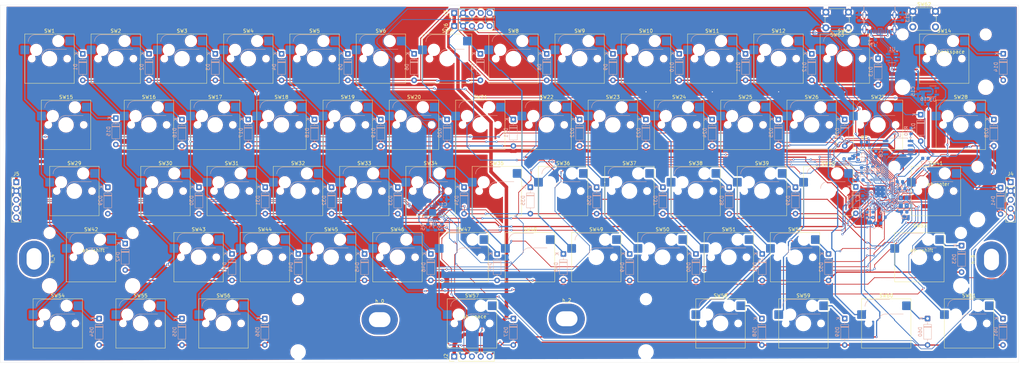
<source format=kicad_pcb>
(kicad_pcb (version 20241229) (generator "pcbnew") (generator_version "9.0")
  (layers (0 "F.Cu" signal) (2 "B.Cu" signal) (13 "F.Paste" user) (15 "B.Paste" user) (5 "F.SilkS" user "F.Silkscreen") (7 "B.SilkS" user "B.Silkscreen") (1 "F.Mask" user) (3 "B.Mask" user) (25 "Edge.Cuts" user))
  (net 0 "")
  (net 1 "Net-(D1-K)")
  (net 2 "Row 0")
  (net 3 "Net-(D2-K)")
  (net 4 "Net-(D3-K)")
  (net 5 "Net-(D4-K)")
  (net 6 "Net-(D5-K)")
  (net 7 "Net-(D6-K)")
  (net 8 "Net-(D7-K)")
  (net 9 "Net-(D8-K)")
  (net 10 "Net-(D9-K)")
  (net 11 "Net-(D10-K)")
  (net 12 "Net-(D11-K)")
  (net 13 "Net-(D12-K)")
  (net 14 "Net-(D13-K)")
  (net 15 "Net-(D14-K)")
  (net 16 "Row 1")
  (net 17 "Net-(D15-K)")
  (net 18 "Net-(D16-K)")
  (net 19 "Net-(D17-K)")
  (net 20 "Net-(D18-K)")
  (net 21 "Net-(D19-K)")
  (net 22 "Net-(D20-K)")
  (net 23 "Net-(D21-K)")
  (net 24 "Net-(D22-K)")
  (net 25 "Net-(D23-K)")
  (net 26 "Net-(D24-K)")
  (net 27 "Net-(D25-K)")
  (net 28 "Net-(D26-K)")
  (net 29 "Net-(D27-K)")
  (net 30 "Net-(D28-K)")
  (net 31 "Row 2")
  (net 32 "Net-(D29-K)")
  (net 33 "Net-(D30-K)")
  (net 34 "Net-(D31-K)")
  (net 35 "Net-(D32-K)")
  (net 36 "Net-(D33-K)")
  (net 37 "Net-(D34-K)")
  (net 38 "Net-(D35-K)")
  (net 39 "Net-(D36-K)")
  (net 40 "Net-(D37-K)")
  (net 41 "Net-(D38-K)")
  (net 42 "Net-(D39-K)")
  (net 43 "Net-(D40-K)")
  (net 44 "Net-(D41-K)")
  (net 45 "Net-(D42-K)")
  (net 46 "Row 3")
  (net 47 "Net-(D43-K)")
  (net 48 "Net-(D44-K)")
  (net 49 "Net-(D45-K)")
  (net 50 "Net-(D46-K)")
  (net 51 "Net-(D47-K)")
  (net 52 "Net-(D48-K)")
  (net 53 "Net-(D49-K)")
  (net 54 "Net-(D50-K)")
  (net 55 "Net-(D51-K)")
  (net 56 "Net-(D52-K)")
  (net 57 "Net-(D53-K)")
  (net 58 "Net-(D54-K)")
  (net 59 "Row 4")
  (net 60 "Net-(D55-K)")
  (net 61 "Net-(D56-K)")
  (net 62 "Net-(D57-K)")
  (net 63 "Net-(D58-K)")
  (net 64 "Net-(D59-K)")
  (net 65 "Net-(D60-K)")
  (net 66 "Net-(D61-K)")
  (net 67 "Col 0")
  (net 68 "Col 1")
  (net 69 "Col 2")
  (net 70 "Col 3")
  (net 71 "Col 4")
  (net 72 "Col 5")
  (net 73 "Col 6")
  (net 74 "Col 7")
  (net 75 "Col 8")
  (net 76 "Col 9")
  (net 77 "Col 10")
  (net 78 "Col 11")
  (net 79 "Col 12")
  (net 80 "Col 13")
  (net 81 "+3V3")
  (net 82 "GND")
  (net 83 "XIN")
  (net 84 "+1V1")
  (net 85 "Net-(C14-Pad2)")
  (net 86 "+5V")
  (net 87 "VBUS")
  (net 88 "SDA_BOTTOM")
  (net 89 "SCL_BOTTOM")
  (net 90 "INT_BOTTOM")
  (net 91 "INT_TOP")
  (net 92 "SCL_TOP")
  (net 93 "SDA_TOP")
  (net 94 "SCL_RIGHT")
  (net 95 "SDA_RIGHT")
  (net 96 "INT_RIGHT")
  (net 97 "SDA_LEFT")
  (net 98 "SCL_LEFT")
  (net 99 "INT_LEFT")
  (net 100 "RESET")
  (net 101 "SWD")
  (net 102 "SWCLK")
  (net 103 "D_USB_N")
  (net 104 "Net-(J7-CC2)")
  (net 105 "D_USB_P")
  (net 106 "Net-(J7-CC1)")
  (net 109 "SCL")
  (net 110 "SDA")
  (net 111 "Net-(U2-~{RESET})")
  (net 112 "XOUT")
  (net 113 "Net-(U4-USB_DP)")
  (net 114 "D_P")
  (net 115 "D_N")
  (net 116 "Net-(U4-USB_DM)")
  (net 117 "Net-(R10-Pad1)")
  (net 128 "SD1")
  (net 129 "SD3")
  (net 133 "CS")
  (net 135 "SD0")
  (net 136 "SD2")
  (net 138 "QSPI_CLK")
  (footprint "PCM_Mounting_Keyboard_Stabilizer:Stabilizer_Cherry_MX_2.00u" (layer "F.Cu") (at 48.8 103.04)
    (property "Reference" "stab_lshift")
    (property "Value" "Stabilizer_Cherry_MX_2.00u")
  )
  (footprint "MountingHole:MountingHole_4.3x6.2mm_M4_Pad" (layer "F.Cu") (at 32.4 103.5 -90)
    (property "Reference" "h_4")
    (property "Value" "H1")
  )
  (footprint "PCM_Mounting_Keyboard_Stabilizer:Stabilizer_Cherry_MX_2.00u" (layer "F.Cu") (at 294.01 45.89)
    (property "Reference" "stab_backspace")
    (property "Value" "Stabilizer_Cherry_MX_2.00u")
  )
  (footprint "PCM_Switch_Keyboard_Hotswap_Kailh:SW_Hotswap_Kailh_MX_1.00u" (layer "F.Cu") (at 198.76 64.94)
    (property "Reference" "SW23")
    (property "Value" "Keyswitch")
  )
  (footprint "PCM_Switch_Keyboard_Hotswap_Kailh:SW_Hotswap_Kailh_MX_1.00u" (layer "F.Cu") (at 165.4225 83.99)
    (property "Reference" "SW35")
    (property "Value" "Keyswitch")
  )
  (footprint "PCM_Switch_Keyboard_Hotswap_Kailh:SW_Hotswap_Kailh_MX_1.25u" (layer "F.Cu") (at 86.84125 122.09)
    (property "Reference" "SW56")
    (property "Value" "Keyswitch")
  )
  (footprint "PCM_Switch_Keyboard_Hotswap_Kailh:SW_Hotswap_Kailh_MX_1.00u" (layer "F.Cu") (at 260.6725 83.99)
    (property "Reference" "SW40")
    (property "Value" "Keyswitch")
  )
  (footprint "PCM_Switch_Keyboard_Hotswap_Kailh:SW_Hotswap_Kailh_MX_1.50u" (layer "F.Cu") (at 41.5975 64.94)
    (property "Reference" "SW15")
    (property "Value" "Keyswitch")
  )
  (footprint "PCM_Switch_Keyboard_Hotswap_Kailh:SW_Hotswap_Kailh_MX_1.00u" (layer "F.Cu") (at 84.46 64.94)
    (property "Reference" "SW17")
    (property "Value" "Keyswitch")
  )
  (footprint "Connector_PinHeader_2.54mm:PinHeader_1x05_P2.54mm_Vertical" (layer "F.Cu") (at 313.1 81.42)
    (property "Reference" "J4")
    (property "Value" "Conn_Right")
  )
  (footprint "PCM_Switch_Keyboard_Hotswap_Kailh:SW_Hotswap_Kailh_MX_1.00u" (layer "F.Cu") (at 251.1475 103.04)
    (property "Reference" "SW52")
    (property "Value" "Keyswitch")
  )
  (footprint "PCM_Switch_Keyboard_Hotswap_Kailh:SW_Hotswap_Kailh_MX_1.00u" (layer "F.Cu") (at 189.235 45.89)
    (property "Reference" "SW9")
    (property "Value" "Keyswitch")
  )
  (footprint "PCM_Switch_Keyboard_Hotswap_Kailh:SW_Hotswap_Kailh_MX_2.25u" (layer "F.Cu") (at 291.62875 83.99)
    (property "Reference" "SW41")
    (property "Value" "Keyswitch")
  )
  (footprint "PCM_Switch_Keyboard_Hotswap_Kailh:SW_Hotswap_Kailh_MX_1.00u" (layer "F.Cu") (at 208.285 45.89)
    (property "Reference" "SW10")
    (property "Value" "Keyswitch")
  )
  (footprint "PCM_Mounting_Keyboard_Stabilizer:Stabilizer_Cherry_MX_6.25u" (layer "F.Cu") (at 158.27875 122.09)
    (property "Reference" "stab_space")
    (property "Value" "Stabilizer_Cherry_MX_6.25u")
  )
  (footprint "MountingHole:MountingHole_4.3x6.2mm_M4_Pad" (layer "F.Cu") (at 185.5 120.75)
    (property "Reference" "h_2")
    (property "Value" "H2")
  )
  (footprint "PCM_Switch_Keyboard_Hotswap_Kailh:SW_Hotswap_Kailh_MX_1.25u" (layer "F.Cu") (at 301.15375 122.09)
    (property "Reference" "SW61")
    (property "Value" "Keyswitch")
  )
  (footprint "PCM_Mounting_Keyboard_Stabilizer:Stabilizer_Cherry_MX_2.00u" (layer "F.Cu") (at 286.86625 103.04)
    (property "Reference" "stab_rshift")
    (property "Value" "Stabilizer_Cherry_MX_2.00u")
  )
  (footprint "Button_Switch_THT:SW_PUSH_6mm" (layer "F.Cu") (at 285 32.25)
    (property "Reference" "SW62")
    (property "Value" "BOOTSEL")
  )
  (footprint "Connector_PinHeader_2.54mm:PinHeader_1x05_P2.54mm_Vertical" (layer "F.Cu") (at 153.17 36.5 90)
    (property "Reference" "J6")
    (property "Value" "Conn_Debug")
  )
  (footprint "PCM_Switch_Keyboard_Hotswap_Kailh:SW_Hotswap_Kailh_MX_1.00u" (layer "F.Cu") (at 122.56 64.94)
    (property "Reference" "SW19")
    (property "Value" "Keyswitch")
  )
  (footprint "PCM_Switch_Keyboard_Hotswap_Kailh:SW_Hotswap_Kailh_MX_1.00u" (layer "F.Cu") (at 236.86 64.94)
    (property "Reference" "SW25")
    (property "Value" "Keyswitch")
  )
  (footprint "PCM_Switch_Keyboard_Hotswap_Kailh:SW_Hotswap_Kailh_MX_1.00u" (layer "F.Cu") (at 203.5225 83.99)
    (property "Reference" "SW37")
    (property "Value" "Keyswitch")
  )
  (footprint "PCM_Switch_Keyboard_Hotswap_Kailh:SW_Hotswap_Kailh_MX_1.00u" (layer "F.Cu") (at 79.6975 103.04)
    (property "Reference" "SW43")
    (property "Value" "Keyswitch")
  )
  (footprint "PCM_Mounting_Keyboard_Stabilizer:Stabilizer_Cherry_MX_2.00u" (layer "F.Cu") (at 291.62875 83.99)
    (property "Reference" "stab_enter")
    (property "Value" "Stabilizer_Cherry_MX_2.00u")
  )
  (footprint "PCM_Switch_Keyboard_Hotswap_Kailh:SW_Hotswap_Kailh_MX_1.00u" (layer "F.Cu") (at 141.61 64.94)
    (property "Reference" "SW20")
    (property "Value" "Keyswitch")
  )
  (footprint "PCM_Switch_Keyboard_Hotswap_Kailh:SW_Hotswap_Kailh_MX_2.00u" (layer "F.Cu") (at 294.01 45.89)
    (property "Reference" "SW14")
    (property "Value" "Keyswitch")
  )
  (footprint "PCM_Switch_Keyboard_Hotswap_Kailh:SW_Hotswap_Kailh_MX_1.50u" (layer "F.Cu") (at 298.7725 64.94)
    (property "Reference" "SW28")
    (property "Value" "Keyswitch")
  )
  (footprint "PCM_Switch_Keyboard_Hotswap_Kailh:SW_Hotswap_Kailh_MX_1.00u" (layer "F.Cu") (at 103.51 64.94)
    (property "Reference" "SW18")
    (property "Value" "Keyswitch")
  )
  (footprint "PCM_Switch_Keyboard_Hotswap_Kailh:SW_Hotswap_Kailh_MX_1.00u" (layer "F.Cu") (at 55.885 45.89)
    (property "Reference" "SW2")
    (property "Value" "SW_Push")
  )
  (footprint "MountingHole:MountingHole_4.3x6.2mm_M4_Pad" (layer "F.Cu") (at 131.75 121)
    (property "Reference" "h_0")
    (property "Value" "H1")
  )
  (footprint "PCM_Switch_Keyboard_Hotswap_Kailh:SW_Hotswap_Kailh_MX_1.25u" (layer "F.Cu") (at 229.71625 122.09)
    (property "Reference" "SW58")
    (property "Value" "Keyswitch")
  )
  (footprint "PCM_Switch_Keyboard_Hotswap_Kailh:SW_Hotswap_Kailh_MX_1.00u" (layer "F.Cu") (at 232.0975 103.04)
    (property "Reference" "SW51")
    (property "Value" "Keyswitch")
  )
  (footprint "PCM_Switch_Keyboard_Hotswap_Kailh:SW_Hotswap_Kailh_MX_1.00u" (layer "F.Cu") (at 74.935 45.89)
    (property "Reference" "SW3")
    (property "Value" "Keyswitch")
  )
  (footprint "PCM_Switch_Keyboard_Hotswap_Kailh:SW_Hotswap_Kailh_MX_1.00u" (layer "F.Cu") (at 265.435 45.89)
    (property "Reference" "SW13")
    (property "Value" "Keyswitch")
  )
  (footprint "PCM_Switch_Keyboard_Hotswap_Kailh:SW_Hotswap_Kailh_MX_1.25u" (layer "F.Cu") (at 253.52875 122.09)
    (property "Reference" "SW59")
    (property "Value" "Keyswitch")
  )
  (footprint "PCM_Switch_Keyboard_Hotswap_Kailh:SW_Hotswap_Kailh_MX_1.00u" (layer "F.Cu") (at 89.2225 83.99)
    (property "Reference" "SW31")
    (property "Value" "Keyswitch")
  )
  (footprint "PCM_Switch_Keyboard_Hotswap_Kailh:SW_Hotswap_Kailh_MX_1.00u" (layer "F.Cu") (at 117.7975 103.04)
    (property "Reference" "SW45")
    (property "Value" "Keyswitch")
  )
  (footprint "PCM_Switch_Keyboard_Hotswap_Kailh:SW_Hotswap_Kailh_MX_1.00u" (layer "F.Cu") (at 132.085 45.89)
    (property "Reference" "SW6")
    (property "Value" "Keyswitch")
  )
  (footprint "PCM_Switch_Keyboard_Hotswap_Kailh:SW_Hotswap_Kailh_MX_1.00u" (layer "F.Cu") (at 151.135 45.89)
    (property "Reference" "SW7")
    (property "Value" "Keyswitch")
  )
  (footprint "PCM_Switch_Keyboard_Hotswap_Kailh:SW_Hotswap_Kailh_MX_1.00u" (layer "F.Cu") (at 193.9975 103.04)
    (property "Reference" "SW49")
    (property "Value" "Keyswitch")
  )
  (footprint "PCM_Switch_Keyboard_Hotswap_Kailh:SW_Hotswap_Kailh_MX_1.00u" (layer "F.Cu") (at 170.185 45.89)
    (property "Reference" "SW8")
    (property "Value" "Keyswitch")
  )
  (footprint "PCM_Switch_Keyboard_Hotswap_Kailh:SW_Hotswap_Kailh_MX_1.00u" (layer "F.Cu") (at 217.81 64.94)
    (property "Reference" "SW24")
    (property "Value" "Keyswitch")
  )
  (footprint "PCM_Switch_Keyboard_Hotswap_Kailh:SW_Hotswap_Kailh_MX_1.25u" (layer "F.Cu") (at 39.21625 122.09)
    (property "Reference" "SW54")
    (property "Value" "Keyswitch")
  )
  (footprint "PCM_Switch_Keyboard_Hotswap_Kailh:SW_Hotswap_Kailh_MX_1.00u" (layer "F.Cu") (at 255.91 64.94)
    (property "Reference" "SW26")
    (property "Value" "Keyswitch")
  )
  (footprint "PCM_Switch_Keyboard_Hotswap_Kailh:SW_Hotswap_Kailh_MX_1.00u" (layer "F.Cu") (at 127.3225 83.99)
    (property "Reference" "SW33")
    (property "Value" "Keyswitch")
  )
  (footprint "PCM_Switch_Keyboard_Hotswap_Kailh:SW_Hotswap_Kailh_MX_1.00u" (layer "F.Cu") (at 93.985 45.89)
    (property "Reference" "SW4")
    (property "Value" "Keyswitch")
  )
  (footprint "PCM_Switch_Keyboard_Hotswap_Kailh:SW_Hotswap_Kailh_MX_1.25u" (layer "F.Cu") (at 277.34125 122.09)
    (property "Reference" "SW60")
    (property "Value" "Keyswitch")
  )
  (footprint "PCM_Switch_Keyboard_Hotswap_Kailh:SW_Hotswap_Kailh_MX_1.00u" (layer "F.Cu") (at 108.2725 83.99)
    (property "Reference" "SW32")
    (property "Value" "Keyswitch")
  )
  (footprint "PCM_Switch_Keyboard_Hotswap_Kailh:SW_Hotswap_Kailh_MX_1.00u" (layer "F.Cu") (at 222.5725 83.99)
    (property "Reference" "SW38")
    (property "Value" "Keyswitch")
  )
  (footprint "Connector_PinHeader_2.54mm:PinHeader_1x05_P2.54mm_Vertical" (layer "F.Cu") (at 27.3 81.42)
    (property "Reference" "J5")
    (property "Value" "Conn_Left")
  )
  (footprint "PCM_Switch_Keyboard_Hotswap_Kailh:SW_Hotswap_Kailh_MX_1.00u" (layer "F.Cu") (at 246.385 45.89)
    (property "Reference" "SW12")
    (property "Value" "Keyswitch")
  )
  (footprint "PCM_Switch_Keyboard_Hotswap_Kailh:SW_Hotswap_Kailh_MX_1.00u" (layer "F.Cu") (at 70.1725 83.99)
    (property "Reference" "SW30")
    (property "Value" "Keyswitch")
  )
  (footprint "PCM_Switch_Keyboard_Hotswap_Kailh:SW_Hotswap_Kailh_MX_2.75u" (layer "F.Cu") (at 286.86625 103.04)
    (property "Reference" "SW53")
    (property "Value" "Keyswitch")
  )
  (footprint "MountingHole:MountingHole_4.3x6.2mm_M4_Pad" (layer "F.Cu") (at 307.6 103.7 90)
    (property "Reference" "h_3")
    (property "Value" "H1")
  )
  (footprint "PCM_Switch_Keyboard_Hotswap_Kailh:SW_Hotswap_Kailh_MX_1.00u" (layer "F.Cu") (at 227.335 45.89)
    (property "Reference" "SW11")
    (property "Value" "Keyswitch")
  )
  (footprint "PCM_Switch_Keyboard_Hotswap_Kailh:SW_Hotswap_Kailh_MX_1.00u" (layer "F.Cu") (at 65.41 64.94)
    (property "Reference" "SW16")
    (property "Value" "Keyswitch")
  )
  (footprint "PCM_Switch_Keyboard_Hotswap_Kailh:SW_Hotswap_Kailh_MX_1.00u" (layer "F.Cu") (at 36.835 45.89)
    (property "Reference" "SW1")
    (property "Value" "Keyswitch")
  )
  (footprint "Button_Switch_THT:SW_PUSH_6mm" (layer "F.Cu") (at 266.5 37 180)
    (property "Reference" "SW63")
    (property "Value" "RESET")
  )
  (footprint "PCM_Switch_Keyboard_Hotswap_Kailh:SW_Hotswap_Kailh_MX_1.00u" (layer "F.Cu") (at 184.4725 83.99)
    (property "Reference" "SW36")
    (property "Value" "Keyswitch")
  )
  (footprint "PCM_Switch_Keyboard_Hotswap_Kailh:SW_Hotswap_Kailh_MX_1.25u" (layer "F.Cu") (at 63.02875 122.09)
    (property "Reference" "SW55")
    (property "Value" "Keyswitch")
  )
  (footprint "PCM_Switch_Keyboard_Hotswap_Kailh:SW_Hotswap_Kailh_MX_1.00u" (layer "F.Cu") (at 146.3725 83.99)
    (property "Reference" "SW34")
    (property "Value" "Keyswitch")
  )
  (footprint "PCM_Switch_Keyboard_Hotswap_Kailh:SW_Hotswap_Kailh_MX_1.00u" (layer "F.Cu") (at 113.035 45.89)
    (property "Reference" "SW5")
    (property "Value" "Keyswitch")
  )
  (footprint "PCM_Switch_Keyboard_Hotswap_Kailh:SW_Hotswap_Kailh_MX_1.75u" (layer "F.Cu") (at 43.97875 83.99)
    (property "Reference" "SW29")
    (property "Value" "Keyswitch")
  )
  (footprint "PCM_Switch_Keyboard_Hotswap_Kailh:SW_Hotswap_Kailh_MX_6.25u" (layer "F.Cu") (at 158.27875 122.09)
    (property "Reference" "SW57")
    (property "Value" "Keyswitch")
  )
  (footprint "PCM_Switch_Keyboard_Hotswap_Kailh:SW_Hotswap_Kailh_MX_1.00u" (layer "F.Cu") (at 179.71 64.94)
    (property "Reference" "SW22")
    (property "Value" "Keyswitch")
  )
  (footprint "PCM_Switch_Keyboard_Hotswap_Kailh:SW_Hotswap_Kailh_MX_1.00u" (layer "F.Cu") (at 160.66 64.94)
    (property "Reference" "SW21")
    (property "Value" "Keyswitch")
  )
  (footprint "PCM_Switch_Keyboard_Hotswap_Kailh:SW_Hotswap_Kailh_MX_1.00u" (layer "F.Cu") (at 174.9475 103.04)
    (property "Reference" "SW48")
    (property "Value" "Keyswitch")
  )
  (footprint "Connector_PinHeader_2.54mm:PinHeader_1x05_P2.54mm_Vertical" (layer "F.Cu") (at 153.17 131.6 90)
    (property "Reference" "J2")
    (property "Value" "Conn_Bottom")
  )
  (footprint "PCM_Switch_Keyboard_Hotswap_Kailh:SW_Hotswap_Kailh_MX_1.00u" (layer "F.Cu") (at 241.6225 83.99)
    (property "Reference" "SW39")
    (property "Value" "Keyswitch")
  )
  (footprint "PCM_Switch_Keyboard_Hotswap_Kailh:SW_Hotswap_Kailh_MX_2.25u" (layer "F.Cu") (at 48.8 103.04)
    (property "Reference" "SW42")
    (property "Value" "Keyswitch")
  )
  (footprint "PCM_Switch_Keyboard_Hotswap_Kailh:SW_Hotswap_Kailh_MX_1.00u" (layer "F.Cu") (at 155.8975 103.04)
    (property "Reference" "SW47")
    (property "Value" "Keyswitch")
  )
  (footprint "Connector_PinHeader_2.54mm:PinHeader_1x05_P2.54mm_Vertical" (layer "F.Cu") (at 153.17 32.75 90)
    (property "Reference" "J3")
    (property "Value" "Conn_Top")
  )
  (footprint "PCM_Switch_Keyboard_Hotswap_Kailh:SW_Hotswap_Kailh_MX_1.00u" (layer "F.Cu") (at 213.0475 103.04)
    (property "Reference" "SW50")
    (property "Value" "Keyswitch")
  )
  (footprint "PCM_Switch_Keyboard_Hotswap_Kailh:SW_Hotswap_Kailh_MX_1.00u" (layer "F.Cu") (at 98.7475 103.04)
    (property "Reference" "SW44")
    (property "Value" "Keyswitch")
  )
  (footprint "PCM_Switch_Keyboard_Hotswap_Kailh:SW_Hotswap_Kailh_MX_1.00u" (layer "F.Cu") (at 274.96 64.94)
    (property "Reference" "SW27")
    (property "Value" "Keyswitch")
  )
  (footprint "PCM_Switch_Keyboard_Hotswap_Kailh:SW_Hotswap_Kailh_MX_1.00u" (layer "F.Cu") (at 136.8475 103.04)
    (property "Reference" "SW46")
    (property "Value" "Keyswitch")
  )
  (footprint "Capacitor_SMD:C_0603_1608Metric" (layer "B.Cu") (at 272 78 90)
    (property "Reference" "C3")
    (property "Value" "1uF")
  )
  (footprint "Fuse:Fuse_0603_1608Metric" (layer "B.Cu") (at 274.25 41.25 -90)
    (property "Reference" "F2")
    (property "Value" "500 mA")
  )
  (footprint "Diode_THT:D_DO-35_SOD27_P7.62mm_Horizontal" (layer "B.Cu") (at 251.25 82.89 -90)
    (property "Reference" "D39")
    (property "Value" "Diode")
  )
  (footprint "Capacitor_SMD:C_0603_1608Metric" (layer "B.Cu") (at 269.9 80.8 180)
    (property "Reference" "C10")
    (property "Value" "100n")
  )
  (footprint "Diode_THT:D_DO-35_SOD27_P7.62mm_Horizontal" (layer "B.Cu") (at 194.1 82.89 -90)
    (property "Reference" "D36")
    (property "Value" "Diode")
  )
  (footprint "Diode_THT:D_DO-35_SOD27_P7.62mm_Horizontal" (layer "B.Cu") (at 170.1625 120.69 -90)
    (property "Reference" "D57")
    (property "Value" "Diode")
  )
  (footprint "Diode_THT:D_DO-35_SOD27_P7.62mm_Horizontal" (layer "B.Cu") (at 84.5 44.49 -90)
    (property "Reference" "D3")
    (property "Value" "Diode")
  )
  (footprint "Capacitor_SMD:C_0603_1608Metric" (layer "B.Cu") (at 288.55 58.9 180)
    (property "Reference" "C16")
    (property "Value" "1 uF")
  )
  (footprint "Diode_THT:D_DO-35_SOD27_P7.62mm_Horizontal" (layer "B.Cu") (at 170.1625 63.39 -90)
    (property "Reference" "D21")
    (property "Value" "Diode")
  )
  (footprint "Capacitor_SMD:C_0603_1608Metric" (layer "B.Cu") (at 288.61 74.58)
    (property "Reference" "C17")
    (property "Value" "100 nF")
  )
  (footprint "Diode_THT:D_DO-35_SOD27_P7.62mm_Horizontal" (layer "B.Cu") (at 55.9 62.99 -90)
    (property "Reference" "D15")
    (property "Value" "Diode")
  )
  (footprint "Resistor_SMD:R_0603_1608Metric" (layer "B.Cu") (at 275 77.9 90)
    (property "Reference" "R8")
    (property "Value" "27.4")
  )
  (footprint "Diode_THT:D_DO-35_SOD27_P7.62mm_Horizontal" (layer "B.Cu") (at 310.991595 44.472178 -90)
    (property "Reference" "D14")
    (property "Value" "Diode")
  )
  (footprint "Diode_THT:D_DO-35_SOD27_P7.62mm_Horizontal" (layer "B.Cu") (at 53.60625 82.89 -90)
    (property "Reference" "D29")
    (property "Value" "Diode")
  )
  (footprint "Diode_THT:D_DO-35_SOD27_P7.62mm_Horizontal" (layer "B.Cu") (at 260.75 102.09 -90)
    (property "Reference" "D52")
    (property "Value" "Diode")
  )
  (footprint "Diode_THT:D_DO-35_SOD27_P7.62mm_Horizontal" (layer "B.Cu") (at 127.4 102.09 -90)
    (property "Reference" "D45")
    (property "Value" "Diode")
  )
  (footprint "Diode_THT:D_DO-35_SOD27_P7.62mm_Horizontal" (layer "B.Cu") (at 255.95 44.49 -90)
    (property "Reference" "D12")
    (property "Value" "Diode")
  )
  (footprint "Package_DFN_QFN:QFN-56-1EP_7x7mm_P0.4mm_EP3.2x3.2mm" (layer "B.Cu") (at 275.6 84.2 180)
    (property "Reference" "U4")
    (property "Value" "RP2040")
  )
  (footprint "Diode_THT:D_DO-35_SOD27_P7.62mm_Horizontal" (layer "B.Cu") (at 103.55 44.49 -90)
    (property "Reference" "D4")
    (property "Value" "Diode")
  )
  (footprint "Diode_THT:D_DO-35_SOD27_P7.62mm_Horizontal" (layer "B.Cu") (at 208.2625 63.39 -90)
    (property "Reference" "D23")
    (property "Value" "Diode")
  )
  (footprint "Diode_THT:D_DO-35_SOD27_P7.62mm_Horizontal" (layer "B.Cu") (at 65.45 44.49 -90)
    (property "Reference" "D2")
    (property "Value" "Diode")
  )
  (footprint "Diode_THT:D_DO-35_SOD27_P7.62mm_Horizontal" (layer "B.Cu") (at 89.3 102.09 -90)
    (property "Reference" "D43")
    (property "Value" "Diode")
  )
  (footprint "Capacitor_SMD:C_0603_1608Metric" (layer "B.Cu") (at 270.25 78 90)
    (property "Reference" "C6")
    (property "Value" "1 uF")
  )
  (footprint "Resistor_SMD:R_0603_1608Metric" (layer "B.Cu") (at 149.6 94.4 90)
    (property "Reference" "R1")
    (property "Value" "10k")
  )
  (footprint "Diode_THT:D_DO-35_SOD27_P7.62mm_Horizontal" (layer "B.Cu") (at 217.85 44.49 -90)
    (property "Reference" "D10")
    (property "Value" "Diode")
  )
  (footprint "Resistor_SMD:R_0603_1608Metric" (layer "B.Cu") (at 145.6 94.4 -90)
    (property "Reference" "R5")
    (property "Value" "4.7k")
  )
  (footprint "Capacitor_SMD:C_0603_1608Metric" (layer "B.Cu") (at 275 93.25)
    (property "Reference" "C14")
    (property "Value" "15pF")
  )
  (footprint "Diode_THT:D_DO-35_SOD27_P7.62mm_Horizontal" (layer "B.Cu") (at 184.55 102.09 -90)
    (property "Reference" "D48")
    (property "Value" "Diode")
  )
  (footprint "Crystal:Crystal_SMD_3225-4Pin_3.2x2.5mm" (layer "B.Cu") (at 282.38 87.09 90)
    (property "Reference" "Y1")
    (property "Value" "Crystal_GND24")
  )
  (footprint "Diode_THT:D_DO-35_SOD27_P7.62mm_Horizontal" (layer "B.Cu") (at 98.725 120.69 -90)
    (property "Reference" "D56")
    (property "Value" "Diode")
  )
  (footprint "Package_SO:SOIC-8_5.3x5.3mm_P1.27mm" (layer "B.Cu") (at 280.75 71.5 180)
    (property "Reference" "U5")
    (property "Value" "W25Q128JVS")
  )
  (footprint "Diode_THT:D_DO-35_SOD27_P7.62mm_Horizontal" (layer "B.Cu") (at 227.3125 63.39 -90)
    (property "Reference" "D24")
    (property "Value" "Diode")
  )
  (footprint "Diode_THT:D_DO-35_SOD27_P7.62mm_Horizontal" (layer "B.Cu") (at 299 99.7 -90)
    (property "Reference" "D53")
    (property "Value" "Diode")
  )
  (footprint "Diode_THT:D_DO-35_SOD27_P7.62mm_Horizontal" (layer "B.Cu") (at 151.1125 63.39 -90)
    (property "Reference" "D20")
    (property "Value" "Diode")
  )
  (footprint "Capacitor_SMD:C_0603_1608Metric" (layer "B.Cu") (at 266 74.75)
    (property "Reference" "C4")
    (property "Value" "100nF")
  )
  (footprint "Resistor_SMD:R_0603_1608Metric" (layer "B.Cu") (at 284.5 66.6625 -90)
    (property "Reference" "R10")
    (property "Value" "1k")
  )
  (footprint "Diode_THT:D_DO-35_SOD27_P7.62mm_Horizontal" (layer "B.Cu") (at 108.35 102.09 -90)
    (property "Reference" "D44")
    (property "Value" "Diode")
  )
  (footprint "USB4105-GF-A:GCT_USB4105-GF-A" (layer "B.Cu") (at 275.39 33.3375)
    (property "Reference" "J7")
    (property "Value" "USB4105-GF-A")
  )
  (footprint "Diode_THT:D_DO-35_SOD27_P7.62mm_Horizontal" (layer "B.Cu") (at 136.95 82.89 -90)
    (property "Reference" "D33")
    (property "Value" "Diode")
  )
  (footprint "Capacitor_SMD:C_0603_1608Metric" (layer "B.Cu") (at 271.83 90.81 -90)
    (property "Reference" "C5")
    (property "Value" "100nF")
  )
  (footprint "Diode_THT:D_DO-35_SOD27_P7.62mm_Horizontal" (layer "B.Cu") (at 74.9125 120.69 -90)
    (property "Reference" "D55")
    (property "Value" "Diode")
  )
  (footprint "Diode_THT:D_DO-35_SOD27_P7.62mm_Horizontal" (layer "B.Cu") (at 213.15 82.89 -90)
    (property "Reference" "D37")
    (property "Value" "Diode")
  )
  (footprint "Diode_THT:D_DO-35_SOD27_P7.62mm_Horizontal" (layer "B.Cu") (at 241.6 120.69 -90)
    (property "Reference" "D58")
    (property "Value" "Diode")
  )
  (footprint "Diode_THT:D_DO-35_SOD27_P7.62mm_Horizontal" (layer "B.Cu") (at 74.9125 63.39 -90)
    (property "Reference" "D16")
    (property "Value" "Diode")
  )
  (footprint "Capacitor_SMD:C_0603_1608Metric" (layer "B.Cu") (at 274.36 73.305 90)
    (property "Reference" "C8")
    (property "Value" "100n")
  )
  (footprint "Package_DFN_QFN:Texas_RGE0024C_VQFN-24-1EP_4x4mm_P0.5mm_EP2.1x2.1mm" (layer "B.Cu") (at 146.9625 90.25)
    (property "Reference" "U2")
    (property "Value" "TCA9548AMRGER")
  )
  (footprint "Resistor_SMD:R_0603_1608Metric" (layer "B.Cu") (at 271 70 180)
    (property "Reference" "R7")
    (property "Value" "1k")
  )
  (footprint "Diode_THT:D_DO-35_SOD27_P7.62mm_Horizontal" (layer "B.Cu") (at 198.8 44.49 -90)
    (property "Reference" "D9")
    (property "Value" "Diode")
  )
  (footprint "Diode_THT:D_DO-35_SOD27_P7.62mm_Horizontal" (layer "B.Cu") (at 46.4 44.49 -90)
    (property "Reference" "D1")
    (property "Value" "Diode")
  )
  (footprint "Diode_THT:D_DO-35_SOD27_P7.62mm_Horizontal" (layer "B.Cu") (at 132.0625 63.39 -90)
    (property "Reference" "D19")
    (property "Value" "Diode")
  )
  (footprint "Diode_THT:D_DO-35_SOD27_P7.62mm_Horizontal" (layer "B.Cu") (at 289.225 120.69 -90)
    (property "Reference" "D60")
    (property "Value" "Diode")
  )
  (footprint "Diode_THT:D_DO-35_SOD27_P7.62mm_Horizontal" (layer "B.Cu") (at 146.45 102.09 -90)
    (property "Reference" "D46")
    (property "Value" "Diode")
  )
  (footprint "Diode_THT:D_DO-35_SOD27_P7.62mm_Horizontal" (layer "B.Cu") (at 98.85 82.89 -90)
    (property "Reference" "D31")
    (property "Value" "Diode")
  )
  (footprint "Diode_THT:D_DO-35_SOD27_P7.62mm_Horizontal" (layer "B.Cu") (at 203.6 102.09 -90)
    (property "Reference" "D49")
    (property "Value" "Diode")
  )
  (footprint "Diode_THT:D_DO-35_SOD27_P7.62mm_Horizontal" (layer "B.Cu") (at 265.4125 63.39 -90)
    (property "Reference" "D26")
    (property "Value" "Diode")
  )
  (footprint "Package_TO_SOT_SMD:SOT-23-6" (layer "B.Cu") (at 279 45.5 180)
    (property "Reference" "U1")
    (property "Value" "USBLC6-2SC6")
  )
  (footprint "Diode_THT:D_DO-35_SOD27_P7.62mm_Horizontal" (layer "B.Cu") (at 308.275 63.39 -90)
    (property "Reference" "D28")
    (property "Value" "Diode")
  )
  (footprint "Capacitor_SMD:C_0603_1608Metric" (layer "B.Cu") (at 282.5 90)
    (property "Reference" "C2")
    (property "Value" "15pF")
  )
  (footprint "Resistor_SMD:R_0603_1608Metric" (layer "B.Cu") (at 282 34 90)
    (property "Reference" "R13")
    (property "Value" "5k")
  )
  (footprint "Resistor_SMD:R_0603_1608Metric" (layer "B.Cu") (at 147.8 94.4 90)
    (property "Reference" "R2")
    (property "Value" "10k")
  )
  (footprint "Diode_THT:D_DO-35_SOD27_P7.62mm_Horizontal" (layer "B.Cu") (at 189.2125 63.39 -90)
    (property "Reference" "D22")
    (property "Value" "Diode")
  )
  (footprint "Capacitor_SMD:C_0603_1608Metric" (layer "B.Cu") (at 269.28 74.23 90)
    (property "Reference" "C12")
    (property "Value" "100n")
  )
  (footprint "Diode_THT:D_DO-35_SOD27_P7.62mm_Horizontal" (layer "B.Cu") (at 58.6 99.1 -90)
    (property "Reference" "D42")
    (property "Value" "Diode")
  )
  (footprint "Diode_THT:D_DO-35_SOD27_P7.62mm_Horizontal" (layer "B.Cu") (at 222.65 102.09 -90)
    (property "Reference" "D50")
    (property "Value" "Diode")
  )
  (footprint "Diode_THT:D_DO-35_SOD27_P7.62mm_Horizontal" (layer "B.Cu") (at 241.7 102.09 -90)
    (property "Reference" "D51")
    (property "Value" "Diode")
  )
  (footprint "Diode_THT:D_DO-35_SOD27_P7.62mm_Horizontal" (layer "B.Cu") (at 268.59 82.79 -90)
    (property "Reference" "D40")
    (property "Value" "Diode")
  )
  (footprint "Diode_THT:D_DO-35_SOD27_P7.62mm_Horizontal" (layer "B.Cu") (at 93.9625 63.39 -90)
    (property "Reference" "D17")
    (property "Value" "Diode")
  )
  (footprint "Capacitor_SMD:C_0603_1608Metric" (layer "B.Cu") (at 150.175 86.4)
    (property "Reference" "C1")
    (property "Value" "100 nF")
  )
  (footprint "Diode_THT:D_DO-35_SOD27_P7.62mm_Horizontal" (layer "B.Cu") (at 122.6 44.49 -90)
    (property "Reference" "D5")
    (property "Value" "Diode")
  )
  (footprint "Diode_THT:D_DO-35_SOD27_P7.62mm_Horizontal" (layer "B.Cu") (at 51.1 120.69 -90)
    (property "Reference" "D54")
    (property "Value" "Diode")
  )
  (footprint "Capacitor_SMD:C_0603_1608Metric" (layer "B.Cu") (at 281.275 81.3)
    (property "Reference" "C9")
    (property "Value" "100n")
  )
  (footprint "Diode_THT:D_DO-35_SOD27_P7.62mm_Horizontal" (layer "B.Cu") (at 165.5 102.09 -90)
    (property "Reference" "D47")
    (property "Value" "Diode")
  )
  (footprint "Capacitor_SMD:C_0603_1608Metric" (layer "B.Cu") (at 270.59 86.145 -90)
    (property "Reference" "C7")
    (property "Value" "100n")
  )
  (footprint "Diode_THT:D_DO-35_SOD27_P7.62mm_Horizontal" (layer "B.Cu") (at 275 45.79 -90)
    (property "Reference" "D13")
    (property "Value" "Diode")
  )
  (footprint "Diode_THT:D_DO-35_SOD27_P7.62mm_Horizontal" (layer "B.Cu") (at 117.9 82.89 -90)
    (property "Reference" "D32")
    (property "Value" "Diode")
  )
  (footprint "Diode_THT:D_DO-35_SOD27_P7.62mm_Horizontal" (layer "B.Cu") (at 232.2 82.89 -90)
    (property "Reference" "D38")
    (property "Value" "Diode")
  )
  (footprint "Diode_THT:D_DO-35_SOD27_P7.62mm_Horizontal" (layer "B.Cu") (at 141.65 44.49 -90)
    (property "Reference" "D6")
    (property "Value" "Diode")
  )
  (footprint "Package_TO_SOT_SMD:SOT-23-5" (layer "B.Cu") (at 290.75 55.3)
    (property "Reference" "U3")
    (property "Value" "AP2112K-3.3")
  )
  (footprint "Diode_THT:D_DO-35_SOD27_P7.62mm_Horizontal" (layer "B.Cu") (at 160.7 44.49 -90)
    (property "Reference" "D7")
    (property "Value" "Diode")
  )
  (footprint "Diode_THT:D_DO-35_SOD27_P7.62mm_Horizontal" (layer "B.Cu") (at 265.4125 120.69 -90)
    (property "Reference" "D59")
    (property "Value" "Diode")
  )
  (footprint "Diode_THT:D_DO-35_SOD27_P7.62mm_Horizontal" (layer "B.Cu") (at 175.05 82.89 -90)
    (property "Reference" "D35")
    (property "Value" "Diode")
  )
  (footprint "Diode_THT:D_DO-35_SOD27_P7.62mm_Horizontal" (layer "B.Cu") (at 113.0125 63.39 -90)
    (property "Reference" "D18")
    (property "Value" "Diode")
  )
  (footprint "Diode_THT:D_DO-35_SOD27_P7.62mm_Horizontal" (layer "B.Cu") (at 156 82.89 -90)
    (property "Reference" "D34")
    (property "Value" "Diode")
  )
  (footprint "Diode_THT:D_DO-35_SOD27_P7.62mm_Horizontal" (layer "B.Cu") (at 287.25 62 -90)
    (property "Reference" "D27")
    (property "Value" "Diode")
  )
  (footprint "Capacitor_SMD:C_0603_1608Metric" (layer "B.Cu") (at 273.56 90.81 -90)
    (property "Reference" "C13")
    (property "Value" "100n")
  )
  (footprint "Diode_THT:D_DO-35_SOD27_P7.62mm_Horizontal" (layer "B.Cu") (at 236.9 44.49 -90)
    (property "Reference" "D11")
    (property "Value" "Diode")
  )
  (footprint "Resistor_SMD:R_0603_1608Metric" (layer "B.Cu") (at 276.25 91.5 180)
    (property "Reference" "R6")
    (property "Value" "1k")
  )
  (footprint "Diode_THT:D_DO-35_SOD27_P7.62mm_Horizontal" (layer "B.Cu") (at 310.9 120.69 -90)
    (property "Reference" "D61")
    (property "Value" "Diode")
  )
  (footprint "Diode_THT:D_DO-35_SOD27_P7.62mm_Horizontal" (layer "B.Cu") (at 310.2 82.99 -90)
    (property "Reference" "D41")
    (property "Value" "Diode")
  )
  (footprint "Capacitor_SMD:C_0603_1608Metric" (layer "B.Cu") (at 286.5 55.3 -90)
    (property "Reference" "C15")
    (property "Value" "1 uF")
  )
  (footprint "Resistor_SMD:R_0603_1608Metric" (layer "B.Cu") (at 273.46 77.88 90)
    (property "Reference" "R9")
    (property "Value" "27.4")
  )
  (footprint "Resistor_SMD:R_0603_1608Metric" (layer "B.Cu") (at 269.5 34.0875 90)
    (property "Reference" "R14")
    (property "Value" "5k")
  )
  (footprint "Diode_THT:D_DO-35_SOD27_P7.62mm_Horizontal" (layer "B.Cu") (at 79.8 82.89 -90)
    (property "Reference" "D30")
    (property "Value" "Diode")
  )
  (footprint "Diode_THT:D_DO-35_SOD27_P7.62mm_Horizontal" (layer "B.Cu") (at 246.3625 63.39 -90)
    (property "Reference" "D25")
    (property "Value" "Diode")
  )
  (footprint "Diode_THT:D_DO-35_SOD27_P7.62mm_Horizontal" (layer "B.Cu") (at 179.75 44.49 -90)
    (property "Reference" "D8")
    (property "Value" "Diode")
  )
  (footprint "Capacitor_SMD:C_0603_1608Metric" (layer "B.Cu") (at 281.955 83.35)
    (property "Reference" "C11")
    (property "Value" "100n")
  )
  (gr_rect (start 22.633915 30.45) (end 315.37 133.333915) (stroke (width 0.05)) (fill no) (layer "Edge.Cuts"))
  (segment (start 46.4 44.49) (end 46.357 44.49) (width 0.35) (layer "B.Cu") (net 1))
  (segment (start 46.357 44.49) (end 42.677 40.81) (width 0.35) (layer "B.Cu") (net 1))
  (segment (start 300.27 51.5) (end 276.91 51.5) (width 0.35) (layer "F.Cu") (net 2))
  (segment (start 287.041685 79.574) (end 288.066 79.574) (width 0.2) (layer "F.Cu") (net 2))
  (segment (start 289.93 76.68) (end 293.12 73.49) (width 0.2) (layer "F.Cu") (net 2))
  (segment (start 304.1 51.7) (end 302.49 51.7) (width 0.35) (layer "F.Cu") (net 2))
  (segment (start 295.02 64.995565) (end 299.4365 60.579065) (width 0.2) (layer "F.Cu") (net 2))
  (segment (start 157.468 40.798) (end 157.468 46.40901) (width 0.254) (layer "F.Cu") (net 2))
  (segment (start 46.4 52.11) (end 143.522 52.11) (width 0.254) (layer "F.Cu") (net 2))
  (segment (start 276.91 51.5) (end 275 53.41) (width 0.35) (layer "F.Cu") (net 2))
  (segment (start 295.02 70.51) (end 295.02 64.995565) (width 0.2) (layer "F.Cu") (net 2))
  (segment (start 289.93 77.71) (end 289.93 76.68) (width 0.2) (layer "F.Cu") (net 2))
  (segment (start 293.12 73.49) (end 294.97 73.49) (width 0.2) (layer "F.Cu") (net 2))
  (segment (start 285.94275 81.69725) (end 285.94275 80.672935) (width 0.2) (layer "F.Cu") (net 2))
  (segment (start 157.39 52.11) (end 160.7 52.11) (width 0.35) (layer "F.Cu") (net 2))
  (segment (start 285.94275 80.672935) (end 287.041685 79.574) (width 0.2) (layer "F.Cu") (net 2))
  (segment (start 148.11 52.11) (end 148.25 52.25) (width 0.35) (layer "F.Cu") (net 2))
  (segment (start 288.066 79.574) (end 289.93 77.71) (width 0.2) (layer "F.Cu") (net 2))
  (segment (start 278.68 88.26) (end 278.226 88.714) (width 0.2) (layer "F.Cu") (net 2))
  (segment (start 154.348 37.678) (end 157.468 40.798) (width 0.254) (layer "F.Cu") (net 2))
  (segment (start 257.25 53.41) (end 255.95 52.11) (width 0.35) (layer "F.Cu") (net 2))
  (segment (start 143.522 52.11) (end 143.522 40.042) (width 0.254) (layer "F.Cu") (net 2))
  (segment (start 310.991595 52.092178) (end 309.999417 51.1) (width 0.35) (layer "F.Cu") (net 2))
  (segment (start 163.16899 52.11) (end 198.8 52.11) (width 0.254) (layer "F.Cu") (net 2))
  (segment (start 279.126062 88.26) (end 278.68 88.26) (width 0.2) (layer "F.Cu") (net 2))
  (segment (start 279.483251 88.263251) (end 279.129313 88.263251) (width 0.2) (layer "F.Cu") (net 2))
  (segment (start 151.992 31.572) (end 154.348 31.572) (width 0.254) (layer "F.Cu") (net 2))
  (segment (start 283.45 84.19) (end 285.94275 81.69725) (width 0.2) (layer "F.Cu") (net 2))
  (segment (start 141.65 52.11) (end 148.11 52.11) (width 0.35) (layer "F.Cu") (net 2))
  (segment (start 299.4365 60.579065) (end 299.4365 52.3335) (width 0.2) (layer "F.Cu") (net 2))
  (segment (start 157.25 52.25) (end 157.39 52.11) (width 0.35) (layer "F.Cu") (net 2))
  (segment (start 275 53.41) (end 257.25 53.41) (width 0.35) (layer "F.Cu") (net 2))
  (segment (start 255.95 52.11) (end 236.9 52.11) (width 0.35) (layer "F.Cu") (net 2))
  (segment (start 143.522 40.042) (end 151.992 31.572) (width 0.254) (layer "F.Cu") (net 2))
  (segment (start 304.7 51.1) (end 304.1 51.7) (width 0.35) (layer "F.Cu") (net 2))
  (segment (start 157.468 46.40901) (end 163.16899 52.11) (width 0.254) (layer "F.Cu") (net 2))
  (segment (start 279.129313 88.263251) (end 279.126062 88.26) (width 0.2) (layer "F.Cu") (net 2))
  (segment (start 302.29 51.5) (end 300.27 51.5) (width 0.35) (layer "F.Cu") (net 2))
  (segment (start 299.4365 52.3335) (end 300.27 51.5) (width 0.2) (layer "F.Cu") (net 2))
  (segment (start 294.89 70.64) (end 295.02 70.51) (width 0.2) (layer "F.Cu") (net 2))
  (segment (start 236.9 52.11) (end 198.8 52.11) (width 0.35) (layer "F.Cu") (net 2))
  (segment (start 309.999417 51.1) (end 304.7 51.1) (width 0.35) (layer "F.Cu") (net 2))
  (segment (start 302.49 51.7) (end 302.29 51.5) (width 0.35) (layer "F.Cu") (net 2))
  (segment (start 278.226 88.714) (end 277.550388 88.714) (width 0.2) (layer "F.Cu") (net 2))
  (segment (start 154.348 31.572) (end 154.348 37.678) (width 0.254) (layer "F.Cu") (net 2))
  (via (at 294.89 70.64) (size 0.6) (drill 0.3) (layers "F.Cu" "B.Cu") (net 2))
  (via (at 277.550388 88.714) (size 0.6) (drill 0.3) (layers "F.Cu" "B.Cu") (net 2))
  (via (at 294.97 73.49) (size 0.6) (drill 0.3) (layers "F.Cu" "B.Cu") (net 2))
  (via (at 283.45 84.19) (size 0.6) (drill 0.3) (layers "F.Cu" "B.Cu") (net 2))
  (via (at 279.483251 88.263251) (size 0.6) (drill 0.3) (layers "F.Cu" "B.Cu") (net 2))
  (via (at 148.25 52.25) (size 0.6) (drill 0.3) (layers "F.Cu" "B.Cu") (net 2))
  (via (at 157.25 52.25) (size 0.6) (drill 0.3) (layers "F.Cu" "B.Cu") (net 2))
  (segment (start 277.4 88.563612) (end 277.4 87.6375) (width 0.2) (layer "B.Cu") (net 2))
  (segment (start 277.550388 88.714) (end 277.4 88.563612) (width 0.2) (layer "B.Cu") (net 2))
  (segment (start 280.228 87.33874) (end 280.51 87.05674) (width 0.2) (layer "B.Cu") (net 2))
  (segment (start 279.598471 88.217329) (end 279.93264 87.88316) (width 0.2) (layer "B.Cu") (net 2))
  (segment (start 279.93264 87.75736) (end 280.228 87.462) (width 0.2) (layer "B.Cu") (net 2))
  (segment (start 148.25 52.25) (end 157.25 52.25) (width 0.35) (layer "B.Cu") (net 2))
  (segment (start 279.483251 88.263251) (end 279.437329 88.217329) (width 0.2) (layer "B.Cu") (net 2))
  (segment (start 280.228 87.462) (end 280.228 87.33874) (width 0.2) (layer "B.Cu") (net 2))
  (segment (start 280.51 87.05674) (end 280.51 85.20384) (width 0.2) (layer "B.Cu") (net 2))
  (segment (start 279.93264 87.88316) (end 279.93264 87.75736) (width 0.2) (layer "B.Cu") (net 2))
  (segment (start 294.97 70.72) (end 294.89 70.64) (width 0.2) (layer "B.Cu") (net 2))
  (segment (start 279.437329 88.217329) (end 279.598471 88.217329) (width 0.2) (layer "B.Cu") (net 2))
  (segment (start 280.51 85.20384) (end 281.52384 84.19) (width 0.2) (layer "B.Cu") (net 2))
  (segment (start 294.97 73.49) (end 294.97 70.72) (width 0.2) (layer "B.Cu") (net 2))
  (segment (start 281.52384 84.19) (end 283.45 84.19) (width 0.2) (layer "B.Cu") (net 2))
  (segment (start 65.45 44.49) (end 65.407 44.49) (width 0.35) (layer "B.Cu") (net 3))
  (segment (start 65.407 44.49) (end 61.727 40.81) (width 0.35) (layer "B.Cu") (net 3))
  (segment (start 84.5 44.49) (end 84.457 44.49) (width 0.35) (layer "B.Cu") (net 4))
  (segment (start 84.457 44.49) (end 80.777 40.81) (width 0.35) (layer "B.Cu") (net 4))
  (segment (start 103.507 44.49) (end 99.827 40.81) (width 0.35) (layer "B.Cu") (net 5))
  (segment (start 103.55 44.49) (end 103.507 44.49) (width 0.35) (layer "B.Cu") (net 5))
  (segment (start 122.6 44.49) (end 122.557 44.49) (width 0.35) (layer "B.Cu") (net 6))
  (segment (start 122.557 44.49) (end 118.877 40.81) (width 0.35) (layer "B.Cu") (net 6))
  (segment (start 141.607 44.49) (end 137.927 40.81) (width 0.35) (layer "B.Cu") (net 7))
  (segment (start 141.65 44.49) (end 141.607 44.49) (width 0.35) (layer "B.Cu") (net 7))
  (segment (start 160.7 44.49) (end 160.657 44.49) (width 0.35) (layer "B.Cu") (net 8))
  (segment (start 160.657 44.49) (end 156.977 40.81) (width 0.35) (layer "B.Cu") (net 8))
  (segment (start 179.707 44.49) (end 176.027 40.81) (width 0.35) (layer "B.Cu") (net 9))
  (segment (start 179.75 44.49) (end 179.707 44.49) (width 0.35) (layer "B.Cu") (net 9))
  (segment (start 198.8 44.49) (end 198.757 44.49) (width 0.35) (layer "B.Cu") (net 10))
  (segment (start 198.757 44.49) (end 195.077 40.81) (width 0.35) (layer "B.Cu") (net 10))
  (segment (start 217.807 44.49) (end 214.127 40.81) (width 0.35) (layer "B.Cu") (net 11))
  (segment (start 217.85 44.49) (end 217.807 44.49) (width 0.35) (layer "B.Cu") (net 11))
  (segment (start 236.857 44.49) (end 233.177 40.81) (width 0.35) (layer "B.Cu") (net 12))
  (segment (start 236.9 44.49) (end 236.857 44.49) (width 0.35) (layer "B.Cu") (net 12))
  (segment (start 255.95 44.49) (end 255.907 44.49) (width 0.35) (layer "B.Cu") (net 13))
  (segment (start 255.907 44.49) (end 252.227 40.81) (width 0.35) (layer "B.Cu") (net 13))
  (segment (start 275 45.79) (end 275 44.533) (width 0.35) (layer "B.Cu") (net 14))
  (segment (start 275 44.533) (end 271.277 40.81) (width 0.35) (layer "B.Cu") (net 14))
  (segment (start 310.991595 44.472178) (end 304.917822 44.472178) (width 0.35) (layer "B.Cu") (net 15))
  (segment (start 304.9 44.49) (end 303.532 44.49) (width 0.35) (layer "B.Cu") (net 15))
  (segment (start 303.532 44.49) (end 299.852 40.81) (width 0.35) (layer "B.Cu") (net 15))
  (segment (start 304.917822 44.472178) (end 304.9 44.49) (width 0.35) (layer "B.Cu") (net 15))
  (segment (start 93.9625 71.01) (end 113.0125 71.01) (width 0.254) (layer "F.Cu") (net 16))
  (segment (start 302.05 71.01) (end 308.275 71.01) (width 0.254) (layer "F.Cu") (net 16))
  (segment (start 301.78 71.28) (end 302.05 71.01) (width 0.254) (layer "F.Cu") (net 16))
  (segment (start 262.65 68.78) (end 262.33 68.46) (width 0.254) (layer "F.Cu") (net 16))
  (segment (start 157.49 71.01) (end 157.5 71) (width 0.35) (layer "F.Cu") (net 16))
  (segment (start 278.382 87.208) (end 279.007284 87.208) (width 0.254) (layer "F.Cu") (net 16))
  (segment (start 279.075283 87.14) (end 299.55 87.14) (width 0.254) (layer "F.Cu") (net 16))
  (segment (start 277.221211 88.368789) (end 278.382 87.208) (width 0.254) (layer "F.Cu") (net 16))
  (segment (start 56.01 70.61) (end 56.41 71.01) (width 0.254) (layer "F.Cu") (net 16))
  (segment (start 265.4125 71.01) (end 266.9925 69.43) (width 0.254) (layer "F.Cu") (net 16))
  (segment (start 55.9 70.61) (end 56.01 70.61) (width 0.254) (layer "F.Cu") (net 16))
  (segment (start 56.41 71.01) (end 74.9125 71.01) (width 0.254) (layer "F.Cu") (net 16))
  (segment (start 208.2625 71.01) (end 227.3125 71.01) (width 0.254) (layer "F.Cu") (net 16))
  (segment (start 132.0625 71.01) (end 151.1125 71.01) (width 0.254) (layer "F.Cu") (net 16))
  (segment (start 284.542 66.912) (end 287.25 69.62) (width 0.254) (layer "F.Cu") (net 16))
  (segment (start 279.489873 66.912) (end 284.542 66.912) (width 0.254) (layer "F.Cu") (net 16))
  (segment (start 56.3 71.01) (end 55.9 70.61) (width 0.35) (layer "F.Cu") (net 16))
  (segment (start 151.1125 71.01) (end 157.49 71.01) (width 0.35) (layer "F.Cu") (net 16))
  (segment (start 74.9125 71.01) (end 93.9625 71.01) (width 0.254) (layer "F.Cu") (net 16))
  (segment (start 264.45 68.78) (end 262.65 68.78) (width 0.254) (layer "F.Cu") (net 16))
  (segment (start 266.9925 69.43) (end 276.971873 69.43) (width 0.254) (layer "F.Cu") (net 16))
  (segment (start 265.4125 70.6465) (end 265.4125 71.01) (width 0.254) (layer "F.Cu") (net 16))
  (segment (start 249.63 70.76) (end 249.38 71.01) (width 0.254) (layer "F.Cu") (net 16))
  (segment (start 170.1525 71) (end 170.1625 71.01) (width 0.35) (layer "F.Cu") (net 16))
  (segment (start 301.59 71.28) (end 301.78 71.28) (width 0.254) (layer "F.Cu") (net 16))
  (segment (start 246.3625 71.01) (end 227.3125 71.01) (width 0.254) (layer "F.Cu") (net 16))
  (segment (start 189.2125 71.01) (end 208.2625 71.01) (width 0.254) (layer "F.Cu") (net 16))
  (segment (start 276.855185 88.368789) (end 277.221211 88.368789) (width 0.254) (layer "F.Cu") (net 16))
  (segment (start 167 71) (end 170.1525 71) (width 0.35) (layer "F.Cu") (net 16))
  (segment (start 249.38 71.01) (end 246.3625 71.01) (width 0.254) (layer "F.Cu") (net 16))
  (segment (start 266.6 69.459) (end 265.4125 70.6465) (width 0.254) (layer "F.Cu") (net 16))
  (segment (start 113.0125 71.01) (end 132.0625 71.01) (width 0.254) (layer "F.Cu") (net 16))
  (segment (start 299.55 87.14) (end 308.06 78.63) (width 0.254) (layer "F.Cu") (net 16))
  (segment (start 170.1625 71.01) (end 189.2125 71.01) (width 0.254) (layer "F.Cu") (net 16))
  (segment (start 279.007284 87.208) (end 279.075283 87.14) (width 0.254) (layer "F.Cu") (net 16))
  (segment (start 276.971873 69.43) (end 279.489873 66.912) (width 0.254) (layer "F.Cu") (net 16))
  (via (at 157.5 71) (size 0.6) (drill 0.3) (layers "F.Cu" "B.Cu") (net 16))
  (via (at 167 71) (size 0.6) (drill 0.3) (layers "F.Cu" "B.Cu") (net 16))
  (via (at 308.12 78.57) (size 0.6) (drill 0.3) (layers "F.Cu" "B.Cu") (net 16))
  (via (at 301.59 71.28) (size 0.6) (drill 0.3) (layers "F.Cu" "B.Cu") (net 16))
  (via (at 264.45 68.78) (size 0.6) (drill 0.3) (layers "F.Cu" "B.Cu") (net 16))
  (via (at 266.6 69.459) (size 0.6) (drill 0.3) (layers "F.Cu" "B.Cu") (net 16))
  (via (at 262.33 68.46) (size 0.6) (drill 0.3) (layers "F.Cu" "B.Cu") (net 16))
  (via (at 276.855185 88.368789) (size 0.6) (drill 0.3) (layers "F.Cu" "B.Cu") (net 16))
  (via (at 249.63 70.76) (size 0.6) (drill 0.3) (layers "F.Cu" "B.Cu") (net 16))
  (segment (start 266.6 69.459) (end 265.129 69.459) (width 0.254) (layer "B.Cu") (net 16))
  (segment (start 300.083 71.28) (end 301.59 71.28) (width 0.254) (layer "B.Cu") (net 16))
  (segment (start 157.5 71) (end 167 71) (width 0.35) (layer "B.Cu") (net 16))
  (segment (start 308.275 78.415) (end 308.275 71.01) (width 0.254) (layer "B.Cu") (net 16))
  (segment (start 249.66 70.76) (end 249.63 70.76) (width 0.254) (layer "B.Cu") (net 16))
  (segment (start 260.03 70.76) (end 249.66 70.76) (width 0.254) (layer "B.Cu") (net 16))
  (segment (start 308.06 78.63) (end 308.12 78.57) (width 0.254) (layer "B.Cu") (net 16))
  (segment (start 265.129 69.459) (end 264.45 68.78) (width 0.254) (layer "B.Cu") (net 16))
  (segment (start 297.395 73.968) (end 299.9565 71.4065) (width 0.254) (layer "B.Cu") (net 16))
  (segment (start 277 88.223974) (end 277 87.6375) (width 0.2) (layer "B.Cu") (net 16))
  (segment (start 299.9565 71.4065) (end 300.083 71.28) (width 0.254) (layer "B.Cu") (net 16))
  (segment (start 287.25 70.75137) (end 290.46663 73.968) (width 0.254) (layer "B.Cu") (net 16))
  (segment (start 262.33 68.46) (end 260.03 70.76) (width 0.254) (layer "B.Cu") (net 16))
  (segment (start 290.46663 73.968) (end 297.395 73.968) (width 0.254) (layer "B.Cu") (net 16))
  (segment (start 276.855185 88.368789) (end 277 88.223974) (width 0.2) (layer "B.Cu") (net 16))
  (segment (start 308.12 78.57) (end 308.275 78.415) (width 0.254) (layer "B.Cu") (net 16))
  (segment (start 287.25 69.62) (end 287.25 70.75137) (width 0.254) (layer "B.Cu") (net 16))
  (segment (start 55.9 62.99) (end 50.5695 62.99) (width 0.35) (layer "B.Cu") (net 17))
  (segment (start 50.5695 62.99) (end 47.4395 59.86) (width 0.35) (layer "B.Cu") (net 17))
  (segment (start 74.782 63.39) (end 71.252 59.86) (width 0.35) (layer "B.Cu") (net 18))
  (segment (start 74.9125 63.39) (end 74.782 63.39) (width 0.35) (layer "B.Cu") (net 18))
  (segment (start 93.832 63.39) (end 90.302 59.86) (width 0.35) (layer "B.Cu") (net 19))
  (segment (start 93.9625 63.39) (end 93.832 63.39) (width 0.35) (layer "B.Cu") (net 19))
  (segment (start 112.882 63.39) (end 109.352 59.86) (width 0.35) (layer "B.Cu") (net 20))
  (segment (start 113.0125 63.39) (end 112.882 63.39) (width 0.35) (layer "B.Cu") (net 20))
  (segment (start 132.0625 63.39) (end 131.932 63.39) (width 0.35) (layer "B.Cu") (net 21))
  (segment (start 131.932 63.39) (end 128.402 59.86) (width 0.35) (layer "B.Cu") (net 21))
  (segment (start 150.982 63.39) (end 147.452 59.86) (width 0.35) (layer "B.Cu") (net 22))
  (segment (start 151.1125 63.39) (end 150.982 63.39) (width 0.35) (layer "B.Cu") (net 22))
  (segment (start 170.032 63.39) (end 166.502 59.86) (width 0.35) (layer "B.Cu") (net 23))
  (segment (start 170.1625 63.39) (end 170.032 63.39) (width 0.35) (layer "B.Cu") (net 23))
  (segment (start 189.2125 63.39) (end 189.082 63.39) (width 0.35) (layer "B.Cu") (net 24))
  (segment (start 189.082 63.39) (end 185.552 59.86) (width 0.35) (layer "B.Cu") (net 24))
  (segment (start 208.132 63.39) (end 204.602 59.86) (width 0.35) (layer "B.Cu") (net 25))
  (segment (start 208.2625 63.39) (end 208.132 63.39) (width 0.35) (layer "B.Cu") (net 25))
  (segment (start 227.3125 63.39) (end 227.182 63.39) (width 0.35) (layer "B.Cu") (net 26))
  (segment (start 227.182 63.39) (end 223.652 59.86) (width 0.35) (layer "B.Cu") (net 26))
  (segment (start 246.232 63.39) (end 242.702 59.86) (width 0.35) (layer "B.Cu") (net 27))
  (segment (start 246.3625 63.39) (end 246.232 63.39) (width 0.35) (layer "B.Cu") (net 27))
  (segment (start 265.282 63.39) (end 261.752 59.86) (width 0.35) (layer "B.Cu") (net 28))
  (segment (start 265.4125 63.39) (end 265.282 63.39) (width 0.35) (layer "B.Cu") (net 28))
  (segment (start 282.942 62) (end 280.802 59.86) (width 0.254) (layer "B.Cu") (net 29))
  (segment (start 287.25 62) (end 282.942 62) (width 0.254) (layer "B.Cu") (net 29))
  (segment (start 308.1445 63.39) (end 304.6145 59.86) (width 0.35) (layer "B.Cu") (net 30))
  (segment (start 308.275 63.39) (end 308.1445 63.39) (width 0.35) (layer "B.Cu") (net 30))
  (segment (start 309.23 89.64) (end 302.096448 89.64) (width 0.35) (layer "F.Cu") (net 31))
  (segment (start 269.599943 90.41) (end 268.59 90.41) (width 0.2) (layer "F.Cu") (net 31))
  (segment (start 271.511746 98.85) (end 266.345873 93.684127) (width 0.254) (layer "F.Cu") (net 31))
  (segment (start 53.60625 90.51) (end 98.85 90.51) (width 0.254) (layer "F.Cu") (net 31))
  (segment (start 273.200945 86.720485) (end 273.223175 86.742715) (width 0.2) (layer "F.Cu") (net 31))
  (segment (start 273.223175 86.742715) (end 273.223175 86.786768) (width 0.2) (layer "F.Cu") (net 31))
  (segment (start 98.85 90.51) (end 136.95 90.51) (width 0.254) (layer "F.Cu") (net 31))
  (segment (start 145.866005 91.858) (end 149.394005 88.33) (width 0.254) (layer "F.Cu") (net 31))
  (segment (start 302.096448 89.64) (end 301.941348 89.7951) (width 0.35) (layer "F.Cu") (net 31))
  (segment (start 194.1 90.51) (end 194.81 90.51) (width 0.254) (layer "F.Cu") (net 31))
  (segment (start 251.25 90.51) (end 263.171746 90.51) (width 0.254) (layer "F.Cu") (net 31))
  (segment (start 271.84 98.85) (end 271.511746 98.85) (width 0.254) (layer "F.Cu") (net 31))
  (segment (start 194.81 90.51) (end 194.94 90.38) (width 0.254) (layer "F.Cu") (net 31))
  (segment (start 194.1 90.51) (end 213.15 90.51) (width 0.254) (layer "F.Cu") (net 31))
  (segment (start 136.95 90.51) (end 138.298 91.858) (width 0.254) (layer "F.Cu") (net 31))
  (segment (start 156 90.51) (end 156.03 90.54) (width 0.254) (layer "F.Cu") (net 31))
  (segment (start 138.298 91.858) (end 145.866005 91.858) (width 0.254) (layer "F.Cu") (net 31))
  (segment (start 175.05 90.51) (end 194.1 90.51) (width 0.254) (layer "F.Cu") (net 31))
  (segment (start 273.223175 86.786768) (end 269.599943 90.41) (width 0.2) (layer "F.Cu") (net 31))
  (segment (start 310.2 90.61) (end 309.23 89.64) (width 0.35) (layer "F.Cu") (net 31))
  (segment (start 156.03 90.54) (end 162.19 90.54) (width 0.254) (layer "F.Cu") (net 31))
  (segment (start 232.2 90.51) (end 251.25 90.51) (width 0.254) (layer "F.Cu") (net 31))
  (segment (start 283.07 93.1) (end 298.636448 93.1) (width 0.254) (layer "F.Cu") (net 31))
  (segment (start 263.171746 90.51) (end 266.345873 93.684127) (width 0.254) (layer "F.Cu") (net 31))
  (segment (start 213.15 90.51) (end 232.2 90.51) (width 0.254) (layer "F.Cu") (net 31))
  (segment (start 149.394005 88.33) (end 156.11 88.33) (width 0.254) (layer "F.Cu") (net 31))
  (segment (start 298.636448 93.1) (end 301.941348 89.7951) (width 0.254) (layer "F.Cu") (net 31))
  (via (at 283.07 93.1) (size 0.6) (drill 0.3) (layers "F.Cu" "B.Cu") (net 31))
  (via (at 273.200945 86.720485) (size 0.6) (drill 0.3) (layers "F.Cu" "B.Cu") (net 31))
  (via (at 266.345873 93.684127) (size 0.6) (drill 0.3) (layers "F.Cu" "B.Cu") (net 31))
  (via (at 162.19 90.54) (size 0.6) (drill 0.3) (layers "F.Cu" "B.Cu") (net 31))
  (via (at 156.11 88.33) (size 0.6) (drill 0.3) (layers "F.Cu" "B.Cu") (net 31))
  (via (at 271.84 98.85) (size 0.6) (drill 0.3) (layers "F.Cu" "B.Cu") (net 31))
  (segment (start 156.11 90.4) (end 156 90.51) (width 0.254) (layer "B.Cu") (net 31))
  (segment (start 271.84 98.85) (end 272.297662 98.85) (width 0.254) (layer "B.Cu") (net 31))
  (segment (start 273.200945 86.720485) (end 273.346698 86.866238) (width 0.2) (layer "B.Cu") (net 31))
  (segment (start 272.297662 98.85) (end 273.237662 99.79) (width 0.254) (layer "B.Cu") (net 31))
  (segment (start 266.345873 92.654127) (end 268.59 90.41) (width 0.254) (layer "B.Cu") (net 31))
  (segment (start 273.237662 99.79) (end 276.38 99.79) (width 0.254) (layer "B.Cu") (net 31))
  (segment (start 273.4 86.957476) (end 273.4 87.6375) (width 0.2) (layer "B.Cu") (net 31))
  (segment (start 266.345873 93.684127) (end 266.345873 92.654127) (width 0.254) (layer "B.Cu") (net 31))
  (segment (start 273.346698 86.866238) (end 273.346698 86.904174) (width 0.2) (layer "B.Cu") (net 31))
  (segment (start 156.11 88.33) (end 156.11 90.4) (width 0.254) (layer "B.Cu") (net 31))
  (segment (start 276.38 99.79) (end 283.07 93.1) (width 0.254) (layer "B.Cu") (net 31))
  (segment (start 162.19 90.54) (end 162.22 90.51) (width 0.254) (layer "B.Cu") (net 31))
  (segment (start 273.346698 86.904174) (end 273.4 86.957476) (width 0.2) (layer "B.Cu") (net 31))
  (segment (start 162.22 90.51) (end 175.05 90.51) (width 0.254) (layer "B.Cu") (net 31))
  (segment (start 49.82075 79.1045) (end 53.60625 82.89) (width 0.35) (layer "B.Cu") (net 32))
  (segment (start 49.82075 78.91) (end 49.82075 79.1045) (width 0.35) (layer "B.Cu") (net 32))
  (segment (start 79.8 82.6955) (end 79.8 82.89) (width 0.35) (layer "B.Cu") (net 33))
  (segment (start 76.0145 78.91) (end 79.8 82.6955) (width 0.35) (layer "B.Cu") (net 33))
  (segment (start 95.0645 79.1045) (end 98.85 82.89) (width 0.35) (layer "B.Cu") (net 34))
  (segment (start 95.0645 78.91) (end 95.0645 79.1045) (width 0.35) (layer "B.Cu") (net 34))
  (segment (start 114.1145 78.91) (end 114.1145 79.1045) (width 0.35) (layer "B.Cu") (net 35))
  (segment (start 114.1145 79.1045) (end 117.9 82.89) (width 0.35) (layer "B.Cu") (net 35))
  (segment (start 133.1645 79.1045) (end 136.95 82.89) (width 0.35) (layer "B.Cu") (net 36))
  (segment (start 133.1645 78.91) (end 133.1645 79.1045) (width 0.35) (layer "B.Cu") (net 36))
  (segment (start 152.2145 78.91) (end 156 82.6955) (width 0.35) (layer "B.Cu") (net 37))
  (segment (start 156 82.6955) (end 156 82.89) (width 0.35) (layer "B.Cu") (net 37))
  (segment (start 171.2645 79.1045) (end 175.05 82.89) (width 0.35) (layer "B.Cu") (net 38))
  (segment (start 171.2645 78.91) (end 171.2645 79.1045) (width 0.35) (layer "B.Cu") (net 38))
  (segment (start 190.3145 79.1045) (end 194.1 82.89) (width 0.35) (layer "B.Cu") (net 39))
  (segment (start 190.3145 78.91) (end 190.3145 79.1045) (width 0.35) (layer "B.Cu") (net 39))
  (segment (start 209.3645 79.1045) (end 213.15 82.89) (width 0.35) (layer "B.Cu") (net 40))
  (segment (start 209.3645 78.91) (end 209.3645 79.1045) (width 0.35) (layer "B.Cu") (net 40))
  (segment (start 228.4145 78.91) (end 228.4145 79.1045) (width 0.35) (layer "B.Cu") (net 41))
  (segment (start 228.4145 79.1045) (end 232.2 82.89) (width 0.35) (layer "B.Cu") (net 41))
  (segment (start 247.4645 79.1045) (end 251.25 82.89) (width 0.35) (layer "B.Cu") (net 42))
  (segment (start 247.4645 78.91) (end 247.4645 79.1045) (width 0.35) (layer "B.Cu") (net 42))
  (segment (start 266.5145 78.91) (end 266.5145 80.9045) (width 0.35) (layer "B.Cu") (net 43))
  (segment (start 266.5145 80.9045) (end 268.4 82.79) (width 0.35) (layer "B.Cu") (net 43))
  (segment (start 297.47075 78.91) (end 297.47075 79.1045) (width 0.35) (layer "B.Cu") (net 44))
  (segment (start 297.47075 78.91) (end 299.01 78.91) (width 0.35) (layer "B.Cu") (net 44))
  (segment (start 303.09 82.99) (end 310.2 82.99) (width 0.35) (layer "B.Cu") (net 44))
  (segment (start 299.01 78.91) (end 303.09 82.99) (width 0.35) (layer "B.Cu") (net 44))
  (segment (start 54.58325 98.3295) (end 54.58325 97.96) (width 0.35) (layer "B.Cu") (net 45))
  (segment (start 54.642 97.96) (end 57.46 97.96) (width 0.35) (layer "B.Cu") (net 45))
  (segment (start 57.46 97.96) (end 58.6 99.1) (width 0.35) (layer "B.Cu") (net 45))
  (segment (start 272.747662 88.370002) (end 272.747662 107.272338) (width 0.2) (layer "F.Cu") (net 46))
  (segment (start 184.55 109.71) (end 175.74 109.71) (width 0.254) (layer "F.Cu") (net 46))
  (segment (start 203.6 109.71) (end 184.55 109.71) (width 0.254) (layer "F.Cu") (net 46))
  (segment (start 108.35 109.71) (end 89.3 109.71) (width 0.254) (layer "F.Cu") (net 46))
  (segment (start 62.01 106.72) (end 65 109.71) (width 0.35) (layer "F.Cu") (net 46))
  (segment (start 263.14 107.32) (end 272.7 107.32) (width 0.35) (layer "F.Cu") (net 46))
  (segment (start 272.7 107.32) (end 299 107.32) (width 0.35) (layer "F.Cu") (net 46))
  (segment (start 65 109.71) (end 89.3 109.71) (width 0.35) (layer "F.Cu") (net 46))
  (segment (start 146.45 109.71) (end 127.4 109.71) (width 0.254) (layer "F.Cu") (net 46))
  (segment (start 127.4 109.71) (end 108.35 109.71) (width 0.254) (layer "F.Cu") (net 46))
  (segment (start 149.62 109.71) (end 146.45 109.71) (width 0.254) (layer "F.Cu") (net 46))
  (segment (start 272.747662 107.272338) (end 272.7 107.32) (width 0.2) (layer "F.Cu") (net 46))
  (segment (start 149.63 109.72) (end 149.62 109.71) (width 0.254) (layer "F.Cu") (net 46))
  (segment (start 272.747663 88.370001) (end 272.747662 88.370002) (width 0.2) (layer "F.Cu") (net 46))
  (segment (start 260.75 109.71) (end 203.6 109.71) (width 0.254) (layer "F.Cu") (net 46))
  (segment (start 260.75 109.71) (end 263.14 107.32) (width 0.35) (layer "F.Cu") (net 46))
  (segment (start 58.6 106.72) (end 62.01 106.72) (width 0.35) (layer "F.Cu") (net 46))
  (via (at 272.747663 88.370001) (size 0.6) (drill 0.3) (layers "F.Cu" "B.Cu") (net 46))
  (via (at 175.74 109.71) (size 0.6) (drill 0.3) (layers "F.Cu" "B.Cu") (net 46))
  (via (at 149.63 109.72) (size 0.6) (drill 0.3) (layers "F.Cu" "B.Cu") (net 46))
  (segment (start 149.64 109.71) (end 149.63 109.72) (width 0.254) (layer "B.Cu") (net 46))
  (segment (start 272.747663 88.369999) (end 273 88.117662) (width 0.2) (layer "B.Cu") (net 46))
  (segment (start 165.5 109.71) (end 149.64 109.71) (width 0.254) (layer "B.Cu") (net 46))
  (segment (start 272.747663 88.370001) (end 272.747663 88.369999) (width 0.2) (layer "B.Cu") (net 46))
  (segment (start 175.74 109.71) (end 165.5 109.71) (width 0.254) (layer "B.Cu") (net 46))
  (segment (start 273 88.117662) (end 273 87.6375) (width 0.2) (layer "B.Cu") (net 46))
  (segment (start 89.3 101.7205) (end 85.5395 97.96) (width 0.35) (layer "B.Cu") (net 47))
  (segment (start 89.3 102.09) (end 89.3 101.7205) (width 0.35) (layer "B.Cu") (net 47))
  (segment (start 108.35 101.7205) (end 104.5895 97.96) (width 0.35) (layer "B.Cu") (net 48))
  (segment (start 108.35 102.09) (end 108.35 101.7205) (width 0.35) (layer "B.Cu") (net 48))
  (segment (start 127.4 101.7205) (end 123.6395 97.96) (width 0.35) (layer "B.Cu") (net 49))
  (segment (start 127.4 102.09) (end 127.4 101.7205) (width 0.35) (layer "B.Cu") (net 49))
  (segment (start 146.45 102.09) (end 146.45 101.7205) (width 0.35) (layer "B.Cu") (net 50))
  (segment (start 146.45 101.7205) (end 142.6895 97.96) (width 0.35) (layer "B.Cu") (net 50))
  (segment (start 165.5 102.09) (end 165.5 101.7205) (width 0.35) (layer "B.Cu") (net 51))
  (segment (start 165.5 101.7205) (end 161.7395 97.96) (width 0.35) (layer "B.Cu") (net 51))
  (segment (start 184.55 102.09) (end 184.55 101.7205) (width 0.35) (layer "B.Cu") (net 52))
  (segment (start 184.55 101.7205) (end 180.7895 97.96) (width 0.35) (layer "B.Cu") (net 52))
  (segment (start 203.6 101.7205) (end 199.8395 97.96) (width 0.35) (layer "B.Cu") (net 53))
  (segment (start 203.6 102.09) (end 203.6 101.7205) (width 0.35) (layer "B.Cu") (net 53))
  (segment (start 222.65 102.09) (end 218.8895 98.3295) (width 0.35) (layer "B.Cu") (net 54))
  (segment (start 218.8895 98.3295) (end 218.8895 97.96) (width 0.35) (layer "B.Cu") (net 54))
  (segment (start 241.7 101.7205) (end 237.9395 97.96) (width 0.35) (layer "B.Cu") (net 55))
  (segment (start 241.7 102.09) (end 241.7 101.7205) (width 0.35) (layer "B.Cu") (net 55))
  (segment (start 260.75 102.09) (end 260.75 101.7205) (width 0.35) (layer "B.Cu") (net 56))
  (segment (start 260.75 101.7205) (end 256.9895 97.96) (width 0.35) (layer "B.Cu") (net 56))
  (segment (start 294.44825 99.7) (end 292.70825 97.96) (width 0.35) (layer "B.Cu") (net 57))
  (segment (start 299 99.7) (end 294.44825 99.7) (width 0.35) (layer "B.Cu") (net 57))
  (segment (start 51.1 120.69) (end 48.73825 120.69) (width 0.35) (layer "B.Cu") (net 58))
  (segment (start 48.73825 120.69) (end 45.05825 117.01) (width 0.35) (layer "B.Cu") (net 58))
  (segment (start 151.120001 127.510001) (end 151.9 128.29) (width 0.254) (layer "F.Cu") (net 59))
  (segment (start 98.725 128.31) (end 99.524999 127.510001) (width 0.254) (layer "F.Cu") (net 59))
  (segment (start 99.524999 127.510001) (end 151.120001 127.510001) (width 0.254) (layer "F.Cu") (net 59))
  (segment (start 240.800001 127.510001) (end 241.6 128.31) (width 0.35) (layer "F.Cu") (net 59))
  (segment (start 170.1625 128.31) (end 170.962499 127.510001) (width 0.35) (layer "F.Cu") (net 59))
  (segment (start 98.725 128.31) (end 99.735 127.3) (width 0.35) (layer "F.Cu") (net 59))
  (segment (start 155.32 128.44) (end 165.29 128.44) (width 0.254) (layer "F.Cu") (net 59))
  (segment (start 165.29 128.44) (end 166.34 127.39) (width 0.254) (layer "F.Cu") (net 59))
  (segment (start 170.962499 127.510001) (end 240.800001 127.510001) (width 0.35) (layer "F.Cu") (net 59))
  (segment (start 241.6 128.31) (end 310.9 128.31) (width 0.35) (layer "F.Cu") (net 59))
  (segment (start 51.1 128.31) (end 98.725 128.31) (width 0.35) (layer "F.Cu") (net 59))
  (via (at 166.34 127.39) (size 0.6) (drill 0.3) (layers "F.Cu" "B.Cu") (net 59))
  (via (at 151.9 128.29) (size 0.6) (drill 0.3) (layers "F.Cu" "B.Cu") (net 59))
  (via (at 155.32 128.44) (size 0.6) (drill 0.3) (layers "F.Cu" "B.Cu") (net 59))
  (segment (start 286.907424 128.31) (end 289.225 128.31) (width 0.2) (layer "B.Cu") (net 59))
  (segment (start 167.26 128.31) (end 170.1625 128.31) (width 0.254) (layer "B.Cu") (net 59))
  (segment (start 271.124 112.404) (end 279.71925 120.99925) (width 0.254) (layer "B.Cu") (net 59))
  (segment (start 279.71925 120.99925) (end 279.71925 121.16001) (width 0.254) (layer "B.Cu") (net 59))
  (segment (start 272.1625 86.8) (end 272.1625 88.23739) (width 0.2) (layer "B.Cu") (net 59))
  (segment (start 155.17 128.29) (end 155.32 128.44) (width 0.254) (layer "B.Cu") (net 59))
  (segment (start 272.1625 88.23739) (end 271.124 89.27589) (width 0.2) (layer "B.Cu") (net 59))
  (segment (start 166.34 127.39) (end 167.26 128.31) (width 0.254) (layer "B.Cu") (net 59))
  (segment (start 279.71925 121.16001) (end 286.86924 128.31) (width 0.254) (layer "B.Cu") (net 59))
  (segment (start 271.124 89.27589) (end 271.124 112.404) (width 0.254) (layer "B.Cu") (net 59))
  (segment (start 151.9 128.29) (end 155.17 128.29) (width 0.254) (layer "B.Cu") (net 59))
  (segment (start 286.86924 128.31) (end 289.225 128.31) (width 0.254) (layer "B.Cu") (net 59))
  (segment (start 72.55075 120.69) (end 68.87075 117.01) (width 0.35) (layer "B.Cu") (net 60))
  (segment (start 74.9125 120.69) (end 72.55075 120.69) (width 0.35) (layer "B.Cu") (net 60))
  (segment (start 98.725 120.69) (end 96.36325 120.69) (width 0.35) (layer "B.Cu") (net 61))
  (segment (start 96.36325 120.69) (end 92.68325 117.01) (width 0.35) (layer "B.Cu") (net 61))
  (segment (start 167.80075 120.69) (end 164.12075 117.01) (width 0.35) (layer "B.Cu") (net 62))
  (segment (start 170.1625 120.69) (end 167.80075 120.69) (width 0.35) (layer "B.Cu") (net 62))
  (segment (start 235.55825 117.01) (end 237.92 117.01) (width 0.35) (layer "B.Cu") (net 63))
  (segment (start 237.92 117.01) (end 241.6 120.69) (width 0.35) (layer "B.Cu") (net 63))
  (segment (start 261.7325 117.01) (end 265.4125 120.69) (width 0.35) (layer "B.Cu") (net 64))
  (segment (start 259.37075 117.01) (end 261.7325 117.01) (width 0.35) (layer "B.Cu") (net 64))
  (segment (start 286.86325 120.69) (end 283.18325 117.01) (width 0.35) (layer "B.Cu") (net 65))
  (segment (start 289.225 120.69) (end 286.86325 120.69) (width 0.35) (layer "B.Cu") (net 65))
  (segment (start 310.9 120.69) (end 307.22 117.01) (width 0.35) (layer "B.Cu") (net 66))
  (segment (start 307.22 117.01) (end 306.99575 117.01) (width 0.35) (layer "B.Cu") (net 66))
  (segment (start 277.391954 81.55) (end 277.391954 80.431954) (width 0.2) (layer "F.Cu") (net 67))
  (segment (start 263.55 70.89) (end 259.951 67.291) (width 0.2) (layer "F.Cu") (net 67))
  (segment (start 167.139 67.291) (end 166.03 68.4) (width 0.2) (layer "F.Cu") (net 67))
  (segment (start 259.951 67.291) (end 167.139 67.291) (width 0.2) (layer "F.Cu") (net 67))
  (segment (start 277.391954 80.431954) (end 273.16 76.2) (width 0.2) (layer "F.Cu") (net 67))
  (segment (start 157.74 68.39) (end 35.62 68.39) (width 0.2) (layer "F.Cu") (net 67))
  (via (at 157.74 68.39) (size 0.6) (drill 0.3) (layers "F.Cu" "B.Cu") (net 67))
  (via (at 277.391954 81.55) (size 0.6) (drill 0.3) (layers "F.Cu" "B.Cu") (net 67))
  (via (at 273.16 76.2) (size 0.6) (drill 0.3) (layers "F.Cu" "B.Cu") (net 67))
  (via (at 166.03 68.4) (size 0.6) (drill 0.3) (layers "F.Cu" "B.Cu") (net 67))
  (via (at 263.55 70.89) (size 0.6) (drill 0.3) (layers "F.Cu" "B.Cu") (net 67))
  (via (at 35.62 68.39) (size 0.6) (drill 0.3) (layers "F.Cu" "B.Cu") (net 67))
  (segment (start 272.866811 76.021) (end 272.493189 76.021) (width 0.2) (layer "B.Cu") (net 67))
  (segment (start 34.5125 68.31) (end 34.5125 79.06875) (width 0.35) (layer "B.Cu") (net 67))
  (segment (start 262.406811 76.021) (end 262.088811 76.021) (width 0.2) (layer "B.Cu") (net 67))
  (segment (start 36.89375 81.45) (end 36.89375 93.396916) (width 0.254) (layer "B.Cu") (net 67))
  (segment (start 262.454811 76.069) (end 262.406811 76.021) (width 0.2) (layer "B.Cu") (net 67))
  (segment (start 29.75 57.6375) (end 34.5125 62.4) (width 0.35) (layer "B.Cu") (net 67))
  (segment (start 270.86011 76.61) (end 270.72411 76.474) (width 0.2) (layer "B.Cu") (net 67))
  (segment (start 34.5125 62.4) (end 34.5125 68.31) (width 0.35) (layer "B.Cu") (net 67))
  (segment (start 262.086811 76.019) (end 262.031189 76.019) (width 0.2) (layer "B.Cu") (net 67))
  (segment (start 269.63989 76.61) (end 267.7071 76.61) (width 0.2) (layer "B.Cu") (net 67))
  (segment (start 272.040189 76.474) (end 271.52589 76.474) (width 0.2) (layer "B.Cu") (net 67))
  (segment (start 261.799 75.146811) (end 261.799 74.773189) (width 0.2) (layer "B.Cu") (net 67))
  (segment (start 277.841954 82) (end 277.391954 81.55) (width 0.2) (layer "B.Cu") (net 67))
  (segment (start 41.65625 100.5) (end 41.65625 110.025) (width 0.35) (layer "B.Cu") (net 67))
  (segment (start 166.03 68.4) (end 166.02 68.39) (width 0.2) (layer "B.Cu") (net 67))
  (segment (start 262.088811 76.021) (end 262.086811 76.019) (width 0.2) (layer "B.Cu") (net 67))
  (segment (start 262.31 72.13) (end 263.55 70.89) (width 0.2) (layer "B.Cu") (net 67))
  (segment (start 34.5925 68.39) (end 34.5125 68.31) (width 0.2) (layer "B.Cu") (net 67))
  (segment (start 267.1661 76.069) (end 262.454811 76.069) (width 0.2) (layer "B.Cu") (net 67))
  (segment (start 272.98 76.02) (end 272.867811 76.02) (width 0.2) (layer "B.Cu") (net 67))
  (segment (start 269.77589 76.474) (end 269.63989 76.61) (width 0.2) (layer "B.Cu") (net 67))
  (segment (start 41.65625 110.025) (end 32.13125 119.55) (width 0.35) (layer "B.Cu") (net 67))
  (segment (start 273.16 76.2) (end 272.98 76.02) (width 0.2) (layer "B.Cu") (net 67))
  (segment (start 272.493189 76.021) (end 272.040189 76.474) (width 0.2) (layer "B.Cu") (net 67))
  (segment (start 262.31 74.3329) (end 262.31 72.13) (width 0.2) (layer "B.Cu") (net 67))
  (segment (start 34.5125 79.06875) (end 36.89375 81.45) (width 0.35) (layer "B.Cu") (net 67))
  (segment (start 261.799 74.773189) (end 262.063189 74.509) (width 0.2) (layer "B.Cu") (net 67))
  (segment (start 29.75 43.35) (end 29.75 57.6375) (width 0.35) (layer "B.Cu") (net 67))
  (segment (start 262.031189 76.019) (end 261.769 75.756811) (width 0.2) (layer "B.Cu") (net 67))
  (segment (start 35.62 68.39) (end 34.5925 68.39) (width 0.2) (layer "B.Cu") (net 67))
  (segment (start 41.715 98.218166) (end 41.715 100.5) (width 0.254) (layer "B.Cu") (net 67))
  (segment (start 271.38989 76.61) (end 270.86011 76.61) (width 0.2) (layer "B.Cu") (net 67))
  (segment (start 271.52589 76.474) (end 271.38989 76.61) (width 0.2) (layer "B.Cu") (net 67))
  (segment (start 267.7071 76.61) (end 267.1661 76.069) (width 0.2) (layer "B.Cu") (net 67))
  (segment (start 270.72411 76.474) (end 269.77589 76.474) (width 0.2) (layer "B.Cu") (net 67))
  (segment (start 261.769 75.756811) (end 261.769 75.383189) (width 0.2) (layer "B.Cu") (net 67))
  (segment (start 166.02 68.39) (end 157.74 68.39) (width 0.2) (layer "B.Cu") (net 67))
  (segment (start 261.902189 75.25) (end 261.799 75.146811) (width 0.2) (layer "B.Cu") (net 67))
  (segment (start 272.867811 76.02) (end 272.866811 76.021) (width 0.2) (layer "B.Cu") (net 67))
  (segment (start 36.89375 93.396916) (end 41.715 98.218166) (width 0.254) (layer "B.Cu") (net 67))
  (segment (start 262.063189 74.509) (end 262.1339 74.509) (width 0.2) (layer "B.Cu") (net 67))
  (segment (start 279.0375 82) (end 277.841954 82) (width 0.2) (layer "B.Cu") (net 67))
  (segment (start 261.769 75.383189) (end 261.902189 75.25) (width 0.2) (layer "B.Cu") (net 67))
  (segment (start 262.1339 74.509) (end 262.31 74.3329) (width 0.2) (layer "B.Cu") (net 67))
  (segment (start 277.587043 82.45) (end 273.097043 77.96) (width 0.2) (layer "F.Cu") (net 68))
  (segment (start 250.1 76.43) (end 186.04 76.43) (width 0.2) (layer "F.Cu") (net 68))
  (segment (start 277.952 82.449999) (end 277.951999 82.45) (width 0.2) (layer "F.Cu") (net 68))
  (segment (start 186.04 76.43) (end 183.86 78.61) (width 0.2) (layer "F.Cu") (net 68))
  (segment (start 257.45 76.47) (end 257.42 76.44) (width 0.2) (layer "F.Cu") (net 68))
  (segment (start 72.27 106.53) (end 70.77 105.03) (width 0.2) (layer "F.Cu") (net 68))
  (segment (start 151 106.53) (end 72.27 106.53) (width 0.2) (layer "F.Cu") (net 68))
  (segment (start 261.9 76.47) (end 257.45 76.47) (width 0.2) (layer "F.Cu") (net 68))
  (segment (start 273.097043 77.96) (end 272.71 77.96) (width 0.2) (layer "F.Cu") (net 68))
  (segment (start 277.951999 82.45) (end 277.587043 82.45) (width 0.2) (layer "F.Cu") (net 68))
  (via (at 261.9 76.47) (size 0.6) (drill 0.3) (layers "F.Cu" "B.Cu") (net 68))
  (via (at 257.42 76.44) (size 0.6) (drill 0.3) (layers "F.Cu" "B.Cu") (net 68))
  (via (at 151 106.53) (size 0.6) (drill 0.3) (layers "F.Cu" "B.Cu") (net 68))
  (via (at 250.1 76.43) (size 0.6) (drill 0.3) (layers "F.Cu" "B.Cu") (net 68))
  (via (at 272.71 77.96) (size 0.6) (drill 0.3) (layers "F.Cu" "B.Cu") (net 68))
  (via (at 277.952 82.449999) (size 0.6) (drill 0.3) (layers "F.Cu" "B.Cu") (net 68))
  (via (at 70.77 105.03) (size 0.6) (drill 0.3) (layers "F.Cu" "B.Cu") (net 68))
  (via (at 183.86 78.61) (size 0.6) (drill 0.3) (layers "F.Cu" "B.Cu") (net 68))
  (segment (start 72.6125 103.1875) (end 72.6125 100.5) (width 0.35) (layer "B.Cu") (net 68))
  (segment (start 272.71 77.96) (end 272.694 77.976) (width 0.2) (layer "B.Cu") (net 68))
  (segment (start 278.021605 82.45) (end 278.071605 82.4) (width 0.2) (layer "B.Cu") (net 68))
  (segment (start 183.86 78.61) (end 183.86 81.256326) (width 0.2) (layer "B.Cu") (net 68))
  (segment (start 55.94375 119.55) (end 56.25 119.55) (width 0.35) (layer "B.Cu") (net 68))
  (segment (start 70.77 105.03) (end 72.6125 103.1875) (width 0.35) (layer "B.Cu") (net 68))
  (segment (start 278.071605 82.4) (end 279.0375 82.4) (width 0.2) (layer "B.Cu") (net 68))
  (segment (start 192.0635 99.722935) (end 192.0635 101.627826) (width 0.2) (layer "B.Cu") (net 68))
  (segment (start 63.0875 81.45) (end 58.325 76.6875) (width 0.35) (layer "B.Cu") (net 68))
  (segment (start 182.1215 89.780935) (end 192.0635 99.722935) (width 0.2) (layer "B.Cu") (net 68))
  (segment (start 56.25 119.55) (end 70.77 105.03) (width 0.35) (layer "B.Cu") (net 68))
  (segment (start 183.86 81.256326) (end 182.1215 82.994826) (width 0.2) (layer "B.Cu") (net 68))
  (segment (start 272.694 77.976) (end 268.506 77.976) (width 0.2) (layer "B.Cu") (net 68))
  (segment (start 58.325 62.4) (end 48.8 52.875) (width 0.35) (layer "B.Cu") (net 68))
  (segment (start 182.1215 82.994826) (end 182.1215 89.780935) (width 0.2) (layer "B.Cu") (net 68))
  (segment (start 267 76.47) (end 261.9 76.47) (width 0.2) (layer "B.Cu") (net 68))
  (segment (start 268.506 77.976) (end 267 76.47) (width 0.2) (layer "B.Cu") (net 68))
  (segment (start 192.0635 101.627826) (end 187.161326 106.53) (width 0.2) (layer "B.Cu") (net 68))
  (segment (start 277.952001 82.45) (end 278.021605 82.45) (width 0.2) (layer "B.Cu") (net 68))
  (segment (start 257.42 76.44) (end 250.11 76.44) (width 0.2) (layer "B.Cu") (net 68))
  (segment (start 187.161326 106.53) (end 151 106.53) (width 0.2) (layer "B.Cu") (net 68))
  (segment (start 58.325 76.6875) (end 58.325 62.4) (width 0.35) (layer "B.Cu") (net 68))
  (segment (start 72.6125 100.5) (end 63.0875 90.975) (width 0.35) (layer "B.Cu") (net 68))
  (segment (start 277.952 82.449999) (end 277.952001 82.45) (width 0.2) (layer "B.Cu") (net 68))
  (segment (start 48.8 52.875) (end 48.8 43.35) (width 0.35) (layer "B.Cu") (net 68))
  (segment (start 250.11 76.44) (end 250.1 76.43) (width 0.2) (layer "B.Cu") (net 68))
  (segment (start 63.0875 90.975) (end 63.0875 81.45) (width 0.35) (layer "B.Cu") (net 68))
  (segment (start 280.513 82.38) (end 280.513 82.104) (width 0.2) (layer "F.Cu") (net 69))
  (segment (start 272.15 68.86) (end 265.844189 68.86) (width 0.2) (layer "F.Cu") (net 69))
  (segment (start 272.39 72.464373) (end 272.39 71.57) (width 0.2) (layer "F.Cu") (net 69))
  (segment (start 246.70955 69.8) (end 165.34 69.8) (width 0.2) (layer "F.Cu") (net 69))
  (segment (start 279.899 79.973373) (end 272.39 72.464373) (width 0.2) (layer "F.Cu") (net 69))
  (segment (start 265.844189 68.86) (end 264.001 70.703189) (width 0.2) (layer "F.Cu") (net 69))
  (segment (start 246.88955 69.98) (end 246.70955 69.8) (width 0.2) (layer "F.Cu") (net 69))
  (segment (start 263.099 71.076811) (end 263.099 71.0061) (width 0.2) (layer "F.Cu") (net 69))
  (segment (start 264.001 70.703189) (end 264.001 71.076811) (width 0.2) (layer "F.Cu") (net 69))
  (segment (start 162.37 69.8) (end 77.425 69.8) (width 0.254) (layer "F.Cu") (net 69))
  (segment (start 280.56 82.057) (end 280.56 80.679943) (width 0.2) (layer "F.Cu") (net 69))
  (segment (start 77.425 69.8) (end 77.375 69.75) (width 0.2) (layer "F.Cu") (net 69))
  (segment (start 279.899 80.018943) (end 279.899 79.973373) (width 0.2) (layer "F.Cu") (net 69))
  (segment (start 263.099 71.0061) (end 262.0729 69.98) (width 0.2) (layer "F.Cu") (net 69))
  (segment (start 280.513 82.104) (end 280.56 82.057) (width 0.2) (layer "F.Cu") (net 69))
  (segment (start 264.001 71.076811) (end 263.736811 71.341) (width 0.2) (layer "F.Cu") (net 69))
  (segment (start 263.363189 71.341) (end 263.099 71.076811) (width 0.2) (layer "F.Cu") (net 69))
  (segment (start 263.736811 71.341) (end 263.363189 71.341) (width 0.2) (layer "F.Cu") (net 69))
  (segment (start 280.56 80.679943) (end 279.899 80.018943) (width 0.2) (layer "F.Cu") (net 69))
  (segment (start 262.0729 69.98) (end 246.88955 69.98) (width 0.2) (layer "F.Cu") (net 69))
  (via (at 272.15 68.86) (size 0.6) (drill 0.3) (layers "F.Cu" "B.Cu") (net 69))
  (via (at 165.34 69.8) (size 0.6) (drill 0.3) (layers "F.Cu" "B.Cu") (net 69))
  (via (at 162.37 69.8) (size 0.6) (drill 0.3) (layers "F.Cu" "B.Cu") (net 69))
  (via (at 280.513 82.38) (size 0.6) (drill 0.3) (layers "F.Cu" "B.Cu") (net 69))
  (via (at 77.375 69.75) (size 0.6) (drill 0.3) (layers "F.Cu" "B.Cu") (net 69))
  (via (at 272.39 71.57) (size 0.6) (drill 0.3) (layers "F.Cu" "B.Cu") (net 69))
  (segment (start 280.021585 82.36) (end 280.016096 82.36) (width 0.2) (layer "B.Cu") (net 69))
  (segment (start 67.85 43.35) (end 67.85 52.875) (width 0.35) (layer "B.Cu") (net 69))
  (segment (start 67.85 52.875) (end 77.375 62.4) (width 0.35) (layer "B.Cu") (net 69))
  (segment (start 77.375 62.4) (end 77.375 69.75) (width 0.35) (layer "B.Cu") (net 69))
  (segment (start 280.513 82.38) (end 280.041585 82.38) (width 0.2) (layer "B.Cu") (net 69))
  (segment (start 280.041585 82.38) (end 280.021585 82.36) (width 0.2) (layer "B.Cu") (net 69))
  (segment (start 280.016096 82.36) (end 279.576096 82.8) (width 0.2) (layer "B.Cu") (net 69))
  (segment (start 91.6625 94.3725) (end 82.1375 84.8475) (width 0.35) (layer "B.Cu") (net 69))
  (segment (start 91.6625 100.5) (end 91.6625 101.75) (width 0.35) (layer "B.Cu") (net 69))
  (segment (start 279.576096 82.8) (end 279.0375 82.8) (width 0.2) (layer "B.Cu") (net 69))
  (segment (start 82.1375 84.8475) (end 82.1375 81.45) (width 0.35) (layer "B.Cu") (net 69))
  (segment (start 79.75625 113.65625) (end 79.75625 119.55) (width 0.35) (layer "B.Cu") (net 69))
  (segment (start 272.526 70.488064) (end 272.526 69.236) (width 0.2) (layer "B.Cu") (net 69))
  (segment (start 77.375 69.75) (end 77.375 76.6875) (width 0.35) (layer "B.Cu") (net 69))
  (segment (start 272.39 71.57) (end 272.39 70.624064) (width 0.2) (layer "B.Cu") (net 69))
  (segment (start 165.34 69.8) (end 162.37 69.8) (width 0.254) (layer "B.Cu") (net 69))
  (segment (start 91.6625 100.5) (end 91.6625 94.3725) (width 0.35) (layer "B.Cu") (net 69))
  (segment (start 77.375 76.6875) (end 82.1375 81.45) (width 0.35) (layer "B.Cu") (net 69))
  (segment (start 272.39 70.624064) (end 272.526 70.488064) (width 0.2) (layer "B.Cu") (net 69))
  (segment (start 91.6625 101.75) (end 79.75625 113.65625) (width 0.35) (layer "B.Cu") (net 69))
  (segment (start 272.526 69.236) (end 272.15 68.86) (width 0.2) (layer "B.Cu") (net 69))
  (segment (start 280.38 83.17287) (end 280.42713 83.22) (width 0.2) (layer "F.Cu") (net 70))
  (segment (start 158.87 57.16) (end 156.37 54.66) (width 0.2) (layer "F.Cu") (net 70))
  (segment (start 147.43 54.42) (end 97.78 54.42) (width 0.2) (layer "F.Cu") (net 70))
  (segment (start 279.89 57.16) (end 158.87 57.16) (width 0.2) (layer "F.Cu") (net 70))
  (segment (start 280.42713 83.22) (end 280.98 83.22) (width 0.2) (layer "F.Cu") (net 70))
  (segment (start 97.78 54.42) (end 96.425 55.775) (width 0.2) (layer "F.Cu") (net 70))
  (segment (start 280.98 83.22) (end 290.82 73.38) (width 0.2) (layer "F.Cu") (net 70))
  (via (at 280.38 83.17287) (size 0.6) (drill 0.3) (layers "F.Cu" "B.Cu") (net 70))
  (via (at 290.82 73.38) (size 0.6) (drill 0.3) (layers "F.Cu" "B.Cu") (net 70))
  (via (at 147.43 54.42) (size 0.6) (drill 0.3) (layers "F.Cu" "B.Cu") (net 70))
  (via (at 279.89 57.16) (size 0.6) (drill 0.3) (layers "F.Cu" "B.Cu") (net 70))
  (via (at 156.37 54.66) (size 0.6) (drill 0.3) (layers "F.Cu" "B.Cu") (net 70))
  (via (at 96.425 55.775) (size 0.6) (drill 0.3) (layers "F.Cu" "B.Cu") (net 70))
  (segment (start 288.351 70.911) (end 288.351 61.21484) (width 0.2) (layer "B.Cu") (net 70))
  (segment (start 86.9 46.25) (end 96.425 55.775) (width 0.35) (layer "B.Cu") (net 70))
  (segment (start 279.905 83.2) (end 279.0375 83.2) (width 0.2) (layer "B.Cu") (net 70))
  (segment (start 280.38 83.17287) (end 280.325719 83.118589) (width 0.2) (layer "B.Cu") (net 70))
  (segment (start 101.1875 81.45) (end 101.1875 90.975) (width 0.35) (layer "B.Cu") (net 70))
  (segment (start 96.425 62.4) (end 96.425 76.6875) (width 0.35) (layer "B.Cu") (net 70))
  (segment (start 288.351 61.21484) (end 284.29616 57.16) (width 0.2) (layer "B.Cu") (net 70))
  (segment (start 86.9 43.35) (end 86.9 46.25) (width 0.35) (layer "B.Cu") (net 70))
  (segment (start 101.1875 90.975) (end 110.7125 100.5) (width 0.35) (layer "B.Cu") (net 70))
  (segment (start 279.986411 83.118589) (end 279.905 83.2) (width 0.2) (layer "B.Cu") (net 70))
  (segment (start 290.82 73.38) (end 288.351 70.911) (width 0.2) (layer "B.Cu") (net 70))
  (segment (start 156.37 54.66) (end 147.67 54.66) (width 0.2) (layer "B.Cu") (net 70))
  (segment (start 96.425 76.6875) (end 101.1875 81.45) (width 0.35) (layer "B.Cu") (net 70))
  (segment (start 284.29616 57.16) (end 279.89 57.16) (width 0.2) (layer "B.Cu") (net 70))
  (segment (start 147.67 54.66) (end 147.43 54.42) (width 0.2) (layer "B.Cu") (net 70))
  (segment (start 280.325719 83.118589) (end 279.986411 83.118589) (width 0.2) (layer "B.Cu") (net 70))
  (segment (start 96.425 55.775) (end 96.425 62.4) (width 0.35) (layer "B.Cu") (net 70))
  (segment (start 282.28 83.72) (end 288.29 77.71) (width 0.2) (layer "F.Cu") (net 71))
  (segment (start 288.29 77.7) (end 288.281801 77.691801) (width 0.2) (layer "F.Cu") (net 71))
  (segment (start 209.4353 113.6099) (end 208.2154 112.39) (width 0.2) (layer "F.Cu") (net 71))
  (segment (start 208.2154 112.39) (end 169.84 112.39) (width 0.2) (layer "F.Cu") (net 71))
  (segment (start 286.4301 113.6099) (end 209.4353 113.6099) (width 0.2) (layer "F.Cu") (net 71))
  (segment (start 145.01 112.7) (end 144.93 112.78) (width 0.2) (layer "F.Cu") (net 71))
  (segment (start 288.29 77.71) (end 288.29 77.7) (width 0.2) (layer "F.Cu") (net 71))
  (segment (start 280.37 83.72) (end 282.28 83.72) (width 0.2) (layer "F.Cu") (net 71))
  (segment (start 288.1 111.94) (end 286.4301 113.6099) (width 0.2) (layer "F.Cu") (net 71))
  (segment (start 150.51 112.7) (end 145.01 112.7) (width 0.254) (layer "F.Cu") (net 71))
  (via (at 150.51 112.7) (size 0.6) (drill 0.3) (layers "F.Cu" "B.Cu") (net 71))
  (via (at 280.37 83.72) (size 0.6) (drill 0.3) (layers "F.Cu" "B.Cu") (net 71))
  (via (at 288.281801 77.691801) (size 0.6) (drill 0.3) (layers "F.Cu" "B.Cu") (net 71))
  (via (at 169.84 112.39) (size 0.6) (drill 0.3) (layers "F.Cu" "B.Cu") (net 71))
  (via (at 144.93 112.78) (size 0.6) (drill 0.3) (layers "F.Cu" "B.Cu") (net 71))
  (via (at 288.1 111.94) (size 0.6) (drill 0.3) (layers "F.Cu" "B.Cu") (net 71))
  (segment (start 280.37 83.72) (end 279.8 83.72) (width 0.2) (layer "B.Cu") (net 71))
  (segment (start 120.2375 90.975) (end 120.2375 81.45) (width 0.35) (layer "B.Cu") (net 71))
  (segment (start 129.7625 100.5) (end 120.2375 90.975) (width 0.35) (layer "B.Cu") (net 71))
  (segment (start 169.53 112.7) (end 150.51 112.7) (width 0.254) (layer "B.Cu") (net 71))
  (segment (start 289.69475 79.10475) (end 289.69475 82.227065) (width 0.2) (layer "B.Cu") (net 71))
  (segment (start 283.833315 102.376) (end 283.833315 107.673315) (width 0.2) (layer "B.Cu") (net 71))
  (segment (start 169.84 112.39) (end 169.53 112.7) (width 0.2) (layer "B.Cu") (net 71))
  (segment (start 115.475 76.6875) (end 115.475 62.4) (width 0.35) (layer "B.Cu") (net 71))
  (segment (start 120.2375 81.45) (end 115.475 76.6875) (width 0.35) (layer "B.Cu") (net 71))
  (segment (start 129.7625 102.768826) (end 129.7625 100.5) (width 0.2) (layer "B.Cu") (net 71))
  (segment (start 284.93225 101.277065) (end 283.833315 102.376) (width 0.2) (layer "B.Cu") (net 71))
  (segment (start 289.69475 82.227065) (end 288.595815 83.326) (width 0.2) (layer "B.Cu") (net 71))
  (segment (start 288.595815 96.05937) (end 284.93225 99.722935) (width 0.2) (layer "B.Cu") (net 71))
  (segment (start 139.773674 112.78) (end 129.7625 102.768826) (width 0.2) (layer "B.Cu") (net 71))
  (segment (start 284.93225 99.722935) (end 284.93225 101.277065) (width 0.2) (layer "B.Cu") (net 71))
  (segment (start 105.95 52.875) (end 105.95 43.35) (width 0.35) (layer "B.Cu") (net 71))
  (segment (start 279.68 83.6) (end 279.0375 83.6) (width 0.2) (layer "B.Cu") (net 71))
  (segment (start 288.595815 83.326) (end 288.595815 96.05937) (width 0.2) (layer "B.Cu") (net 71))
  (segment (start 115.475 62.4) (end 105.95 52.875) (width 0.35) (layer "B.Cu") (net 71))
  (segment (start 288.281801 77.691801) (end 289.69475 79.10475) (width 0.2) (layer "B.Cu") (net 71))
  (segment (start 283.833315 107.673315) (end 288.1 111.94) (width 0.2) (layer "B.Cu") (net 71))
  (segment (start 144.93 112.78) (end 139.773674 112.78) (width 0.2) (layer "B.Cu") (net 71))
  (segment (start 278.21 83.71) (end 278.02 83.52) (width 0.2) (layer "F.Cu") (net 72))
  (segment (start 273.167811 75.57) (end 272.68 75.57) (width 0.2) (layer "F.Cu") (net 72))
  (segment (start 278.02 83.282605) (end 278.25 83.052605) (width 0.2) (layer "F.Cu") (net 72))
  (segment (start 277.951 83.71) (end 278.21 83.71) (width 0.2) (layer "F.Cu") (net 72))
  (segment (start 278.402 82.263189) (end 278.234698 82.095886) (width 0.2) (layer "F.Cu") (net 72))
  (segment (start 171.68 90.37) (end 170.86 91.19) (width 0.2) (layer "F.Cu") (net 72))
  (segment (start 181.4 75.6) (end 249.83 75.6) (width 0.2) (layer "F.Cu") (net 72))
  (segment (start 278.27 82.060584) (end 278.27 80.672189) (width 0.2) (layer "F.Cu") (net 72))
  (segment (start 262.22 75.57) (end 256.94 75.57) (width 0.2) (layer "F.Cu") (net 72))
  (segment (start 278.25 83.052605) (end 278.25 82.788811) (width 0.2) (layer "F.Cu") (net 72))
  (segment (start 278.25 82.788811) (end 278.402 82.636811) (width 0.2) (layer "F.Cu") (net 72))
  (segment (start 278.27 80.672189) (end 273.167811 75.57) (width 0.2) (layer "F.Cu") (net 72))
  (segment (start 278.02 83.52) (end 278.02 83.282605) (width 0.2) (layer "F.Cu") (net 72))
  (segment (start 256.94 75.57) (end 256.91 75.6) (width 0.2) (layer "F.Cu") (net 72))
  (segment (start 175.27 80.78384) (end 171.68 84.37384) (width 0.2) (layer "F.Cu") (net 72))
  (segment (start 175.27 78.05) (end 175.27 80.78384) (width 0.2) (layer "F.Cu") (net 72))
  (segment (start 171.68 84.37384) (end 171.68 90.37) (width 0.2) (layer "F.Cu") (net 72))
  (segment (start 278.402 82.636811) (end 278.402 82.263189) (width 0.2) (layer "F.Cu") (net 72))
  (segment (start 278.234698 82.095886) (end 278.27 82.060584) (width 0.2) (layer "F.Cu") (net 72))
  (via (at 277.951 83.71) (size 0.6) (drill 0.3) (layers "F.Cu" "B.Cu") (net 72))
  (via (at 272.68 75.57) (size 0.6) (drill 0.3) (layers "F.Cu" "B.Cu") (net 72))
  (via (at 256.91 75.6) (size 0.6) (drill 0.3) (layers "F.Cu" "B.Cu") (net 72))
  (via (at 181.4 75.6) (size 0.6) (drill 0.3) (layers "F.Cu" "B.Cu") (net 72))
  (via (at 249.83 75.6) (size 0.6) (drill 0.3) (layers "F.Cu" "B.Cu") (net 72))
  (via (at 262.22 75.57) (size 0.6) (drill 0.3) (layers "F.Cu" "B.Cu") (net 72))
  (via (at 175.27 78.05) (size 0.6) (drill 0.3) (layers "F.Cu" "B.Cu") (net 72))
  (via (at 170.86 91.19) (size 0.6) (drill 0.3) (layers "F.Cu" "B.Cu") (net 72))
  (segment (start 278.5 84) (end 279.0375 84) (width 0.2) (layer "B.Cu") (net 72))
  (segment (start 144.3405 96.693774) (end 144.3405 98.831768) (width 0.35) (layer "B.Cu") (net 72))
  (segment (start 143.980726 96.334) (end 144.3405 96.693774) (width 0.35) (layer "B.Cu") (net 72))
  (segment (start 141.634 96.334) (end 143.980726 96.334) (width 0.35) (layer "B.Cu") (net 72))
  (segment (start 256.91 75.6) (end 249.83 75.6) (width 0.2) (layer "B.Cu") (net 72))
  (segment (start 270.13 75.57) (end 269.94011 75.57) (width 0.2) (layer "B.Cu") (net 72))
  (segment (start 268.504 75.45411) (end 268.61989 75.57) (width 0.2) (layer "B.Cu") (net 72))
  (segment (start 268.61989 75.57) (end 262.22 75.57) (width 0.2) (layer "B.Cu") (net 72))
  (segment (start 125 52.875) (end 134.525 62.4) (width 0.35) (layer "B.Cu") (net 72))
  (segment (start 148.8125 117.16875) (end 151.19375 119.55) (width 0.35) (layer "B.Cu") (net 72))
  (segment (start 146.008732 100.5) (end 148.8125 100.5) (width 0.35) (layer "B.Cu") (net 72))
  (segment (start 269.917 75.783) (end 268.794706 75.783) (width 0.254) (layer "B.Cu") (net 72))
  (segment (start 138.65 81.45) (end 139.2875 81.45) (width 0.35) (layer "B.Cu") (net 72))
  (segment (start 270.13 75.57) (end 269.917 75.783) (width 0.254) (layer "B.Cu") (net 72))
  (segment (start 271.364 75.57) (end 270.13 75.57) (width 0.2) (layer "B.Cu") (net 72))
  (segment (start 139.2875 81.45) (end 139.2875 93.9875) (width 0.35) (layer "B.Cu") (net 72))
  (segment (start 134.525 77.325) (end 138.65 81.45) (width 0.35) (layer "B.Cu") (net 72))
  (segment (start 278.21 83.71) (end 278.5 84) (width 0.2) (layer "B.Cu") (net 72))
  (segment (start 148.8125 100.5) (end 148.8125 105.82) (width 0.35) (layer "B.Cu") (net 72))
  (segment (start 272.68 75.57) (end 271.364 74.254) (width 0.2) (layer "B.Cu") (net 72))
  (segment (start 277.951 83.71) (end 278.21 83.71) (width 0.2) (layer "B.Cu") (net 72))
  (segment (start 170.86 91.19) (end 173.0135 93.3435) (width 0.2) (layer "B.Cu") (net 72))
  (segment (start 168.842684 105.82) (end 148.8125 105.82) (width 0.2) (layer "B.Cu") (net 72))
  (segment (start 181.4 75.6) (end 181.35 75.55) (width 0.2) (layer "B.Cu") (net 72))
  (segment (start 173.0135 101.649184) (end 168.842684 105.82) (width 0.2) (layer "B.Cu") (net 72))
  (segment (start 139.2875 93.9875) (end 141.634 96.334) (width 0.35) (layer "B.Cu") (net 72))
  (segment (start 134.525 62.4) (end 134.525 77.325) (width 0.35) (layer "B.Cu") (net 72))
  (segment (start 125 43.35) (end 125 52.875) (width 0.35) (layer "B.Cu") (net 72))
  (segment (start 181.35 75.55) (end 177.77 75.55) (width 0.2) (layer "B.Cu") (net 72))
  (segment (start 144.3405 98.831768) (end 146.008732 100.5) (width 0.35) (layer "B.Cu") (net 72))
  (segment (start 268.794706 75.783) (end 268.600798 75.589092) (width 0.254) (layer "B.Cu") (net 72))
  (segment (start 271.364 74.254) (end 271.364 75.57) (width 0.2) (layer "B.Cu") (net 72))
  (segment (start 173.0135 93.3435) (end 173.0135 101.649184) (width 0.2) (layer "B.Cu") (net 72))
  (segment (start 148.8125 105.82) (end 148.8125 117.16875) (width 0.35) (layer "B.Cu") (net 72))
  (segment (start 177.77 75.55) (end 175.27 78.05) (width 0.2) (layer "B.Cu") (net 72))
  (segment (start 272.02 105.65) (end 271.9 105.77) (width 0.2) (layer "F.Cu") (net 73))
  (segment (start 173.622316 98.39) (end 169.55 98.39) (width 0.2) (layer "F.Cu") (net 73))
  (segment (start 282.763602 84.24) (end 283.771801 83.231801) (width 0.2) (layer "F.Cu") (net 73))
  (segment (start 280.189831 84.24) (end 281.19 84.24) (width 0.2) (layer "F.Cu") (net 73))
  (segment (start 281.19 84.24) (end 282.84 84.24) (width 0.2) (layer "F.Cu") (net 73))
  (segment (start 280.140831 84.191) (end 280.189831 84.24) (width 0.2) (layer "F.Cu") (net 73))
  (segment (start 282.84 84.24) (end 283 84.08) (width 0.2) (layer "F.Cu") (net 73))
  (segment (start 271.9 105.77) (end 181.002316 105.77) (width 0.2) (layer "F.Cu") (net 73))
  (segment (start 181.002316 105.77) (end 173.622316 98.39) (width 0.2) (layer "F.Cu") (net 73))
  (segment (start 281.19 84.24) (end 282.763602 84.24) (width 0.2) (layer "F.Cu") (net 73))
  (via (at 280.140831 84.191) (size 0.6) (drill 0.3) (layers "F.Cu" "B.Cu") (net 73))
  (via (at 169.55 98.39) (size 0.6) (drill 0.3) (layers "F.Cu" "B.Cu") (net 73))
  (via (at 283.771801 83.231801) (size 0.6) (drill 0.3) (layers "F.Cu" "B.Cu") (net 73))
  (via (at 272.02 105.65) (size 0.6) (drill 0.3) (layers "F.Cu" "B.Cu") (net 73))
  (segment (start 158.3375 90.975) (end 158.3375 81.45) (width 0.35) (layer "B.Cu") (net 73))
  (segment (start 284.691 92.469) (end 284.691 87.3139) (width 0.2) (layer "B.Cu") (net 73))
  (segment (start 274.421 102.818943) (end 274.421 102.739) (width 0.2) (layer "B.Cu") (net 73))
  (segment (start 274.421 102.739) (end 284.691 92.469) (width 0.2) (layer "B.Cu") (net 73))
  (segment (start 169.55 98.39) (end 169.55 98.8125) (width 0.2) (layer "B.Cu") (net 73))
  (segment (start 144.05 52.875) (end 144.05 43.35) (width 0.35) (layer "B.Cu") (net 73))
  (segment (start 279.945376 84.191) (end 279.736376 84.4) (width 0.2) (layer "B.Cu") (net 73))
  (segment (start 153.575 62.4) (end 144.05 52.875) (width 0.35) (layer "B.Cu") (net 73))
  (segment (start 167.8625 100.5) (end 158.3375 90.975) (width 0.35) (layer "B.Cu") (net 73))
  (segment (start 273.989 103.171) (end 274.068943 103.171) (width 0.2) (layer "B.Cu") (net 73))
  (segment (start 169.55 98.8125) (end 167.8625 100.5) (width 0.2) (layer "B.Cu") (net 73))
  (segment (start 279.736376 84.4) (end 279.0375 84.4) (width 0.2) (layer "B.Cu") (net 73))
  (segment (start 280.140831 84.191) (end 279.945376 84.191) (width 0.2) (layer "B.Cu") (net 73))
  (segment (start 153.575 76.6875) (end 153.575 62.4) (width 0.35) (layer "B.Cu") (net 73))
  (segment (start 274.068943 103.171) (end 274.421 102.818943) (width 0.2) (layer "B.Cu") (net 73))
  (segment (start 284.14 86.7629) (end 284.14 83.6) (width 0.2) (layer "B.Cu") (net 73))
  (segment (start 272.16 105) (end 273.989 103.171) (width 0.2) (layer "B.Cu") (net 73))
  (segment (start 272.16 105.51) (end 272.16 105) (width 0.2) (layer "B.Cu") (net 73))
  (segment (start 284.14 83.6) (end 283.771801 83.231801) (width 0.2) (layer "B.Cu") (net 73))
  (segment (start 284.691 87.3139) (end 284.14 86.7629) (width 0.2) (layer "B.Cu") (net 73))
  (segment (start 158.3375 81.45) (end 153.575 76.6875) (width 0.35) (layer "B.Cu") (net 73))
  (segment (start 272.02 105.65) (end 272.16 105.51) (width 0.2) (layer "B.Cu") (net 73))
  (segment (start 278.671 81.965089) (end 278.671 80.506089) (width 0.2) (layer "F.Cu") (net 74))
  (segment (start 262.25 74.96) (end 255.70978 74.96) (width 0.2) (layer "F.Cu") (net 74))
  (segment (start 255.70978 74.96) (end 255.67989 74.93011) (width 0.2) (layer "F.Cu") (net 74))
  (segment (start 278.671 80.506089) (end 272.631 74.466089) (width 0.2) (layer "F.Cu") (net 74))
  (segment (start 278.803 82.097089) (end 278.671 81.965089) (width 0.2) (layer "F.Cu") (net 74))
  (segment (start 278.324937 84.683458) (end 278.38 84.628395) (width 0.2) (layer "F.Cu") (net 74))
  (segment (start 272.506089 74.466089) (end 272.35 74.31) (width 0.2) (layer "F.Cu") (net 74))
  (segment (start 180.319 75.363189) (end 180.319 75.736811) (width 0.2) (layer "F.Cu") (net 74))
  (segment (start 278.661 83.523189) (end 278.631 83.493189) (width 0.2) (layer "F.Cu") (net 74))
  (segment (start 278.651 83.218705) (end 278.651 82.954911) (width 0.2) (layer "F.Cu") (net 74))
  (segment (start 278.631 83.238705) (end 278.651 83.218705) (width 0.2) (layer "F.Cu") (net 74))
  (segment (start 278.651 82.954911) (end 278.803 82.802911) (width 0.2) (layer "F.Cu") (net 74))
  (segment (start 181.632189 77.05) (end 181.89 77.05) (width 0.2) (layer "F.Cu") (net 74))
  (segment (start 250.62011 74.99) (end 180.692189 74.99) (width 0.2) (layer "F.Cu") (net 74))
  (segment (start 278.38 84.161) (end 278.396811 84.161) (width 0.2) (layer "F.Cu") (net 74))
  (segment (start 278.631 83.493189) (end 278.631 83.238705) (width 0.2) (layer "F.Cu") (net 74))
  (segment (start 180.319 75.736811) (end 181.632189 77.05) (width 0.2) (layer "F.Cu") (net 74))
  (segment (start 278.803 82.802911) (end 278.803 82.097089) (width 0.2) (layer "F.Cu") (net 74))
  (segment (start 278.396811 84.161) (end 278.661 83.896811) (width 0.2) (layer "F.Cu") (net 74))
  (segment (start 180.692189 74.99) (end 180.319 75.363189) (width 0.2) (layer "F.Cu") (net 74))
  (segment (start 278.661 83.896811) (end 278.661 83.523189) (width 0.2) (layer "F.Cu") (net 74))
  (segment (start 250.68 74.93011) (end 250.62011 74.99) (width 0.2) (layer "F.Cu") (net 74))
  (segment (start 272.631 74.466089) (end 272.506089 74.466089) (width 0.2) (layer "F.Cu") (net 74))
  (segment (start 278.38 84.628395) (end 278.38 84.161) (width 0.2) (layer "F.Cu") (net 74))
  (via (at 181.89 77.05) (size 0.6) (drill 0.3) (layers "F.Cu" "B.Cu") (net 74))
  (via (at 272.35 74.31) (size 0.6) (drill 0.3) (layers "F.Cu" "B.Cu") (net 74))
  (via (at 278.324937 84.683458) (size 0.6) (drill 0.3) (layers "F.Cu" "B.Cu") (net 74))
  (via (at 255.67989 74.93011) (size 0.6) (drill 0.3) (layers "F.Cu" "B.Cu") (net 74))
  (via (at 262.25 74.96) (size 0.6) (drill 0.3) (layers "F.Cu" "B.Cu") (net 74))
  (via (at 250.68 74.93011) (size 0.6) (drill 0.3) (layers "F.Cu" "B.Cu") (net 74))
  (segment (start 270.03011 72.98) (end 269.75411 72.704) (width 0.2) (layer "B.Cu") (net 74))
  (segment (start 166.19 49.24) (end 166.68299 49.24) (width 0.35) (layer "B.Cu") (net 74))
  (segment (start 181.89 77.05) (end 181.7875 77.05) (width 0.2) (layer "B.Cu") (net 74))
  (segment (start 166.68299 49.24) (end 172.625 55.18201) (width 0.35) (layer "B.Cu") (net 74))
  (segment (start 272.35 74.31) (end 271.02 72.98) (width 0.2) (layer "B.Cu") (net 74))
  (segment (start 172.625 62.4) (end 172.625 76.6875) (width 0.35) (layer "B.Cu") (net 74))
  (segment (start 268.52989 72.98) (end 264.23 72.98) (width 0.2) (layer "B.Cu") (net 74))
  (segment (start 268.80589 72.704) (end 268.52989 72.98) (width 0.2) (layer "B.Cu") (net 74))
  (segment (start 163.1 43.35) (end 163.1 46.15) (width 0.35) (layer "B.Cu") (net 74))
  (segment (start 278.441479 84.8) (end 278.324937 84.683458) (width 0.2) (layer "B.Cu") (net 74))
  (segment (start 177.3875 81.45) (end 177.3875 90.975) (width 0.35) (layer "B.Cu") (net 74))
  (segment (start 172.625 55.18201) (end 172.625 62.4) (width 0.35) (layer "B.Cu") (net 74))
  (segment (start 177.3875 90.975) (end 186.9125 100.5) (width 0.35) (layer "B.Cu") (net 74))
  (segment (start 264.23 72.98) (end 262.25 74.96) (width 0.2) (layer "B.Cu") (net 74))
  (segment (start 250.68 74.93011) (end 255.67989 74.93011) (width 0.2) (layer "B.Cu") (net 74))
  (segment (start 271.02 72.98) (end 270.03011 72.98) (width 0.2) (layer "B.Cu") (net 74))
  (segment (start 172.625 76.6875) (end 177.3875 81.45) (width 0.35) (layer "B.Cu") (net 74))
  (segment (start 181.7875 77.05) (end 177.3875 81.45) (width 0.2) (layer "B.Cu") (net 74))
  (segment (start 163.1 46.15) (end 166.19 49.24) (width 0.35) (layer "B.Cu") (net 74))
  (segment (start 269.75411 72.704) (end 268.80589 72.704) (width 0.2) (layer "B.Cu") (net 74))
  (segment (start 279.0375 84.8) (end 278.441479 84.8) (width 0.2) (layer "B.Cu") (net 74))
  (segment (start 278.97 84.154911) (end 279 84.124911) (width 0.2) (layer "F.Cu") (net 75))
  (segment (start 272.415946 73.683935) (end 272.39 73.683935) (width 0.2) (layer "F.Cu") (net 75))
  (segment (start 279 84.124911) (end 279.204 83.920911) (width 0.2) (layer "F.Cu") (net 75))
  (segment (start 279.204 80.471989) (end 272.415946 73.683935) (width 0.2) (layer "F.Cu") (net 75))
  (segment (start 261.25 74.22) (end 258.24 74.22) (width 0.2) (layer "F.Cu") (net 75))
  (segment (start 200.8535 77.034) (end 196.4375 81.45) (width 0.2) (layer "F.Cu") (net 75))
  (segment (start 250.934 77.034) (end 200.8535 77.034) (width 0.2) (layer "F.Cu") (net 75))
  (segment (start 279.946505 85.65) (end 278.97 84.673495) (width 0.2) (layer "F.Cu") (net 75))
  (segment (start 252.76 78.86) (end 250.934 77.034) (width 0.2) (layer "F.Cu") (net 75))
  (segment (start 258.24 74.22) (end 258.22 74.2) (width 0.2) (layer "F.Cu") (net 75))
  (segment (start 279.204 83.920911) (end 279.204 80.471989) (width 0.2) (layer "F.Cu") (net 75))
  (segment (start 278.97 84.673495) (end 278.97 84.154911) (width 0.2) (layer "F.Cu") (net 75))
  (via (at 279.946505 85.65) (size 0.6) (drill 0.3) (layers "F.Cu" "B.Cu") (net 75))
  (via (at 272.39 73.683935) (size 0.6) (drill 0.3) (layers "F.Cu" "B.Cu") (net 75))
  (via (at 196.4375 81.45) (size 0.6) (drill 0.3) (layers "F.Cu" "B.Cu") (net 75))
  (via (at 252.76 78.86) (size 0.6) (drill 0.3) (layers "F.Cu" "B.Cu") (net 75))
  (via (at 261.25 74.22) (size 0.6) (drill 0.3) (layers "F.Cu" "B.Cu") (net 75))
  (via (at 258.22 74.2) (size 0.6) (drill 0.3) (layers "F.Cu" "B.Cu") (net 75))
  (segment (start 267.52621 69.909) (end 263.893189 69.909) (width 0.2) (layer "B.Cu") (net 75))
  (segment (start 191.675 62.4) (end 191.675 76.6875) (width 0.35) (layer "B.Cu") (net 75))
  (segment (start 182.15 53.02) (end 191.53 62.4) (width 0.35) (layer "B.Cu") (net 75))
  (segment (start 261.219 74.251) (end 261.25 74.22) (width 0.2) (layer "B.Cu") (net 75))
  (segment (start 272.291035 73.683935) (end 270.9101 72.303) (width 0.2) (layer "B.Cu") (net 75))
  (segment (start 279.0375 85.6) (end 279.896505 85.6) (width 0.2) (layer "B.Cu") (net 75))
  (segment (start 263.893189 69.909) (end 261.219 72.583189) (width 0.2) (layer "B.Cu") (net 75))
  (segment (start 191.53 62.4) (end 191.675 62.4) (width 0.35) (layer "B.Cu") (net 75))
  (segment (start 258.22 74.2) (end 258.22 76.91) (width 0.2) (layer "B.Cu") (net 75))
  (segment (start 269.93821 72.321) (end 267.52621 69.909) (width 0.2) (layer "B.Cu") (net 75))
  (segment (start 182.15 43.35) (end 182.15 53.02) (width 0.35) (layer "B.Cu") (net 75))
  (segment (start 270.5779 72.303) (end 270.5599 72.321) (width 0.2) (layer "B.Cu") (net 75))
  (segment (start 261.219 72.583189) (end 261.219 74.26) (width 0.2) (layer "B.Cu") (net 75))
  (segment (start 272.39 73.683935) (end 272.291035 73.683935) (width 0.2) (layer "B.Cu") (net 75))
  (segment (start 270.5599 72.321) (end 269.93821 72.321) (width 0.2) (layer "B.Cu") (net 75))
  (segment (start 270.9101 72.303) (end 270.5779 72.303) (width 0.2) (layer "B.Cu") (net 75))
  (segment (start 258.22 76.91) (end 257.34 77.79) (width 0.2) (layer "B.Cu") (net 75))
  (segment (start 279.896505 85.6) (end 279.946505 85.65) (width 0.2) (layer "B.Cu") (net 75))
  (segment (start 256.707811 77.79) (end 255.637811 78.86) (width 0.2) (layer "B.Cu") (net 75))
  (segment (start 196.4375 81.45) (end 196.4375 90.975) (width 0.35) (layer "B.Cu") (net 75))
  (segment (start 191.675 76.6875) (end 196.4375 81.45) (width 0.35) (layer "B.Cu") (net 75))
  (segment (start 261.219 74.26) (end 261.219 74.251) (width 0.2) (layer "B.Cu") (net 75))
  (segment (start 255.637811 78.86) (end 252.76 78.86) (width 0.2) (layer "B.Cu") (net 75))
  (segment (start 257.34 77.79) (end 256.707811 77.79) (width 0.2) (layer "B.Cu") (net 75))
  (segment (start 196.4375 90.975) (end 205.9625 100.5) (width 0.35) (layer "B.Cu") (net 75))
  (segment (start 274.01 106.32) (end 274.01 105.18) (width 0.2) (layer "F.Cu") (net 76))
  (segment (start 271.88 106.81) (end 224.92 106.81) (width 0.2) (layer "F.Cu") (net 76))
  (segment (start 286.66 88.5) (end 285.89 88.5) (width 0.2) (layer "F.Cu") (net 76))
  (segment (start 285.89 88.5) (end 284.979 87.589) (width 0.2) (layer "F.Cu") (net 76))
  (segment (start 279.272 87.589) (end 279.051 87.81) (width 0.2) (layer "F.Cu") (net 76))
  (segment (start 284.979 87.589) (end 279.272 87.589) (width 0.2) (layer "F.Cu") (net 76))
  (segment (start 271.895 106.795) (end 271.88 106.81) (width 0.2) (layer "F.Cu") (net 76))
  (segment (start 274.01 105.18) (end 280.6 98.59) (width 0.2) (layer "F.Cu") (net 76))
  (via (at 274.01 106.32) (size 0.6) (drill 0.3) (layers "F.Cu" "B.Cu") (net 76))
  (via (at 279.051 87.81) (size 0.6) (drill 0.3) (layers "F.Cu" "B.Cu") (net 76))
  (via (at 286.66 88.5) (size 0.6) (drill 0.3) (layers "F.Cu" "B.Cu") (net 76))
  (via (at 271.895 106.795) (size 0.6) (drill 0.3) (layers "F.Cu" "B.Cu") (net 76))
  (via (at 280.6 98.59) (size 0.6) (drill 0.3) (layers "F.Cu" "B.Cu") (net 76))
  (via (at 224.92 106.81) (size 0.6) (drill 0.3) (layers "F.Cu" "B.Cu") (net 76))
  (segment (start 280.109 86.88964) (end 279.89 86.88964) (width 0.2) (layer "B.Cu") (net 76))
  (segment (start 286.66 88.5) (end 286.44 88.72) (width 0.2) (layer "B.Cu") (net 76))
  (segment (start 215.4875 69.7575) (end 215.4875 81.45) (width 0.35) (layer "B.Cu") (net 76))
  (segment (start 201.2 43.35) (end 201.2 52.875) (width 0.35) (layer "B.Cu") (net 76))
  (segment (start 210.725 62.4) (end 210.725 64.995) (width 0.35) (layer "B.Cu") (net 76))
  (segment (start 279.89 86.88964) (end 279.24 87.53964) (width 0.2) (layer "B.Cu") (net 76))
  (segment (start 279.051 87.759) (end 279.051 87.81) (width 0.2) (layer "B.Cu") (net 76))
  (segment (start 271.86 106.83) (end 271.895 106.795) (width 0.2) (layer "B.Cu") (net 76))
  (segment (start 280.109 86.512498) (end 280.109 86.88964) (width 0.2) (layer "B.Cu") (net 76))
  (segment (start 286.44 92.75) (end 280.6 98.59) (width 0.2) (layer "B.Cu") (net 76))
  (segment (start 279.24 87.53964) (end 279.24 87.57) (width 0.2) (layer "B.Cu") (net 76))
  (segment (start 286.44 88.72) (end 286.44 92.75) (width 0.2) (layer "B.Cu") (net 76))
  (segment (start 225.0125 106.7175) (end 225.0125 100.5) (width 0.2) (layer "B.Cu") (net 76))
  (segment (start 274.01 106.32) (end 273.535 106.795) (width 0.2) (layer "B.Cu") (net 76))
  (segment (start 224.92 106.81) (end 225.0125 106.7175) (width 0.2) (layer "B.Cu") (net 76))
  (segment (start 215.4875 90.975) (end 225.0125 100.5) (width 0.35) (layer "B.Cu") (net 76))
  (segment (start 279.24 87.57) (end 279.051 87.759) (width 0.2) (layer "B.Cu") (net 76))
  (segment (start 201.2 52.875) (end 210.725 62.4) (width 0.35) (layer "B.Cu") (net 76))
  (segment (start 215.4875 81.45) (end 215.4875 90.975) (width 0.35) (layer "B.Cu") (net 76))
  (segment (start 279.0375 86) (end 279.596502 86) (width 0.2) (layer "B.Cu") (net 76))
  (segment (start 273.535 106.795) (end 271.895 106.795) (width 0.2) (layer "B.Cu") (net 76))
  (segment (start 279.596502 86) (end 280.109 86.512498) (width 0.2) (layer "B.Cu") (net 76))
  (segment (start 210.725 64.995) (end 215.4875 69.7575) (width 0.35) (layer "B.Cu") (net 76))
  (segment (start 270.88516 82.381) (end 262.00416 73.5) (width 0.2) (layer "F.Cu") (net 77))
  (segment (start 277.46 84.56) (end 277.46 82.890057) (width 0.2) (layer "F.Cu") (net 77))
  (segment (start 262.00416 73.5) (end 231.2 73.5) (width 0.2) (layer "F.Cu") (net 77))
  (segment (start 277.950998 85.050998) (end 277.46 84.56) (width 0.2) (layer "F.Cu") (net 77))
  (segment (start 277.46 82.890057) (end 276.950943 82.381) (width 0.2) (layer "F.Cu") (net 77))
  (segment (start 276.950943 82.381) (end 270.88516 82.381) (width 0.2) (layer "F.Cu") (net 77))
  (via (at 277.951 85.015378) (size 0.6) (drill 0.3) (layers "F.Cu" "B.Cu") (net 77))
  (via (at 231.2 73.5) (size 0.6) (drill 0.3) (layers "F.Cu" "B.Cu") (net 77))
  (segment (start 229.815 73.5) (end 229.775 73.54) (width 0.2) (layer "B.Cu") (net 77))
  (segment (start 278.501 86.4) (end 279.0375 86.4) (width 0.2) (layer "B.Cu") (net 77))
  (segment (start 229.775 76.6875) (end 229.775 73.54) (width 0.35) (layer "B.Cu") (net 77))
  (segment (start 220.25 52.875) (end 220.25 43.35) (width 0.35) (layer "B.Cu") (net 77))
  (segment (start 277.951 85.015378) (end 277.95157 85.015948) (width 0.2) (layer "B.Cu") (net 77))
  (segment (start 244.0625 100.5) (end 234.5375 90.975) (width 0.35) (layer "B.Cu") (net 77))
  (segment (start 222.63125 119.55) (end 227.07425 115.107) (width 0.35) (layer "B.Cu") (net 77))
  (segment (start 277.95157 85.730867) (end 278.149704 85.929001) (width 0.2) (layer "B.Cu") (net 77))
  (segment (start 234.5375 81.45) (end 229.775 76.6875) (width 0.35) (layer "B.Cu") (net 77))
  (segment (start 278.149704 86.048704) (end 278.501 86.4) (width 0.2) (layer "B.Cu") (net 77))
  (segment (start 234.5375 90.975) (end 234.5375 81.45) (width 0.35) (layer "B.Cu") (net 77))
  (segment (start 227.07425 115.107) (end 230.7055 115.107) (width 0.35) (layer "B.Cu") (net 77))
  (segment (start 277.95157 85.015948) (end 277.95157 85.730867) (width 0.2) (layer "B.Cu") (net 77))
  (segment (start 229.775 73.54) (end 229.775 62.4) (width 0.35) (layer "B.Cu") (net 77))
  (segment (start 230.7055 115.107) (end 244.0625 101.75) (width 0.35) (layer "B.Cu") (net 77))
  (segment (start 229.775 62.4) (end 220.25 52.875) (width 0.35) (layer "B.Cu") (net 77))
  (segment (start 278.149704 85.929001) (end 278.149704 86.048704) (width 0.2) (layer "B.Cu") (net 77))
  (segment (start 231.2 73.5) (end 229.815 73.5) (width 0.2) (layer "B.Cu") (net 77))
  (segment (start 244.0625 101.75) (end 244.0625 100.5) (width 0.35) (layer "B.Cu") (net 77))
  (segment (start 285.57 88.91) (end 285.77 89.11) (width 0.2) (layer "F.Cu") (net 78))
  (segment (start 278.76 88.91) (end 285.57 88.91) (width 0.2) (layer "F.Cu") (net 78))
  (segment (start 273.82 101.93) (end 273.82 102.57) (width 0.2) (layer "F.Cu") (net 78))
  (segment (start 256.735326 101.814) (end 253.804 101.814) (width 0.2) (layer "F.Cu") (net 78))
  (segment (start 270.374 104.266) (end 259.187326 104.266) (width 0.2) (layer "F.Cu") (net 78))
  (segment (start 271.88 102.76) (end 270.374 104.266) (width 0.2) (layer "F.Cu") (net 78))
  (segment (start 279.45 98.59) (end 279.27 98.77) (width 0.2) (layer "F.Cu") (net 78))
  (segment (start 276.98 98.77) (end 273.82 101.93) (width 0.2) (layer "F.Cu") (net 78))
  (segment (start 271.88 102.55) (end 271.88 102.76) (width 0.2) (layer "F.Cu") (net 78))
  (segment (start 279.27 98.77) (end 276.98 98.77) (width 0.2) (layer "F.Cu") (net 78))
  (segment (start 259.187326 104.266) (end 256.735326 101.814) (width 0.2) (layer "F.Cu") (net 78))
  (segment (start 253.804 101.814) (end 249.95 97.96) (width 0.2) (layer "F.Cu") (net 78))
  (via (at 285.77 89.11) (size 0.6) (drill 0.3) (layers "F.Cu" "B.Cu") (net 78))
  (via (at 278.76 88.91) (size 0.6) (drill 0.3) (layers "F.Cu" "B.Cu") (net 78))
  (via (at 279.45 98.59) (size 0.6) (drill 0.3) (layers "F.Cu" "B.Cu") (net 78))
  (via (at 273.82 102.57) (size 0.6) (drill 0.3) (layers "F.Cu" "B.Cu") (net 78))
  (via (at 249.95 97.96) (size 0.6) (drill 0.3) (layers "F.Cu" "B.Cu") (net 78))
  (via (at 271.88 102.55) (size 0.6) (drill 0.3) (layers "F.Cu" "B.Cu") (net 78))
  (segment (start 278.601 88.147251) (end 278.601 88.65) (width 0.2) (layer "B.Cu") (net 78))
  (segment (start 253.5875 81.45) (end 253.5875 94.3225) (width 0.35) (layer "B.Cu") (net 78))
  (segment (start 279.45 98.59) (end 279.71 98.59) (width 0.2) (layer "B.Cu") (net 78))
  (segment (start 285.77 92.53) (end 285.77 89.11) (width 0.2) (layer "B.Cu") (net 78))
  (segment (start 278.601 87.2365) (end 278.601 88.147251) (width 0.2) (layer "B.Cu") (net 78))
  (segment (start 278.601 88.65) (end 278.601 88.85436) (width 0.2) (layer "B.Cu") (net 78))
  (segment (start 249.95 97.96) (end 249.2405 98.6695) (width 0.35) (layer "B.Cu") (net 78))
  (segment (start 273.22 102.57) (end 273.82 102.57) (width 0.2) (layer "B.Cu") (net 78))
  (segment (start 279.0375 86.8) (end 278.601 87.2365) (width 0.2) (layer "B.Cu") (net 78))
  (segment (start 239.3 43.35) (end 239.3 52.875) (width 0.35) (layer "B.Cu") (net 78))
  (segment (start 247.81575 118.178) (end 246.44375 119.55) (width 0.35) (layer "B.Cu") (net 78))
  (segment (start 248.825 76.6875) (end 253.5875 81.45) (width 0.35) (layer "B.Cu") (net 78))
  (segment (start 248.825 62.4) (end 248.825 76.6875) (width 0.35) (layer "B.Cu") (net 78))
  (segment (start 249.2405 98.6695) (end 249.2405 99.715752) (width 0.35) (layer "B.Cu") (net 78))
  (segment (start 278.601 88.65) (end 278.601 88.751) (width 0.2) (layer "B.Cu") (net 78))
  (segment (start 239.3 52.875) (end 248.825 62.4) (width 0.35) (layer "B.Cu") (net 78))
  (segment (start 279.0375 86.8) (end 279.307 86.8) (width 0.2) (layer "B.Cu") (net 78))
  (segment (start 247.81575 103.00875) (end 249.2405 101.584) (width 0.2) (layer "B.Cu") (net 78))
  (segment (start 249.2405 101.584) (end 249.2405 99.715752) (width 0.2) (layer "B.Cu") (net 78))
  (segment (start 271.88 102.55) (end 273.2 102.55) (width 0.2) (layer "B.Cu") (net 78))
  (segment (start 279.71 98.59) (end 285.77 92.53) (width 0.2) (layer "B.Cu") (net 78))
  (segment (start 273.2 102.55) (end 273.22 102.57) (width 0.2) (layer "B.Cu") (net 78))
  (segment (start 253.5875 94.3225) (end 249.95 97.96) (width 0.35) (layer "B.Cu") (net 78))
  (segment (start 278.601 88.751) (end 278.76 88.91) (width 0.2) (layer "B.Cu") (net 78))
  (segment (start 247.81575 103.00875) (end 247.81575 118.178) (width 0.35) (layer "B.Cu") (net 78))
  (segment (start 264.84 100.51) (end 264.08 101.27) (width 0.2) (layer "F.Cu") (net 79))
  (segment (start 276.80325 97.82675) (end 274.13 100.5) (width 0.2) (layer "F.Cu") (net 79))
  (segment (start 271.99 100.51) (end 264.84 100.51) (width 0.2) (layer "F.Cu") (net 79))
  (segment (start 272 100.5) (end 271.99 100.51) (width 0.2) (layer "F.Cu") (net 79))
  (segment (start 276.80325 89.589647) (end 276.80325 97.82675) (width 0.2) (layer "F.Cu") (net 79))
  (segment (start 276.674635 89.461032) (end 276.80325 89.589647) (width 0.2) (layer "F.Cu") (net 79))
  (via (at 276.674635 89.461032) (size 0.6) (drill 0.3) (layers "F.Cu" "B.Cu") (net 79))
  (via (at 272 100.5) (size 0.6) (drill 0.3) (layers "F.Cu" "B.Cu") (net 79))
  (via (at 274.13 100.5) (size 0.6) (drill 0.3) (layers "F.Cu" "B.Cu") (net 79))
  (via (at 264.08 101.27) (size 0.6) (drill 0.3) (layers "F.Cu" "B.Cu") (net 79))
  (segment (start 278.2 87.6375) (end 278.2 88.702199) (width 0.2) (layer "B.Cu") (net 79))
  (segment (start 267.875 62.4) (end 258.35 52.875) (width 0.35) (layer "B.Cu") (net 79))
  (segment (start 260.72 79.84) (end 263.38516 82.50516) (width 0.35) (layer "B.Cu") (net 79))
  (segment (start 270.25625 119.55) (end 271.428 118.37825) (width 0.35) (layer "B.Cu") (net 79))
  (segment (start 262.724 101.554) (end 262.724 114.024) (width 0.35) (layer "B.Cu") (net 79))
  (segment (start 267.875 64.5) (end 260.72 71.655) (width 0.35) (layer "B.Cu") (net 79))
  (segment (start 261.7 95.98884) (end 261.7 100.53) (width 0.35) (layer "B.Cu") (net 79))
  (segment (start 277.441167 89.461032) (end 276.674635 89.461032) (width 0.2) (layer "B.Cu") (net 79))
  (segment (start 260.72 71.655) (end 260.72 79.84) (width 0.35) (layer "B.Cu") (net 79))
  (segment (start 258.35 52.875) (end 258.35 43.35) (width 0.35) (layer "B.Cu") (net 79))
  (segment (start 263.38516 82.50516) (end 263.38516 94.30368) (width 0.35) (layer "B.Cu") (net 79))
  (segment (start 272 100.5) (end 274.13 100.5) (width 0.2) (layer "B.Cu") (net 79))
  (segment (start 278.2 88.702199) (end 277.441167 89.461032) (width 0.2) (layer "B.Cu") (net 79))
  (segment (start 267.875 62.4) (end 267.875 64.5) (width 0.35) (layer "B.Cu") (net 79))
  (segment (start 262.724 114.024) (end 268.25 119.55) (width 0.35) (layer "B.Cu") (net 79))
  (segment (start 264.08 101.27) (end 263.008 101.27) (width 0.2) (layer "B.Cu") (net 79))
  (segment (start 268.25 119.55) (end 270.25625 119.55) (width 0.35) (layer "B.Cu") (net 79))
  (segment (start 261.7 100.53) (end 262.724 101.554) (width 0.35) (layer "B.Cu") (net 79))
  (segment (start 263.008 101.27) (end 262.724 101.554) (width 0.2) (layer "B.Cu") (net 79))
  (segment (start 263.38516 94.30368) (end 261.7 95.98884) (width 0.35) (layer "B.Cu") (net 79))
  (segment (start 282.159 84.641) (end 284.640142 84.641) (width 0.2) (layer "F.Cu") (net 80))
  (segment (start 277.800001 87.055131) (end 277.825132 87.03) (width 0.2) (layer "F.Cu") (net 80))
  (segment (start 278.898 86.712) (end 280.358 86.712) (width 0.2) (layer "F.Cu") (net 80))
  (segment (start 280.929 86.141) (end 280.929 85.741057) (width 0.2) (layer "F.Cu") (net 80))
  (segment (start 278.829999 86.78) (end 278.898 86.712) (width 0.2) (layer "F.Cu") (net 80))
  (segment (start 277.825132 87.03) (end 277.954716 87.03) (width 0.2) (layer "F.Cu") (net 80))
  (segment (start 277.954716 87.03) (end 278.204717 86.78) (width 0.2) (layer "F.Cu") (net 80))
  (segment (start 280.929 85.741057) (end 281.281057 85.389) (width 0.2) (layer "F.Cu") (net 80))
  (segment (start 284.640142 84.641) (end 285 84.281142) (width 0.2) (layer "F.Cu") (net 80))
  (segment (start 280.358 86.712) (end 280.929 86.141) (width 0.2) (layer "F.Cu") (net 80))
  (segment (start 281.411 85.389) (end 282.159 84.641) (width 0.2) (layer "F.Cu") (net 80))
  (segment (start 278.204717 86.78) (end 278.829999 86.78) (width 0.2) (layer "F.Cu") (net 80))
  (segment (start 281.281057 85.389) (end 281.411 85.389) (width 0.2) (layer "F.Cu") (net 80))
  (via (at 285 84.281142) (size 0.6) (drill 0.3) (layers "F.Cu" "B.Cu") (net 80))
  (via (at 277.800001 87.055131) (size 0.6) (drill 0.3) (layers "F.Cu" "B.Cu") (net 80))
  (segment (start 285 83.698858) (end 285 84.281142) (width 0.35) (layer "B.Cu") (net 80))
  (segment (start 294.4 55) (end 286.925 47.525) (width 0.35) (layer "B.Cu") (net 80))
  (segment (start 303.5 74.2) (end 303.5 71.18) (width 0.35) (layer "B.Cu") (net 80))
  (segment (start 296.48 70.01) (end 291.6875 65.2175) (width 0.35) (layer "B.Cu") (net 80))
  (segment (start 291.6875 59.7125) (end 294.4 57) (width 0.35) (layer "B.Cu") (net 80))
  (segment (start 294.06875 119.55) (end 279.78125 105.2625) (width 0.35) (layer "B.Cu") (net 80))
  (segment (start 284.54375 83.242608) (end 285 83.698858) (width 0.35) (layer "B.Cu") (net 80))
  (segment (start 277.800001 87.055131) (end 277.8 87.055132) (width 0.2) (layer "B.Cu") (net 80))
  (segment (start 285 84.281142) (end 287.5 86.781142) (width 0.35) (layer "B.Cu") (net 80))
  (segment (start 291.6875 62.4) (end 291.6875 59.7125) (width 0.35) (layer "B.Cu") (net 80))
  (segment (start 279.78125 105.2625) (end 279.78125 100.5) (width 0.35) (layer "B.Cu") (net 80))
  (segment (start 284.54375 81.45) (end 284.54375 80.49625) (width 0.35) (layer "B.Cu") (net 80))
  (segment (start 277.8 87.055132) (end 277.8 87.6375) (width 0.2) (layer "B.Cu") (net 80))
  (segment (start 289.44375 76.55) (end 289.79375 76.2) (width 0.35) (layer "B.Cu") (net 80))
  (segment (start 303.5 71.18) (end 302.33 70.01) (width 0.35) (layer "B.Cu") (net 80))
  (segment (start 294.4 57) (end 294.4 55) (width 0.35) (layer "B.Cu") (net 80))
  (segment (start 286.925 47.525) (end 286.925 43.35) (width 0.35) (layer "B.Cu") (net 80))
  (segment (start 302.33 70.01) (end 296.48 70.01) (width 0.35) (layer "B.Cu") (net 80))
  (segment (start 289.79375 76.2) (end 301.5 76.2) (width 0.35) (layer "B.Cu") (net 80))
  (segment (start 284.54375 81.45) (end 284.54375 83.242608) (width 0.35) (layer "B.Cu") (net 80))
  (segment (start 288.49 76.55) (end 289.44375 76.55) (width 0.35) (layer "B.Cu") (net 80))
  (segment (start 291.6875 65.2175) (end 291.6875 62.4) (width 0.35) (layer "B.Cu") (net 80))
  (segment (start 287.5 86.781142) (end 287.5 92.78125) (width 0.35) (layer "B.Cu") (net 80))
  (segment (start 301.5 76.2) (end 303.5 74.2) (width 0.35) (layer "B.Cu") (net 80))
  (segment (start 284.54375 80.49625) (end 288.49 76.55) (width 0.35) (layer "B.Cu") (net 80))
  (segment (start 287.5 92.78125) (end 279.78125 100.5) (width 0.35) (layer "B.Cu") (net 80))
  (segment (start 169.419765 72.39) (end 169.540765 72.511) (width 1) (layer "F.Cu") (net 81))
  (segment (start 153.17 32.75) (end 153.17 36.5) (width 1) (layer "F.Cu") (net 81))
  (segment (start 154.25 54.639498) (end 163.75 64.139498) (width 1) (layer "F.Cu") (net 81))
  (segment (start 304.191 72.511) (end 313.1 81.42) (width 1) (layer "F.Cu") (net 81))
  (segment (start 151.524 38.146) (end 151.524 42.524) (width 0.75) (layer "F.Cu") (net 81))
  (segment (start 163.25 125.25) (end 156 125.25) (width 1) (layer "F.Cu") (net 81))
  (segment (start 245.619765 72.39) (end 245.740765 72.511) (width 1) (layer "F.Cu") (net 81))
  (segment (start 246.984235 72.511) (end 247.105235 72.39) (width 1) (layer "F.Cu") (net 81))
  (segment (start 288.25 72.511) (end 304.191 72.511) (width 1) (layer "F.Cu") (net 81))
  (segment (start 209.005235 72.39) (end 226.569765 72.39) (width 1) (layer "F.Cu") (net 81))
  (segment (start 289.5 71.261) (end 288.25 72.511) (width 0.75) (layer "F.Cu") (net 81))
  (segment (start 168.1735 82.850498) (end 168.1735 120.3265) (width 1) (layer "F.Cu") (net 81))
  (segment (start 245.740765 72.511) (end 246.984235 72.511) (width 1) (layer "F.Cu") (net 81))
  (segment (start 143.02 90.879448) (end 148.8735 85.025948) (width 0.5) (layer "F.Cu") (net 81))
  (segment (start 153.75 44.75) (end 154.25 45.25) (width 1) (layer "F.Cu") (net 81))
  (segment (start 188.469765 72.39) (end 188.590765 72.511) (width 1) (layer "F.Cu") (net 81))
  (segment (start 163.871 72.39) (end 169.419765 72.39) (width 1) (layer "F.Cu") (net 81))
  (segment (start 264.669765 72.39) (end 264.790765 72.511) (width 1) (layer "F.Cu") (net 81))
  (segment (start 247.105235 72.39) (end 264.669765 72.39) (width 1) (layer "F.Cu") (net 81))
  (segment (start 188.590765 72.511) (end 189.834235 72.511) (width 1) (layer "F.Cu") (net 81))
  (segment (start 27.3 78.95) (end 30.75 75.5) (width 0.75) (layer "F.Cu") (net 81))
  (segment (start 279.75 72.511) (end 281.5 72.511) (width 1) (layer "F.Cu") (net 81))
  (segment (start 189.955235 72.39) (end 207.519765 72.39) (width 1) (layer "F.Cu") (net 81))
  (segment (start 163.75 78.426998) (end 168.1735 82.850498) (width 1) (layer "F.Cu") (net 81))
  (segment (start 156 125.25) (end 153.17 128.08) (width 1) (layer "F.Cu") (net 81))
  (segment (start 163.75 72.511) (end 163.75 78.426998) (width 1) (layer "F.Cu") (net 81))
  (segment (start 280.5 79.75) (end 282.25 78) (width 0.254) (layer "F.Cu") (net 81))
  (segment (start 282.25 73.261) (end 281.5 72.511) (width 0.35) (layer "F.Cu") (net 81))
  (segment (start 227.934235 72.511) (end 228.055235 72.39) (width 1) (layer "F.Cu") (net 81))
  (segment (start 153.17 128.08) (end 153.17 131.6) (width 1) (layer "F.Cu") (net 81))
  (segment (start 154.25 45.25) (end 154.25 54.639498) (width 1) (layer "F.Cu") (net 81))
  (segment (start 169.540765 72.511) (end 170.784235 72.511) (width 1) (layer "F.Cu") (net 81))
  (segment (start 268.87 74.55) (end 268.87 70.72) (width 0.254) (layer "F.Cu") (net 81))
  (segment (start 279.75 67.5) (end 279.75 67.54) (width 0.254) (layer "F.Cu") (net 81))
  (segment (start 226.690765 72.511) (end 227.934235 72.511) (width 1) (layer "F.Cu") (net 81))
  (segment (start 207.640765 72.511) (end 208.884235 72.511) (width 1) (layer "F.Cu") (net 81))
  (segment (start 268.87 70.72) (end 277.959 70.72) (width 1) (layer "F.Cu") (net 81))
  (segment (start 146.73 79.931) (end 146.73 72.511) (width 0.5) (layer "F.Cu") (net 81))
  (segment (start 208.884235 72.511) (end 209.005235 72.39) (width 1) (layer "F.Cu") (net 81))
  (segment (start 289.5 60.71468) (end 289.5 71.261) (width 0.75) (layer "F.Cu") (net 81))
  (segment (start 170.905235 72.39) (end 188.469765 72.39) (width 1) (layer "F.Cu") (net 81))
  (segment (start 40.989 72.511) (end 163.75 72.511) (width 1) (layer "F.Cu") (net 81))
  (segment (start 143.02 91.23) (end 143.02 90.879448) (width 0.5) (layer "F.Cu") (net 81))
  (segment (start 27.3 81.42) (end 27.3 78.95) (width 0.75) (layer "F.Cu") (net 81))
  (segment (start 266.119 72.511) (end 267.91 70.72) (width 1) (layer "F.Cu") (net 81))
  (segment (start 226.569765 72.39) (end 226.690765 72.511) (width 1) (layer "F.Cu") (net 81))
  (segment (start 151.524 42.524) (end 153.75 44.75) (width 0.75) (layer "F.Cu") (net 81))
  (segment (start 281.5 72.511) (end 288.25 72.511) (width 1) (layer "F.Cu") (net 81))
  (segment (start 30.75 75.5) (end 38 75.5) (width 1) (layer "F.Cu") (net 81))
  (segment (start 163.75 72.511) (end 163.871 72.39) (width 1) (layer "F.Cu") (net 81))
  (segment (start 153.17 36.5) (end 151.524 38.146) (width 0.75) (layer "F.Cu") (net 81))
  (segment (start 168.1735 120.3265) (end 163.25 125.25) (width 1) (layer "F.Cu") (net 81))
  (segment (start 228.055235 72.39) (end 245.619765 72.39) (width 1) (layer "F.Cu") (net 81))
  (segment (start 277.959 70.72) (end 279.75 72.511) (width 1) (layer "F.Cu") (net 81))
  (segment (start 38 75.5) (end 40.989 72.511) (width 1) (layer "F.Cu") (net 81))
  (segment (start 207.519765 72.39) (end 207.640765 72.511) (width 1) (layer "F.Cu") (net 81))
  (segment (start 170.784235 72.511) (end 170.905235 72.39) (width 1) (layer "F.Cu") (net 81))
  (segment (start 148.8735 82.0745) (end 146.73 79.931) (width 0.5) (layer "F.Cu") (net 81))
  (segment (start 163.75 64.139498) (end 163.75 72.511) (width 1) (layer "F.Cu") (net 81))
  (segment (start 267.91 70.72) (end 268.87 70.72) (width 1) (layer "F.Cu") (net 81))
  (segment (start 269.3 74.98) (end 268.87 74.55) (width 0.254) (layer "F.Cu") (net 81))
  (segment (start 189.834235 72.511) (end 189.955235 72.39) (width 1) (layer "F.Cu") (net 81))
  (segment (start 264.790765 72.511) (end 266.119 72.511) (width 1) (layer "F.Cu") (net 81))
  (segment (start 148.8735 85.025948) (end 148.8735 82.0745) (width 0.5) (layer "F.Cu") (net 81))
  (segment (start 279.75 67.54) (end 279.75 72.511) (width 0.254) (layer "F.Cu") (net 81))
  (segment (start 282.25 78) (end 282.25 73.261) (width 0.35) (layer "F.Cu") (net 81))
  (via (at 280.5 79.77) (size 0.6) (drill 0.3) (layers "F.Cu" "B.Cu") (net 81))
  (via (at 269.3 74.98) (size 0.6) (drill 0.3) (layers "F.Cu" "B.Cu") (net 81))
  (via (at 289.5 60.62) (size 0.6) (drill 0.3) (layers "F.Cu" "B.Cu") (net 81))
  (via (at 279.75 67.54) (size 0.6) (drill 0.3) (layers "F.Cu" "B.Cu") (net 81))
  (via (at 143.02 91.23) (size 0.6) (drill 0.3) (layers "F.Cu" "B.Cu") (net 81))
  (segment (start 275.4 80.26) (end 275.08 79.94) (width 0.2) (layer "B.Cu") (net 81))
  (segment (start 272.2375 80.7625) (end 273 80.7625) (width 0.2) (layer "B.Cu") (net 81))
  (segment (start 147.2125 92.1875) (end 147.2125 92.973436) (width 0.2) (layer "B.Cu") (net 81))
  (segment (start 280.5 81.3) (end 280.5 79.77) (width 0.2) (layer "B.Cu") (net 81))
  (segment (start 289.5 60.71468) (end 289.5 60.62) (width 0.35) (layer "B.Cu") (net 81))
  (segment (start 270.59 85.37) (end 271.457226 85.37) (width 0.2) (layer "B.Cu") (net 81))
  (segment (start 280.5 79.77) (end 282.645 79.77) (width 0.254) (layer "B.Cu") (net 81))
  (segment (start 289.5 58.6375) (end 291.8875 56.25) (width 0.35) (layer "B.Cu") (net 81))
  (segment (start 279.94674 85.2) (end 279.0375 85.2) (width 0.2) (layer "B.Cu") (net 81))
  (segment (start 147.2125 92.973436) (end 147.024 93.161936) (width 0.2) (layer "B.Cu") (net 81))
  (segment (start 145.6 95.225) (end 143.02 92.645) (width 0.2) (layer "B.Cu") (net 81))
  (segment (start 275.4 88.4) (end 275.4 87.6375) (width 0.2) (layer "B.Cu") (net 81))
  (segment (start 272.1625 81.6) (end 271.475 81.6) (width 0.2) (layer "B.Cu") (net 81))
  (segment (start 271.475 81.6) (end 270.675 80.8) (width 0.2) (layer "B.Cu") (net 81))
  (segment (start 273.765 90.035) (end 274.075 89.725) (width 0.2) (layer "B.Cu") (net 81))
  (segment (start 275 80.02) (end 275.335874 79.684126) (width 0.2) (layer "B.Cu") (net 81))
  (segment (start 282.645 79.77) (end 287.835 74.58) (width 0.254) (layer "B.Cu") (net 81))
  (segment (start 289.5 60.62) (end 289.5 58.6375) (width 0.35) (layer "B.Cu") (net 81))
  (segment (start 280.5 81.3) (end 280.99 81.79) (width 0.254) (layer "B.Cu") (net 81))
  (segment (start 147.024 93.161936) (end 147.024 94.449) (width 0.2) (layer "B.Cu") (net 81))
  (segment (start 147.024 94.449) (end 147.8 95.225) (width 0.2) (layer "B.Cu") (net 81))
  (segment (start 279.0375 81.6) (end 280.2 81.6) (width 0.2) (layer "B.Cu") (net 81))
  (segment (start 271.457226 85.37) (end 271.616226 85.211) (width 0.2) (layer "B.Cu") (net 81))
  (segment (start 280.5 79.77) (end 280.5 79.75) (width 0.2) (layer "B.Cu") (net 81))
  (segment (start 280.99 81.79) (end 280.99 83.035) (width 0.254) (layer "B.Cu") (net 81))
  (segment (start 143.02 92.645) (end 143.02 91.23) (width 0.254) (layer "B.Cu") (net 81))
  (segment (start 281.18 83.96674) (end 279.94674 85.2) (width 0.2) (layer "B.Cu") (net 81))
  (segment (start 275 80.7625) (end 275 80.02) (width 0.2) (layer "B.Cu") (net 81))
  (segment (start 269.28 75) (end 269.3 74.98) (width 0.254) (layer "B.Cu") (net 81))
  (segment (start 275.776 79.684126) (end 275.776 76.661936) (width 0.2) (layer "B.Cu") (net 81))
  (segment (start 273.56 90.035) (end 273.765 90.035) (width 0.2) (layer "B.Cu") (net 81))
  (segment (start 275.335874 79.684126) (end 275.776 79.684126) (width 0.2) (layer "B.Cu") (net 81))
  (segment (start 280.2 81.6) (end 280.5 81.3) (width 0.2) (layer "B.Cu") (net 81))
  (segment (start 272.1625 85.2) (end 271.627226 85.2) (width 0.2) (layer "B.Cu") (net 81))
  (segment (start 275.4 80.7625) (end 275.4 80.26) (width 0.2) (layer "B.Cu") (net 81))
  (segment (start 275.776 76.661936) (end 274.36 75.245936) (width 0.2) (layer "B.Cu") (net 81))
  (segment (start 281.18 83.35) (end 281.18 83.96674) (width 0.2) (layer "B.Cu") (net 81))
  (segment (start 279.75 67.54) (end 279.2175 67.54) (width 0.2) (layer "B.Cu") (net 81))
  (segment (start 274.075 89.725) (end 275.4 88.4) (width 0.2) (layer "B.Cu") (net 81))
  (segment (start 273.4 80.7625) (end 273 80.7625) (width 0.2) (layer "B.Cu") (net 81))
  (segment (start 270.25 78.775) (end 272.2375 80.7625) (width 0.2) (layer "B.Cu") (net 81))
  (segment (start 269.28 75.005) (end 269.28 75) (width 0.254) (layer "B.Cu") (net 81))
  (segment (start 277.1625 69.595) (end 279.2175 67.54) (width 0.2) (layer "B.Cu") (net 81))
  (segment (start 145.6 95.225) (end 149.6 95.225) (width 0.2) (layer "B.Cu") (net 81))
  (segment (start 274.36 75.245936) (end 274.36 74.08) (width 0.2) (layer "B.Cu") (net 81))
  (segment (start 274.46 85.35) (end 274.43 85.32) (width 0.2) (layer "F.Cu") (net 82))
  (segment (start 274.43 85.32) (end 274.43 83.09) (width 0.2) (layer "F.Cu") (net 82))
  (segment (start 275.61 83.05) (end 275.61 85.34) (width 0.2) (layer "F.Cu") (net 82))
  (segment (start 276.75 84.16) (end 276.8 84.21) (width 0.2) (layer "F.Cu") (net 82))
  (segment (start 276.77 85.33) (end 276.79 85.35) (width 0.2) (layer "F.Cu") (net 82))
  (segment (start 276.77 83.05) (end 276.77 85.33) (width 0.2) (layer "F.Cu") (net 82))
  (segment (start 276.79 85.35) (end 274.46 85.35) (width 0.2) (layer "F.Cu") (net 82))
  (segment (start 274.37 83.03) (end 276.75 83.03) (width 0.2) (layer "F.Cu") (net 82))
  (segment (start 274.43 83.09) (end 274.37 83.03) (width 0.2) (layer "F.Cu") (net 82))
  (segment (start 275.61 85.34) (end 275.62 85.35) (width 0.2) (layer "F.Cu") (net 82))
  (segment (start 276.75 83.03) (end 276.77 83.05) (width 0.2) (layer "F.Cu") (net 82))
  (segment (start 274.44 84.16) (end 276.75 84.16) (width 0.2) (layer "F.Cu") (net 82))
  (via (at 270.59 86.92) (size 0.6) (drill 0.3) (layers "F.Cu" "B.Cu") (net 82))
  (via (at 146.2125 92.1875) (size 0.6) (drill 0.3) (layers "F.Cu" "B.Cu") (net 82))
  (via (at 146.7125 88.3125) (size 0.6) (drill 0.3) (layers "F.Cu" "B.Cu") (net 82))
  (via (at 275.62 85.35) (size 0.6) (drill 0.3) (layers "F.Cu" "B.Cu") (net 82))
  (via (at 208.3 55.43) (size 0.6) (drill 0.3) (layers "F.Cu" "B.Cu") (net 82))
  (via (at 275.66 84.19) (size 0.6) (drill 0.3) (layers "F.Cu" "B.Cu") (net 82))
  (via (at 276.77 83.05) (size 0.6) (drill 0.3) (layers "F.Cu" "B.Cu") (net 82))
  (via (at 148.9 91.5) (size 0.6) (drill 0.3) (layers "F.Cu" "B.Cu") (net 82))
  (via (at 265.41 55.49) (size 0.6) (drill 0.3) (layers "F.Cu" "B.Cu") (net 82))
  (via (at 275.61 83.05) (size 0.6) (drill 0.3) (layers "F.Cu" "B.Cu") (net 82))
  (via (at 274.225 93.25) (size 0.6) (drill 0.3) (layers "F.Cu" "B.Cu") (net 82))
  (via (at 273.56 91.585) (size 0.6) (drill 0.3) (layers "F.Cu" "B.Cu") (net 82))
  (via (at 274.37 83.03) (size 0.6) (drill 0.3) (layers "F.Cu" "B.Cu") (net 82))
  (via (at 280.1375 45.5) (size 0.6) (drill 0.3) (layers "F.Cu" "B.Cu") (net 82))
  (via (at 274.36 72.53) (size 0.6) (drill 0.3) (layers "F.Cu" "B.Cu") (net 82))
  (via (at 246.42 55.42) (size 0.6) (drill 0.3) (layers "F.Cu" "B.Cu") (net 82))
  (via (at 227.36 55.42) (size 0.6) (drill 0.3) (layers "F.Cu" "B.Cu") (net 82))
  (via (at 271.86 91.59) (size 0.6) (drill 0.3) (layers "F.Cu" "B.Cu") (net 82))
  (via (at 283.23 88.19) (size 0.6) (drill 0.3) (layers "F.Cu" "B.Cu") (net 82))
  (via (at 281.53 85.99) (size 0.6) (drill 0.3) (layers "F.Cu" "B.Cu") (net 82))
  (via (at 276.79 85.35) (size 0.6) (drill 0.3) (layers "F.Cu" "B.Cu") (net 82))
  (via (at 276.8 84.21) (size 0.6) (drill 0.3) (layers "F.Cu" "B.Cu") (net 82))
  (via (at 274.44 84.16) (size 0.6) (drill 0.3) (layers "F.Cu" "B.Cu") (net 82))
  (via (at 276.6 87.65) (size 0.6) (drill 0.3) (layers "F.Cu" "B.Cu") (net 82))
  (via (at 146.7125 92.1875) (size 0.6) (drill 0.3) (layers "F.Cu" "B.Cu") (net 82))
  (via (at 274.43 85.32) (size 0.6) (drill 0.3) (layers "F.Cu" "B.Cu") (net 82))
  (segment (start 283.23 88.495) (end 281.725 90) (width 0.2) (layer "B.Cu") (net 82))
  (segment (start 269.095 73.455) (end 268.25 74.3) (width 0.254) (layer "B.Cu") (net 82))
  (segment (start 282.73 81.98) (end 282.05 81.3) (width 0.254) (layer "B.Cu") (net 82))
  (segment (start 269.28 73.455) (end 269.095 73.455) (width 0.254) (layer "B.Cu") (net 82))
  (segment (start 270.25 77.225) (end 272 77.225) (width 0.254) (layer "B.Cu") (net 82))
  (segment (start 279.3175 38.0925) (end 279.8925 37.5175) (width 0.254) (layer "B.Cu") (net 82))
  (segment (start 286.5 57.8) (end 287.6 58.9) (width 0.5) (layer "B.Cu") (net 82))
  (segment (start 282.73 83.35) (end 282.73 81.98) (width 0.254) (layer "B.Cu") (net 82))
  (segment (start 281.725 89.475) (end 281.725 90) (width 0.2) (layer "B.Cu") (net 82))
  (segment (start 271.09 33.175) (end 271.2525 33.3375) (width 0.254) (layer "B.Cu") (net 82))
  (segment (start 286.5 56.25) (end 286.5 57.8) (width 0.5) (layer "B.Cu") (net 82))
  (segment (start 282 33.0875) (end 280.1425 33.0875) (width 0.254) (layer "B.Cu") (net 82))
  (segment (start 266.775 74.75) (end 268.07 73.455) (width 0.254) (layer "B.Cu") (net 82))
  (segment (start 283.23 88.19) (end 283.23 88.495) (width 0.2) (layer "B.Cu") (net 82))
  (segment (start 268.07 73.455) (end 269.28 73.455) (width 0.254) (layer "B.Cu") (net 82))
  (segment (start 287.45 55.3) (end 286.5 56.25) (width 0.5) (layer "B.Cu") (net 82))
  (segment (start 278.7725 38.0925) (end 279.3175 38.0925) (width 0.254) (layer "B.Cu") (net 82))
  (segment (start 269.5 33.175) (end 271.09 33.175) (width 0.254) (layer "B.Cu") (net 82))
  (segment (start 289.6125 55.3) (end 287.45 55.3) (width 0.5) (layer "B.Cu") (net 82))
  (segment (start 280.1425 33.0875) (end 279.8925 33.3375) (width 0.254) (layer "B.Cu") (net 82))
  (segment (start 280.94484 87.189) (end 282.041 87.189) (width 0.2) (layer "B.Cu") (net 83))
  (segment (start 276.54 89.98) (end 278.04246 89.98) (width 0.2) (layer "B.Cu") (net 83))
  (segment (start 280.629 87.50484) (end 280.94484 87.189) (width 0.2) (layer "B.Cu") (net 83))
  (segment (start 276.2 89.64) (end 276.54 89.98) (width 0.2) (layer "B.Cu") (net 83))
  (segment (start 278.899682 89.483218) (end 280.629 87.7539) (width 0.2) (layer "B.Cu") (net 83))
  (segment (start 278.268781 89.753679) (end 278.268781 89.753676) (width 0.2) (layer "B.Cu") (net 83))
  (segment (start 278.553366 89.469098) (end 278.885565 89.469101) (width 0.2) (layer "B.Cu") (net 83))
  (segment (start 283.02 86.21) (end 284.29 87.48) (width 0.2) (layer "B.Cu") (net 83))
  (segment (start 284.29 87.48) (end 284.29 88.985) (width 0.2) (layer "B.Cu") (net 83))
  (segment (start 284.29 88.985) (end 283.275 90) (width 0.2) (layer "B.Cu") (net 83))
  (segment (start 276.2 87.6375) (end 276.2 89.64) (width 0.2) (layer "B.Cu") (net 83))
  (segment (start 282.041 87.189) (end 283.02 86.21) (width 0.2) (layer "B.Cu") (net 83))
  (segment (start 278.503683 89.51878) (end 278.553366 89.469098) (width 0.2) (layer "B.Cu") (net 83))
  (segment (start 280.629 87.7539) (end 280.629 87.50484) (width 0.2) (layer "B.Cu") (net 83))
  (segment (start 278.268781 89.753676) (end 278.50368 89.51878) (width 0.2) (layer "B.Cu") (net 83))
  (segment (start 278.885565 89.469101) (end 278.899682 89.483218) (width 0.2) (layer "B.Cu") (net 83))
  (segment (start 278.04246 89.98) (end 278.268781 89.753679) (width 0.2) (layer "B.Cu") (net 83))
  (segment (start 278.50368 89.51878) (end 278.503683 89.51878) (width 0.2) (layer "B.Cu") (net 83))
  (segment (start 271.069106 78.73) (end 269.17 78.73) (width 0.254) (layer "F.Cu") (net 84))
  (segment (start 271.075 78.724106) (end 271.069106 78.73) (width 0.254) (layer "F.Cu") (net 84))
  (segment (start 269.17 78.73) (end 265.21 74.77) (width 0.254) (layer "F.Cu") (net 84))
  (via (at 265.21 74.77) (size 0.6) (drill 0.3) (layers "F.Cu" "B.Cu") (net 84))
  (via (at 271.075 78.724106) (size 0.6) (drill 0.3) (layers "F.Cu" "B.Cu") (net 84))
  (segment (start 275.75 81.801) (end 276.498 81.801) (width 0.2) (layer "B.Cu") (net 84))
  (segment (start 265.225 74.75) (end 265.225 74.755) (width 0.254) (layer "B.Cu") (net 84))
  (segment (start 275.2339 81.801) (end 275.75 81.801) (width 0.2) (layer "B.Cu") (net 84))
  (segment (start 273.8 81.3) (end 274.25 81.75) (width 0.2) (layer "B.Cu") (net 84))
  (segment (start 276.42 86.9) (end 275.2 86.9) (width 0.2) (layer "B.Cu") (net 84))
  (segment (start 265.225 74.755) (end 265.21 74.77) (width 0.254) (layer "B.Cu") (net 84))
  (segment (start 275.1829 81.75) (end 275.2339 81.801) (width 0.2) (layer "B.Cu") (net 84))
  (segment (start 271.955 78.73) (end 272 78.775) (width 0.254) (layer "B.Cu") (net 84))
  (segment (start 277.219 86.101) (end 276.42 86.9) (width 0.2) (layer "B.Cu") (net 84))
  (segment (start 274.25 81.75) (end 275.1829 81.75) (width 0.2) (layer "B.Cu") (net 84))
  (segment (start 275.8 80.7625) (end 275.8 81.751) (width 0.2) (layer "B.Cu") (net 84))
  (segment (start 275.2 86.9) (end 275 87.1) (width 0.2) (layer "B.Cu") (net 84))
  (segment (start 276.8 81.75) (end 276.8 81.79) (width 0.2) (layer "B.Cu") (net 84))
  (segment (start 277.309 82.299) (end 277.501 82.299) (width 0.2) (layer "B.Cu") (net 84))
  (segment (start 271.83 90.035) (end 271.83 89.795) (width 0.2) (layer "B.Cu") (net 84))
  (segment (start 272 78.775) (end 272.347774 78.775) (width 0.2) (layer "B.Cu") (net 84))
  (segment (start 272.385 89.24) (end 273.9929 89.24) (width 0.2) (layer "B.Cu") (net 84))
  (segment (start 275 88.2329) (end 275 87.6375) (width 0.2) (layer "B.Cu") (net 84))
  (segment (start 277.501 86.101) (end 277.219 86.101) (width 0.2) (layer "B.Cu") (net 84))
  (segment (start 273.9929 89.24) (end 275 88.2329) (width 0.2) (layer "B.Cu") (net 84))
  (segment (start 276.498 81.801) (end 276.549 81.75) (width 0.2) (layer "B.Cu") (net 84))
  (segment (start 273.8 80.7625) (end 273.8 81.3) (width 0.2) (layer "B.Cu") (net 84))
  (segment (start 275.8 81.751) (end 275.75 81.801) (width 0.2) (layer "B.Cu") (net 84))
  (segment (start 276.549 81.75) (end 276.8 81.75) (width 0.2) (layer "B.Cu") (net 84))
  (segment (start 272.347774 78.775) (end 273.8 80.227226) (width 0.2) (layer "B.Cu") (net 84))
  (segment (start 275.8 80.229226) (end 275.799 80.228226) (width 0.2) (layer "B.Cu") (net 84))
  (segment (start 273.8 80.227226) (end 273.8 80.7625) (width 0.2) (layer "B.Cu") (net 84))
  (segment (start 275 87.1) (end 275 87.6375) (width 0.2) (layer "B.Cu") (net 84))
  (segment (start 271.080894 78.73) (end 271.955 78.73) (width 0.254) (layer "B.Cu") (net 84))
  (segment (start 271.075 78.724106) (end 271.080894 78.73) (width 0.254) (layer "B.Cu") (net 84))
  (segment (start 277.501 82.299) (end 277.501 86.101) (width 0.2) (layer "B.Cu") (net 84))
  (segment (start 276.8 81.79) (end 277.309 82.299) (width 0.2) (layer "B.Cu") (net 84))
  (segment (start 275.8 80.7625) (end 275.8 80.229226) (width 0.2) (layer "B.Cu") (net 84))
  (segment (start 271.83 89.795) (end 272.385 89.24) (width 0.2) (layer "B.Cu") (net 84))
  (segment (start 281 88.5) (end 280.45 88.5) (width 0.2) (layer "B.Cu") (net 85))
  (segment (start 277.1625 91.427061) (end 277.1625 91.5) (width 0.2) (layer "B.Cu") (net 85))
  (segment (start 278.66978 89.91978) (end 277.1625 91.427061) (width 0.2) (layer "B.Cu") (net 85))
  (segment (start 277.1625 91.8625) (end 275.775 93.25) (width 0.2) (layer "B.Cu") (net 85))
  (segment (start 278.719461 89.8701) (end 278.66978 89.91978) (width 0.2) (layer "B.Cu") (net 85))
  (segment (start 280.45 88.5) (end 279.03022 89.91978) (width 0.2) (layer "B.Cu") (net 85))
  (segment (start 279.03022 89.91978) (end 278.66978 89.91978) (width 0.2) (layer "B.Cu") (net 85))
  (segment (start 277.1625 91.5) (end 277.1625 91.8625) (width 0.2) (layer "B.Cu") (net 85))
  (segment (start 279 49) (end 286.25 49) (width 0.5) (layer "F.Cu") (net 86))
  (via (at 286.25 49.25) (size 0.6) (drill 0.3) (layers "F.Cu" "B.Cu") (net 86))
  (via (at 279 48.96) (size 0.6) (drill 0.3) (layers "F.Cu" "B.Cu") (net 86))
  (segment (start 290.1791 54.35) (end 290.726 54.8969) (width 0.5) (layer "B.Cu") (net 86))
  (segment (start 290.726 55.798999) (end 290.274999 56.25) (width 0.5) (layer "B.Cu") (net 86))
  (segment (start 286.25 49.25) (end 286.5 49.5) (width 0.5) (layer "B.Cu") (net 86))
  (segment (start 279 46) (end 279 48.96) (width 0.254) (layer "B.Cu") (net 86))
  (segment (start 289.6125 54.35) (end 290.1791 54.35) (width 0.5) (layer "B.Cu") (net 86))
  (segment (start 277.8625 45.5) (end 278.5 45.5) (width 0.254) (layer "B.Cu") (net 86))
  (segment (start 278.5 45.5) (end 279 46) (width 0.254) (layer "B.Cu") (net 86))
  (segment (start 286.5 54.35) (end 289.6125 54.35) (width 0.5) (layer "B.Cu") (net 86))
  (segment (start 274.25 42.0375) (end 274.25 42.28015) (width 0.254) (layer "B.Cu") (net 86))
  (segment (start 286.5 49.5) (end 286.5 54.525) (width 0.5) (layer "B.Cu") (net 86))
  (segment (start 277.46985 45.5) (end 277.8625 45.5) (width 0.254) (layer "B.Cu") (net 86))
  (segment (start 290.726 54.8969) (end 290.726 55.798999) (width 0.5) (layer "B.Cu") (net 86))
  (segment (start 274.25 42.28015) (end 277.46985 45.5) (width 0.254) (layer "B.Cu") (net 86))
  (segment (start 279 48.96) (end 279 49) (width 0.254) (layer "B.Cu") (net 86))
  (segment (start 290.274999 56.25) (end 289.6125 56.25) (width 0.5) (layer "B.Cu") (net 86))
  (segment (start 273.25 39.25) (end 273.1725 39.1725) (width 0.254) (layer "F.Cu") (net 87))
  (segment (start 277.73 39.25) (end 273.25 39.25) (width 0.254) (layer "F.Cu") (net 87))
  (segment (start 277.75 39.25) (end 277.73 39.25) (width 0.254) (layer "F.Cu") (net 87))
  (via (at 273.12 39.12) (size 0.6) (drill 0.3) (layers "F.Cu" "B.Cu") (net 87))
  (via (at 277.73 39.25) (size 0.6) (drill 0.3) (layers "F.Cu" "B.Cu") (net 87))
  (segment (start 272.99 38.99) (end 273.12 39.12) (width 0.254) (layer "B.Cu") (net 87))
  (segment (start 277.79 39.21) (end 277.75 39.25) (width 0.254) (layer "B.Cu") (net 87))
  (segment (start 273.12 39.12) (end 273.1725 39.1725) (width 0.254) (layer "B.Cu") (net 87))
  (segment (start 272.99 38.0925) (end 272.99 38.99) (width 0.254) (layer "B.Cu") (net 87))
  (segment (start 277.79 38.0925) (end 277.79 39.21) (width 0.254) (layer "B.Cu") (net 87))
  (segment (start 274.25 40.4625) (end 274.25 40.25) (width 0.254) (layer "B.Cu") (net 87))
  (segment (start 274.25 40.25) (end 273.1725 39.1725) (width 0.254) (layer "B.Cu") (net 87))
  (segment (start 161.16 121.646434) (end 161.16 123.98) (width 0.2) (layer "F.Cu") (net 88))
  (segment (start 153.289 102.323684) (end 153.289 113.775434) (width 0.2) (layer "F.Cu") (net 88))
  (segment (start 150.645 92.495) (end 151.798547 92.495) (width 0.2) (layer "F.Cu") (net 88))
  (segment (start 153.289 113.775434) (end 161.16 121.646434) (width 0.2) (layer "F.Cu") (net 88))
  (segment (start 150.32521 92.17521) (end 150.645 92.495) (width 0.2) (layer "F.Cu") (net 88))
  (segment (start 153.9635 101.649184) (end 153.289 102.323684) (width 0.2) (layer "F.Cu") (net 88))
  (segment (start 153.28 98.65) (end 153.9635 99.3335) (width 0.2) (layer "F.Cu") (net 88))
  (segment (start 153.9635 99.3335) (end 153.9635 101.649184) (width 0.2) (layer "F.Cu") (net 88))
  (via (at 161.16 123.98) (size 0.6) (drill 0.3) (layers "F.Cu" "B.Cu") (net 88))
  (via (at 151.798547 92.495) (size 0.6) (drill 0.3) (layers "F.Cu" "B.Cu") (net 88))
  (via (at 150.32521 92.17521) (size 0.6) (drill 0.3) (layers "F.Cu" "B.Cu") (net 88))
  (via (at 153.28 98.65) (size 0.6) (drill 0.3) (layers "F.Cu" "B.Cu") (net 88))
  (segment (start 148.9 90.5) (end 149.62 90.5) (width 0.2) (layer "B.Cu") (net 88))
  (segment (start 151.798547 92.495) (end 151.798547 97.557982) (width 0.2) (layer "B.Cu") (net 88))
  (segment (start 161.16 124.17) (end 160.79 124.54) (width 0.2) (layer "B.Cu") (net 88))
  (segment (start 160.79 124.54) (end 160.79 131.6) (width 0.2) (layer "B.Cu") (net 88))
  (segment (start 152.890565 98.65) (end 153.28 98.65) (width 0.2) (layer "B.Cu") (net 88))
  (segment (start 151.798547 97.557982) (end 152.890565 98.65) (width 0.2) (layer "B.Cu") (net 88))
  (segment (start 161.16 123.98) (end 161.16 124.17) (width 0.2) (layer "B.Cu") (net 88))
  (segment (start 150.32521 91.20521) (end 150.32521 92.17521) (width 0.2) (layer "B.Cu") (net 88))
  (segment (start 149.62 90.5) (end 150.32521 91.20521) (width 0.2) (layer "B.Cu") (net 88))
  (segment (start 152.35 106.306326) (end 149.5915 103.547826) (width 0.2) (layer "F.Cu") (net 89))
  (segment (start 162.278943 89.409) (end 151.861 89.409) (width 0.2) (layer "F.Cu") (net 89))
  (segment (start 166.831 95.458943) (end 166.831 93.961057) (width 0.2) (layer "F.Cu") (net 89))
  (segment (start 149.5915 97.5934) (end 151.3539 95.831) (width 0.2) (layer "F.Cu") (net 89))
  (segment (start 151.861 89.409) (end 149.743011 91.526989) (width 0.2) (layer "F.Cu") (net 89))
  (segment (start 166.458943 95.831) (end 166.831 95.458943) (width 0.2) (layer "F.Cu") (net 89))
  (segment (start 152.35 113.66) (end 152.35 106.306326) (width 0.2) (layer "F.Cu") (net 89))
  (segment (start 149.5915 103.547826) (end 149.5915 97.5934) (width 0.2) (layer "F.Cu") (net 89))
  (segment (start 166.831 93.961057) (end 162.278943 89.409) (width 0.2) (layer "F.Cu") (net 89))
  (segment (start 151.3539 95.831) (end 166.458943 95.831) (width 0.2) (layer "F.Cu") (net 89))
  (via (at 152.35 113.66) (size 0.6) (drill 0.3) (layers "F.Cu" "B.Cu") (net 89))
  (via (at 149.743011 91.526989) (size 0.6) (drill 0.3) (layers "F.Cu" "B.Cu") (net 89))
  (segment (start 155.92775 129.27775) (end 155.92775 120.744065) (width 0.2) (layer "B.Cu") (net 89))
  (segment (start 156.34475 117.65475) (end 152.35 113.66) (width 0.2) (layer "B.Cu") (net 89))
  (segment (start 158.25 131.6) (end 155.92775 129.27775) (width 0.2) (layer "B.Cu") (net 89))
  (segment (start 149.353298 91) (end 149.743011 91.389713) (width 0.2) (layer "B.Cu") (net 89))
  (segment (start 155.92775 120.744065) (end 156.34475 120.327065) (width 0.2) (layer "B.Cu") (net 89))
  (segment (start 149.743011 91.389713) (end 149.743011 91.526989) (width 0.2) (layer "B.Cu") (net 89))
  (segment (start 148.9 91) (end 149.353298 91) (width 0.2) (layer "B.Cu") (net 89))
  (segment (start 156.34475 120.327065) (end 156.34475 117.65475) (width 0.2) (layer "B.Cu") (net 89))
  (segment (start 274.57 125.98) (end 168.95 125.98) (width 0.35) (layer "F.Cu") (net 90))
  (segment (start 270.1 88.95) (end 270.03 88.95) (width 0.2) (layer "F.Cu") (net 90))
  (segment (start 273.05 86) (end 270.1 88.95) (width 0.2) (layer "F.Cu") (net 90))
  (segment (start 273.05 85.638473) (end 273.05 86) (width 0.2) (layer "F.Cu") (net 90))
  (segment (start 168.95 125.98) (end 163.33 131.6) (width 0.35) (layer "F.Cu") (net 90))
  (segment (start 273.030763 85.619236) (end 273.05 85.638473) (width 0.2) (layer "F.Cu") (net 90))
  (via (at 273.030763 85.619236) (size 0.6) (drill 0.3) (layers "F.Cu" "B.Cu") (net 90))
  (via (at 270.21 88.95) (size 0.6) (drill 0.3) (layers "F.Cu" "B.Cu") (net 90))
  (via (at 274.57 125.98) (size 0.6) (drill 0.3) (layers "F.Cu" "B.Cu") (net 90))
  (segment (start 270.21 88.95) (end 270.21 113.469619) (width 0.35) (layer "B.Cu") (net 90))
  (segment (start 270.21 113.469619) (end 275.48225 118.741869) (width 0.35) (layer "B.Cu") (net 90))
  (segment (start 275.48225 120.518118) (end 274.57 121.430368) (width 0.35) (layer "B.Cu") (net 90))
  (segment (start 275.48225 118.741869) (end 275.48225 120.518118) (width 0.35) (layer "B.Cu") (net 90))
  (segment (start 272.929236 85.619236) (end 272.91 85.6) (width 0.2) (layer "B.Cu") (net 90))
  (segment (start 274.57 121.430368) (end 274.57 125.98) (width 0.35) (layer "B.Cu") (net 90))
  (segment (start 273.030763 85.619236) (end 272.929236 85.619236) (width 0.2) (layer "B.Cu") (net 90))
  (segment (start 272.91 85.6) (end 272.1625 85.6) (width 0.2) (layer "B.Cu") (net 90))
  (segment (start 265.792298 89.212298) (end 265.792298 85.825987) (width 0.35) (layer "F.Cu") (net 91))
  (segment (start 263.0505 83.005) (end 263.0505 83.084189) (width 0.254) (layer "F.Cu") (net 91))
  (segment (start 263.0505 83.084189) (end 265.792298 85.825987) (width 0.254) (layer "F.Cu") (net 91))
  (segment (start 254.206311 74.24) (end 254.206311 75.366311) (width 0.254) (layer "F.Cu") (net 91))
  (segment (start 261.6575 81.612) (end 263.0505 83.005) (width 0.254) (layer "F.Cu") (net 91))
  (segment (start 254.2855 74.24) (end 254.206311 74.24) (width 0.254) (layer "F.Cu") (net 91))
  (segment (start 260.452 81.612) (end 261.6575 81.612) (width 0.254) (layer "F.Cu") (net 91))
  (segment (start 254.206311 75.366311) (end 260.452 81.612) (width 0.254) (layer "F.Cu") (net 91))
  (segment (start 254.206311 74.24) (end 173.3 74.24) (width 0.35) (layer "F.Cu") (net 91))
  (via (at 173.3 74.24) (size 0.6) (drill 0.3) (layers "F.Cu" "B.Cu") (net 91))
  (via (at 265.792298 89.212298) (size 0.6) (drill 0.3) (layers "F.Cu" "B.Cu") (net 91))
  (segment (start 176.677065 70.862935) (end 176.677065 64.276) (width 0.2) (layer "B.Cu") (net 91))
  (segment (start 265.792298 88.390868) (end 265.792298 89.212298) (width 0.2) (layer "B.Cu") (net 91))
  (segment (start 271.47 84.8) (end 271.46 84.81) (width 0.2) (layer "B.Cu") (net 91))
  (segment (start 177.776 63.177065) (end 177.776 50.156184) (width 0.2) (layer "B.Cu") (net 91))
  (segment (start 269.923166 84.26) (end 265.792298 88.390868) (width 0.2) (layer "B.Cu") (net 91))
  (segment (start 176.677065 64.276) (end 177.776 63.177065) (width 0.2) (layer "B.Cu") (net 91))
  (segment (start 271.032607 84.428) (end 270.864607 84.26) (width 0.2) (layer "B.Cu") (net 91))
  (segment (start 271.078 84.428) (end 271.032607 84.428) (width 0.2) (layer "B.Cu") (net 91))
  (segment (start 177.776 50.156184) (end 164.481 36.861184) (width 0.2) (layer "B.Cu") (net 91))
  (segment (start 164.481 33.901) (end 163.33 32.75) (width 0.2) (layer "B.Cu") (net 91))
  (segment (start 272.1625 84.8) (end 271.47 84.8) (width 0.2) (layer "B.Cu") (net 91))
  (segment (start 270.864607 84.26) (end 269.923166 84.26) (width 0.2) (layer "B.Cu") (net 91))
  (segment (start 164.481 36.861184) (end 164.481 33.901) (width 0.2) (layer "B.Cu") (net 91))
  (segment (start 271.46 84.81) (end 271.078 84.428) (width 0.2) (layer "B.Cu") (net 91))
  (segment (start 173.3 74.24) (end 176.677065 70.862935) (width 0.2) (layer "B.Cu") (net 91))
  (segment (start 146.211 79.936584) (end 146.211 67.152826) (width 0.2) (layer "B.Cu") (net 92))
  (segment (start 135.551935 44.39) (end 132.749 41.587065) (width 0.2) (layer "B.Cu") (net 92))
  (segment (start 149.977751 83.703335) (end 146.211 79.936584) (width 0.2) (layer "B.Cu") (net 92))
  (segment (start 138.151935 34.63) (end 158.28 34.63) (width 0.2) (layer "B.Cu") (net 92))
  (segment (start 147.197826 63.714) (end 144.297274 63.714) (width 0.2) (layer "B.Cu") (net 92))
  (segment (start 149.977751 84.276665) (end 149.977751 83.703335) (width 0.2) (layer "B.Cu") (net 92))
  (segment (start 146.211 67.152826) (end 147.916 65.447826) (width 0.2) (layer "B.Cu") (net 92))
  (segment (start 132.749 40.032935) (end 138.151935 34.63) (width 0.2) (layer "B.Cu") (net 92))
  (segment (start 158.25 34.48) (end 158.25 32.75) (width 0.2) (layer "B.Cu") (net 92))
  (segment (start 158.28 34.63) (end 158.39 34.63) (width 0.2) (layer "B.Cu") (net 92))
  (segment (start 135.803065 55.219791) (end 135.803065 44.39) (width 0.2) (layer "B.Cu") (net 92))
  (segment (start 147.7125 88.3125) (end 147.7125 86.541916) (width 0.2) (layer "B.Cu") (net 92))
  (segment (start 158.28 34.51) (end 158.25 34.48) (width 0.2) (layer "B.Cu") (net 92))
  (segment (start 147.7125 86.541916) (end 149.977751 84.276665) (width 0.2) (layer "B.Cu") (net 92))
  (segment (start 132.749 41.587065) (end 132.749 40.032935) (width 0.2) (layer "B.Cu") (net 92))
  (segment (start 135.803065 44.39) (end 135.551935 44.39) (width 0.2) (layer "B.Cu") (net 92))
  (segment (start 147.916 65.447826) (end 147.916 64.432174) (width 0.2) (layer "B.Cu") (net 92))
  (segment (start 158.28 34.63) (end 158.28 34.51) (width 0.2) (layer "B.Cu") (net 92))
  (segment (start 144.297274 63.714) (end 135.803065 55.219791) (width 0.2) (layer "B.Cu") (net 92))
  (segment (start 147.916 64.432174) (end 147.197826 63.714) (width 0.2) (layer "B.Cu") (net 92))
  (segment (start 148.7235 83.016184) (end 147.346316 81.639) (width 0.2) (layer "B.Cu") (net 93))
  (segment (start 145.81 65.793826) (end 135.402065 55.385891) (width 0.2) (layer "B.Cu") (net 93))
  (segment (start 149.576751 84.110565) (end 149.290565 84.110565) (width 0.2) (layer "B.Cu") (net 93))
  (segment (start 159.639 31.599) (end 160.79 32.75) (width 0.2) (layer "B.Cu") (net 93))
  (segment (start 134.436 44.926) (end 134.436 44.916184) (width 0.2) (layer "B.Cu") (net 93))
  (segment (start 147.2125 86.474816) (end 149.576751 84.110565) (width 0.2) (layer "B.Cu") (net 93))
  (segment (start 145.81 81.639) (end 145.81 65.793826) (width 0.2) (layer "B.Cu") (net 93))
  (segment (start 139.751 31.599) (end 159.639 31.599) (width 0.2) (layer "B.Cu") (net 93))
  (segment (start 147.2125 88.3125) (end 147.2125 86.474816) (width 0.2) (layer "B.Cu") (net 93))
  (segment (start 147.346316 81.639) (end 145.81 81.639) (width 0.2) (layer "B.Cu") (net 93))
  (segment (start 148.7235 83.5435) (end 148.7235 83.016184) (width 0.2) (layer "B.Cu") (net 93))
  (segment (start 133.049 43.539) (end 130.98 41.47) (width 0.2) (layer "B.Cu") (net 93))
  (segment (start 135.402065 45.892065) (end 134.436 44.926) (width 0.2) (layer "B.Cu") (net 93))
  (segment (start 149.290565 84.110565) (end 148.7235 83.5435) (width 0.2) (layer "B.Cu") (net 93))
  (segment (start 135.402065 55.385891) (end 135.402065 45.892065) (width 0.2) (layer "B.Cu") (net 93))
  (segment (start 130.98 41.47) (end 130.98 40.37) (width 0.2) (layer "B.Cu") (net 93))
  (segment (start 134.436 44.916184) (end 133.058816 43.539) (width 0.2) (layer "B.Cu") (net 93))
  (segment (start 130.98 40.37) (end 139.751 31.599) (width 0.2) (layer "B.Cu") (net 93))
  (segment (start 133.058816 43.539) (end 133.049 43.539) (width 0.2) (layer "B.Cu") (net 93))
  (segment (start 153.74 105.05) (end 163.1 114.41) (width 0.2) (layer "F.Cu") (net 94))
  (segment (start 163.1 114.41) (end 166.03 114.41) (width 0.2) (layer "F.Cu") (net 94))
  (via (at 153.74 105.05) (size 0.6) (drill 0.3) (layers "F.Cu" "B.Cu") (net 94))
  (via (at 166.03 114.41) (size 0.6) (drill 0.3) (layers "F.Cu" "B.Cu") (net 94))
  (segment (start 311.949 87.651) (end 313.1 86.5) (width 0.2) (layer "B.Cu") (net 94))
  (segment (start 301.81775 100.99649) (end 311.949 90.86524) (width 0.2) (layer "B.Cu") (net 94))
  (segment (start 149.939943 90) (end 153.9635 94.023557) (width 0.2) (layer "B.Cu") (net 94))
  (segment (start 301.81775 118.079826) (end 301.81775 100.99649) (width 0.2) (layer "B.Cu") (net 94))
  (segment (start 153.5465 102.066184) (end 153.5465 104.8565) (width 0.2) (layer "B.Cu") (net 94))
  (segment (start 153.9635 101.649184) (end 153.5465 102.066184) (width 0.2) (layer "B.Cu") (net 94))
  (segment (start 285.013956 127.06) (end 287.364956 129.411) (width 0.2) (layer "B.Cu") (net 94))
  (segment (start 148.9 90) (end 149.939943 90) (width 0.2) (layer "B.Cu") (net 94))
  (segment (start 166.03 114.41) (end 178.68 127.06) (width 0.2) (layer "B.Cu") (net 94))
  (segment (start 311.949 90.86524) (end 311.949 87.651) (width 0.2) (layer "B.Cu") (net 94))
  (segment (start 287.364956 129.411) (end 290.486576 129.411) (width 0.2) (layer "B.Cu") (net 94))
  (segment (start 153.9635 94.023557) (end 153.9635 101.649184) (width 0.2) (layer "B.Cu") (net 94))
  (segment (start 178.68 127.06) (end 285.013956 127.06) (width 0.2) (layer "B.Cu") (net 94))
  (segment (start 290.486576 129.411) (end 301.81775 118.079826) (width 0.2) (layer "B.Cu") (net 94))
  (segment (start 153.5465 104.8565) (end 153.74 105.05) (width 0.2) (layer "B.Cu") (net 94))
  (segment (start 305.413303 108.9201) (end 305.694203 109.201) (width 0.2) (layer "F.Cu") (net 95))
  (segment (start 272.066061 110.811) (end 273.956961 108.9201) (width 0.2) (layer "F.Cu") (net 95))
  (segment (start 314.251 90.191) (end 313.1 89.04) (width 0.2) (layer "F.Cu") (net 95))
  (segment (start 305.694203 109.201) (end 309.505797 109.201) (width 0.2) (layer "F.Cu") (net 95))
  (segment (start 169.428143 104.598143) (end 175.641 110.811) (width 0.2) (layer "F.Cu") (net 95))
  (segment (start 314.251 104.455797) (end 314.251 90.191) (width 0.2) (layer "F.Cu") (net 95))
  (segment (start 309.505797 109.201) (end 314.251 104.455797) (width 0.2) (layer "F.Cu") (net 95))
  (segment (start 273.956961 108.9201) (end 305.413303 108.9201) (width 0.2) (layer "F.Cu") (net 95))
  (segment (start 175.641 110.811) (end 272.066061 110.811) (width 0.2) (layer "F.Cu") (net 95))
  (via (at 169.428143 104.598143) (size 0.6) (drill 0.3) (layers "F.Cu" "B.Cu") (net 95))
  (segment (start 160.780459 104.598143) (end 169.428143 104.598143) (width 0.2) (layer "B.Cu") (net 95))
  (segment (start 148.9 89.5) (end 151.75 89.5) (width 0.2) (layer "B.Cu") (net 95))
  (segment (start 151.75 89.5) (end 154.381342 92.131342) (width 0.2) (layer "B.Cu") (net 95))
  (segment (start 154.381342 98.199026) (end 160.780459 104.598143) (width 0.2) (layer "B.Cu") (net 95))
  (segment (start 154.381342 92.131342) (end 154.381342 98.199026) (width 0.2) (layer "B.Cu") (net 95))
  (segment (start 273.01 85.018236) (end 273.279706 85.018236) (width 0.2) (layer "F.Cu") (net 96))
  (segment (start 273.631763 85.781763) (end 277.41 89.56) (width 0.2) (layer "F.Cu") (net 96))
  (segment (start 301.503282 89.56) (end 301.899282 89.164) (width 0.2) (layer "F.Cu") (net 96))
  (segment (start 310.65605 89.509) (end 310.70705 89.56) (width 0.2) (layer "F.Cu") (net 96))
  (segment (start 273.631763 85.370293) (end 273.631763 85.781763) (width 0.2) (layer "F.Cu") (net 96))
  (segment (start 277.41 89.56) (end 301.503282 89.56) (width 0.2) (layer "F.Cu") (net 96))
  (segment (start 310.70705 89.56) (end 311.08 89.56) (width 0.2) (layer "F.Cu") (net 96))
  (segment (start 309.427166 89.164) (end 309.772166 89.509) (width 0.2) (layer "F.Cu") (net 96))
  (segment (start 311.08 89.56) (end 313.1 91.58) (width 0.2) (layer "F.Cu") (net 96))
  (segment (start 309.772166 89.509) (end 310.65605 89.509) (width 0.2) (layer "F.Cu") (net 96))
  (segment (start 273.01 84.41) (end 273.01 85.018236) (width 0.2) (layer "F.Cu") (net 96))
  (segment (start 273.279706 85.018236) (end 273.631763 85.370293) (width 0.2) (layer "F.Cu") (net 96))
  (segment (start 301.899282 89.164) (end 309.427166 89.164) (width 0.2) (layer "F.Cu") (net 96))
  (via (at 273.01 84.41) (size 0.6) (drill 0.3) (layers "F.Cu" "B.Cu") (net 96))
  (segment (start 272.1625 84.4) (end 273 84.4) (width 0.2) (layer "B.Cu") (net 96))
  (segment (start 273 84.4) (end 273.01 84.41) (width 0.2) (layer "B.Cu") (net 96))
  (segment (start 140.140633 88.267031) (end 138.9 87.026398) (width 0.2) (layer "F.Cu") (net 97))
  (segment (start 138.9 87) (end 29.34 87) (width 0.2) (layer "F.Cu") (net 97))
  (segment (start 138.9 87.026398) (end 138.9 87) (width 0.2) (layer "F.Cu") (net 97))
  (segment (start 29.34 87) (end 27.3 89.04) (width 0.2) (layer "F.Cu") (net 97))
  (via (at 140.140633 88.267031) (size 0.6) (drill 0.3) (layers "F.Cu" "B.Cu") (net 97))
  (segment (start 145.025 90.5) (end 142.373602 90.5) (width 0.2) (layer "B.Cu") (net 97))
  (segment (start 142.373602 90.5) (end 140.140633 88.267031) (width 0.2) (layer "B.Cu") (net 97))
  (segment (start 140.23 87.72) (end 139.01 86.5) (width 0.2) (layer "F.Cu") (net 98))
  (segment (start 139.01 86.5) (end 27.3 86.5) (width 0.2) (layer "F.Cu") (net 98))
  (via (at 140.23 87.72) (size 0.6) (drill 0.3) (layers "F.Cu" "B.Cu") (net 98))
  (segment (start 145.025 90) (end 142.51 90) (width 0.2) (layer "B.Cu") (net 98))
  (segment (start 142.51 90) (end 140.23 87.72) (width 0.2) (layer "B.Cu") (net 98))
  (segment (start 264.7 94.21) (end 169.62 94.21) (width 0.35) (layer "F.Cu") (net 99))
  (segment (start 264.94 93.97) (end 264.7 94.21) (width 0.2) (layer "F.Cu") (net 99))
  (segment (start 28.74 93.02) (end 27.3 91.58) (width 0.35) (layer "F.Cu") (net 99))
  (segment (start 165.04 93.02) (end 28.74 93.02) (width 0.35) (layer "F.Cu") (net 99))
  (segment (start 166.23 94.21) (end 165.04 93.02) (width 0.35) (layer "F.Cu") (net 99))
  (via (at 169.62 94.21) (size 0.6) (drill 0.3) (layers "F.Cu" "B.Cu") (net 99))
  (via (at 166.23 94.21) (size 0.6) (drill 0.3) (layers "F.Cu" "B.Cu") (net 99))
  (via (at 264.94 93.97) (size 0.6) (drill 0.3) (layers "F.Cu" "B.Cu") (net 99))
  (segment (start 264.94 88.57) (end 264.94 93.97) (width 0.35) (layer "B.Cu") (net 99))
  (segment (start 270.98 83.45) (end 271.20989 83.67989) (width 0.254) (layer "B.Cu") (net 99))
  (segment (start 270.06 83.45) (end 264.94 88.57) (width 0.35) (layer "B.Cu") (net 99))
  (segment (start 271.20989 83.67989) (end 271.20989 84) (width 0.254) (layer "B.Cu") (net 99))
  (segment (start 169.62 94.21) (end 166.23 94.21) (width 0.35) (layer "B.Cu") (net 99))
  (segment (start 270.98 83.45) (end 270.06 83.45) (width 0.35) (layer "B.Cu") (net 99))
  (segment (start 272.1625 84) (end 271.20989 84) (width 0.2) (layer "B.Cu") (net 99))
  (segment (start 268.57 61.42) (end 268.57 67.45) (width 0.254) (layer "F.Cu") (net 100))
  (segment (start 273.15 81.78) (end 271.85 80.48) (width 0.2) (layer "F.Cu") (net 100))
  (segment (start 271.85 80.48) (end 271.85 73.34) (width 0.2) (layer "F.Cu") (net 100))
  (segment (start 269.63 60.36) (end 268.57 61.42) (width 0.254) (layer "F.Cu") (net 100))
  (segment (start 271.85 73.34) (end 270.23 71.72) (width 0.2) (layer "F.Cu") (net 100))
  (via (at 269.63 60.36) (size 0.6) (drill 0.3) (layers "F.Cu" "B.Cu") (net 100))
  (via (at 270.23 71.72) (size 0.6) (drill 0.3) (layers "F.Cu" "B.Cu") (net 100))
  (via (at 273.15 81.78) (size 0.6) (drill 0.3) (layers "F.Cu" "B.Cu") (net 100))
  (via (at 268.57 67.45) (size 0.6) (drill 0.3) (layers "F.Cu" "B.Cu") (net 100))
  (segment (start 263.057 52.248873) (end 266.038 55.229873) (width 0.254) (layer "B.Cu") (net 100))
  (segment (start 256.232 38.149873) (end 256.232 38.670127) (width 0.254) (layer "B.Cu") (net 100))
  (segment (start 270.23 71.72) (end 270.23 70.055) (width 0.2) (layer "B.Cu") (net 100))
  (segment (start 163.33 36.5) (end 162.152 35.322) (width 0.254) (layer "B.Cu") (net 100))
  (segment (start 266.5 37) (end 260 37) (width 0.254) (layer "B.Cu") (net 100))
  (segment (start 266.038 56.768) (end 269.63 60.36) (width 0.254) (layer "B.Cu") (net 100))
  (segment (start 268.57 67.74) (end 270.175 69.345) (width 0.254) (layer "B.Cu") (net 100))
  (segment (start 261.302532 39.038) (end 264.45 42.185468) (width 0.254) (layer "B.Cu") (net 100))
  (segment (start 263.057 44.905) (end 263.057 52.248873) (width 0.254) (layer "B.Cu") (net 100))
  (segment (start 256.232 38.670127) (end 256.599873 39.038) (width 0.254) (layer "B.Cu") (net 100))
  (segment (start 273.8 87.6375) (end 273.8 87.013642) (width 0.2) (layer "B.Cu") (net 100))
  (segment (start 273.801945 87.011697) (end 273.801945 86.203945) (width 0.2) (layer "B.Cu") (net 100))
  (segment (start 273.66 82.29) (end 273.15 81.78) (width 0.2) (layer "B.Cu") (net 100))
  (segment (start 264.45 43.512) (end 263.057 44.905) (width 0.254) (layer "B.Cu") (net 100))
  (segment (start 270.175 69.345) (end 270.175 70) (width 0.254) (layer "B.Cu") (net 100))
  (segment (start 273.66 86.062) (end 273.66 82.29) (width 0.2) (layer "B.Cu") (net 100))
  (segment (start 256.599873 39.038) (end 261.302532 39.038) (width 0.254) (layer "B.Cu") (net 100))
  (segment (start 266.5 37) (end 257.381873 37) (width 0.254) (layer "B.Cu") (net 100))
  (segment (start 162.842056 31.572) (end 254.572 31.572) (width 0.254) (layer "B.Cu") (net 100))
  (segment (start 162.152 32.262056) (end 162.842056 31.572) (width 0.254) (layer "B.Cu") (net 100))
  (segment (start 254.572 31.572) (end 260 37) (width 0.254) (layer "B.Cu") (net 100))
  (segment (start 273.8 87.013642) (end 273.801945 87.011697) (width 0.2) (layer "B.Cu") (net 100))
  (segment (start 257.381873 37) (end 256.232 38.149873) (width 0.254) (layer "B.Cu") (net 100))
  (segment (start 162.152 35.322) (end 162.152 32.262056) (width 0.254) (layer "B.Cu") (net 100))
  (segment (start 268.57 67.45) (end 268.57 67.74) (width 0.254) (layer "B.Cu") (net 100))
  (segment (start 270.23 70.055) (end 270.175 70) (width 0.2) (layer "B.Cu") (net 100))
  (segment (start 273.801945 86.203945) (end 273.66 86.062) (width 0.2) (layer "B.Cu") (net 100))
  (segment (start 266.038 55.229873) (end 266.038 56.768) (width 0.254) (layer "B.Cu") (net 100))
  (segment (start 264.45 42.185468) (end 264.45 43.512) (width 0.254) (layer "B.Cu") (net 100))
  (segment (start 186.8505 83.005) (end 186.8505 83.695075) (width 0.254) (layer "F.Cu") (net 101))
  (segment (start 274.161 88.936782) (end 274.161 92.464057) (width 0.2) (layer "F.Cu") (net 101))
  (segment (start 274.161 92.464057) (end 273.347662 93.277395) (width 0.2) (layer "F.Cu") (net 101))
  (segment (start 189.523425 86.368) (end 260.398 86.368) (width 0.254) (layer "F.Cu") (net 101))
  (segment (start 171.19 75.08) (end 171.2 75.09) (width 0.254) (layer "F.Cu") (net 101))
  (segment (start 186.8505 83.695075) (end 189.523425 86.368) (width 0.254) (layer "F.Cu") (net 101))
  (segment (start 178.9355 75.09) (end 186.8505 83.005) (width 0.254) (layer "F.Cu") (net 101))
  (segment (start 268.43 94.4) (end 271.81 94.4) (width 0.254) (layer "F.Cu") (net 101))
  (segment (start 273.799218 88.575) (end 274.161 88.936782) (width 0.2) (layer "F.Cu") (net 101))
  (segment (start 260.398 86.368) (end 268.43 94.4) (width 0.254) (layer "F.Cu") (net 101))
  (segment (start 171.2 75.09) (end 178.9355 75.09) (width 0.254) (layer "F.Cu") (net 101))
  (segment (start 273.347662 93.277395) (end 273.347662 94.25) (width 0.2) (layer "F.Cu") (net 101))
  (via (at 273.799218 88.575) (size 0.6) (drill 0.3) (layers "F.Cu" "B.Cu") (net 101))
  (via (at 271.81 94.4) (size 0.6) (drill 0.3) (layers "F.Cu" "B.Cu") (net 101))
  (via (at 273.347662 94.25) (size 0.6) (drill 0.3) (layers "F.Cu" "B.Cu") (net 101))
  (via (at 171.19 75.08) (size 0.6) (drill 0.3) (layers "F.Cu" "B.Cu") (net 101))
  (segment (start 158.753 50.20001) (end 153.38 44.82701) (width 0.254) (layer "B.Cu") (net 101))
  (segment (start 151.772 41.598248) (end 151.772 40.021752) (width 0.254) (layer "B.Cu") (net 101))
  (segment (start 159.612 37.678) (end 160.79 36.5) (width 0.254) (layer "B.Cu") (net 101))
  (segment (start 271.96 94.25) (end 271.81 94.4) (width 0.2) (layer "B.Cu") (net 101))
  (segment (start 156.833 65.108248) (end 158.753 63.188248) (width 0.254) (layer "B.Cu") (net 101))
  (segment (start 156.833 71.221127) (end 156.833 65.108248) (width 0.254) (layer "B.Cu") (net 101))
  (segment (start 158.753 63.188248) (end 158.753 50.20001) (width 0.254) (layer "B.Cu") (net 101))
  (segment (start 154.115752 37.678) (end 159.612 37.678) (width 0.254) (layer "B.Cu") (net 101))
  (segment (start 153.38 44.82701) (end 153.38 43.206248) (width 0.254) (layer "B.Cu") (net 101))
  (segment (start 153.38 43.206248) (end 151.772 41.598248) (width 0.254) (layer "B.Cu") (net 101))
  (segment (start 273.347662 94.25) (end 271.96 94.25) (width 0.2) (layer "B.Cu") (net 101))
  (segment (start 274.2 87.6375) (end 274.2 88.174218) (width 0.2) (layer "B.Cu") (net 101))
  (segment (start 151.772 40.021752) (end 154.115752 37.678) (width 0.254) (layer "B.Cu") (net 101))
  (segment (start 160.691873 75.08) (end 156.833 71.221127) (width 0.254) (layer "B.Cu") (net 101))
  (segment (start 171.19 75.08) (end 160.691873 75.08) (width 0.254) (layer "B.Cu") (net 101))
  (segment (start 274.2 88.174218) (end 273.799218 88.575) (width 0.2) (layer "B.Cu") (net 101))
  (segment (start 280.328642 84.641) (end 280.327642 84.642) (width 0.2) (layer "F.Cu") (net 102))
  (segment (start 277.369 86.66) (end 277.369 86.593189) (width 0.2) (layer "F.Cu") (net 102))
  (segment (start 279.691377 84.709188) (end 279.689831 84.707642) (width 0.2) (layer "F.Cu") (net 102))
  (segment (start 279.689831 82.055358) (end 279.719 82.026189) (width 0.2) (layer "F.Cu") (net 102))
  (segment (start 279.719 80.406043) (end 279.498 80.185043) (width 0.2) (layer "F.Cu") (net 102))
  (segment (start 280.132187 84.642) (end 280.064999 84.709188) (width 0.2) (layer "F.Cu") (net 102))
  (segment (start 280.129002 86.310998) (end 280.528 85.912) (width 0.2) (layer "F.Cu") (net 102))
  (segment (start 275.408587 86.3) (end 275.768587 86.66) (width 0.2) (layer "F.Cu") (net 102))
  (segment (start 275.768587 86.66) (end 277.369 86.66) (width 0.2) (layer "F.Cu") (net 102))
  (segment (start 277.857617 86.56) (end 278.038619 86.379) (width 0.2) (layer "F.Cu") (net 102))
  (segment (start 256.86 38.41) (end 160.16 38.41) (width 0.254) (layer "F.Cu") (net 102))
  (segment (start 278.6639 86.379) (end 278.731903 86.310998) (width 0.2) (layer "F.Cu") (net 102))
  (segment (start 280.064999 84.709188) (end 279.691377 84.709188) (width 0.2) (layer "F.Cu") (net 102))
  (segment (start 280.327642 84.642) (end 280.132187 84.642) (width 0.2) (layer "F.Cu") (net 102))
  (segment (start 160.16 38.41) (end 158.25 36.5) (width 0.254) (layer "F.Cu") (net 102))
  (segment (start 279.719 82.026189) (end 279.719 80.406043) (width 0.2) (layer "F.Cu") (net 102))
  (segment (start 280.528 85.574957) (end 281.076478 85.026478) (width 0.2) (layer "F.Cu") (net 102))
  (segment (start 279.498 80.185043) (end 279.498 80.139473) (width 0.2) (layer "F.Cu") (net 102))
  (segment (start 279.498 80.139473) (end 271.078527 71.72) (width 0.2) (layer "F.Cu") (net 102))
  (segment (start 281.076478 85.026478) (end 280.691 84.641) (width 0.2) (layer "F.Cu") (net 102))
  (segment (start 277.402189 86.56) (end 277.857617 86.56) (width 0.2) (layer "F.Cu") (net 102))
  (segment (start 280.528 85.912) (end 280.528 85.574957) (width 0.2) (layer "F.Cu") (net 102))
  (segment (start 278.731903 86.310998) (end 280.129002 86.310998) (width 0.2) (layer "F.Cu") (net 102))
  (segment (start 280.691 84.641) (end 280.328642 84.641) (width 0.2) (layer "F.Cu") (net 102))
  (segment (start 279.689831 84.707642) (end 279.689831 82.055358) (width 0.2) (layer "F.Cu") (net 102))
  (segment (start 277.369 86.593189) (end 277.402189 86.56) (width 0.2) (layer "F.Cu") (net 102))
  (segment (start 278.038619 86.379) (end 278.6639 86.379) (width 0.2) (layer "F.Cu") (net 102))
  (via (at 271.078527 71.72) (size 0.6) (drill 0.3) (layers "F.Cu" "B.Cu") (net 102))
  (via (at 275.408587 86.3) (size 0.6) (drill 0.3) (layers "F.Cu" "B.Cu") (net 102))
  (via (at 256.86 38.41) (size 0.6) (drill 0.3) (layers "F.Cu" "B.Cu") (net 102))
  (segment (start 267.813 56.371752) (end 267.813 44.905) (width 0.254) (layer "B.Cu") (net 102))
  (segment (start 271.938248 64.653762) (end 271.938248 64.303) (width 0.254) (layer "B.Cu") (net 102))
  (segment (start 274.6 87.6375) (end 274.6 86.67) (width 0.2) (layer "B.Cu") (net 102))
  (segment (start 271.078527 71.72) (end 271.078527 65.513483) (width 0.254) (layer "B.Cu") (net 102))
  (segment (start 267.813 44.905) (end 261.318 38.41) (width 0.254) (layer "B.Cu") (net 102))
  (segment (start 274.6 86.67) (end 274.97 86.3) (width 0.2) (layer "B.Cu") (net 102))
  (segment (start 273.053 61.611752) (end 267.813 56.371752) (width 0.254) (layer "B.Cu") (net 102))
  (segment (start 273.053 63.188248) (end 273.053 61.611752) (width 0.254) (layer "B.Cu") (net 102))
  (segment (start 274.97 86.3) (end 275.408587 86.3) (width 0.2) (layer "B.Cu") (net 102))
  (segment (start 271.938248 64.303) (end 273.053 63.188248) (width 0.254) (layer "B.Cu") (net 102))
  (segment (start 261.318 38.41) (end 256.86 38.41) (width 0.254) (layer "B.Cu") (net 102))
  (segment (start 271.078527 65.513483) (end 271.938248 64.653762) (width 0.254) (layer "B.Cu") (net 102))
  (segment (start 274.64 38.791) (end 274.8445 38.9955) (width 0.254) (layer "B.Cu") (net 103))
  (segment (start 274.64 38.0925) (end 274.64 38.791) (width 0.254) (layer "B.Cu") (net 103))
  (segment (start 275.64 38.0925) (end 275.64 38.955001) (width 0.2) (layer "B.Cu") (net 103))
  (segment (start 275.64 38.89) (end 275.6975 38.9475) (width 0.254) (layer "B.Cu") (net 103))
  (segment (start 274.8445 38.9955) (end 275.6495 38.9955) (width 0.254) (layer "B.Cu") (net 103))
  (segment (start 275.665 38.980001) (end 275.665 40.713897) (width 0.2) (layer "B.Cu") (net 103))
  (segment (start 275.64 38.0925) (end 275.64 38.89) (width 0.254) (layer "B.Cu") (net 103))
  (segment (start 275.665 40.713897) (end 277.8625 42.911397) (width 0.2) (layer "B.Cu") (net 103))
  (segment (start 277.8625 42.911397) (end 277.8625 44.55) (width 0.2) (layer "B.Cu") (net 103))
  (segment (start 275.64 38.955001) (end 275.665 38.980001) (width 0.2) (layer "B.Cu") (net 103))
  (segment (start 275.6495 38.9955) (end 275.6975 38.9475) (width 0.254) (layer "B.Cu") (net 103))
  (segment (start 279.202531 34.9125) (end 277.14 36.975031) (width 0.254) (layer "B.Cu") (net 104))
  (segment (start 282 34.9125) (end 279.202531 34.9125) (width 0.254) (layer "B.Cu") (net 104))
  (segment (start 277.14 36.975031) (end 277.14 38.0925) (width 0.254) (layer "B.Cu") (net 104))
  (segment (start 276.14 38.0925) (end 276.14 37.2115) (width 0.254) (layer "B.Cu") (net 105))
  (segment (start 276.118 37.1895) (end 275.5 37.1895) (width 0.254) (layer "B.Cu") (net 105))
  (segment (start 275.14 37.2115) (end 275.162 37.1895) (width 0.254) (layer "B.Cu") (net 105))
  (segment (start 276.14 38.0925) (end 276.14 38.955001) (width 0.2) (layer "B.Cu") (net 105))
  (segment (start 275.3225 37.2115) (end 275.3445 37.1895) (width 0.254) (layer "B.Cu") (net 105))
  (segment (start 276.115 40.5275) (end 280.1375 44.55) (width 0.2) (layer "B.Cu") (net 105))
  (segment (start 276.115 39.135284) (end 276.115 40.5275) (width 0.2) (layer "B.Cu") (net 105))
  (segment (start 276.14 38.0925) (end 276.1525 38.105) (width 0.254) (layer "B.Cu") (net 105))
  (segment (start 275.14 38.0925) (end 275.14 37.2115) (width 0.254) (layer "B.Cu") (net 105))
  (segment (start 276.1255 39.124784) (end 276.115 39.135284) (width 0.2) (layer "B.Cu") (net 105))
  (segment (start 276.14 38.955001) (end 276.1255 38.969501) (width 0.2) (layer "B.Cu") (net 105))
  (segment (start 275.162 37.1895) (end 275.5 37.1895) (width 0.254) (layer "B.Cu") (net 105))
  (segment (start 276.14 37.2115) (end 276.118 37.1895) (width 0.254) (layer "B.Cu") (net 105))
  (segment (start 276.1255 38.969501) (end 276.1255 39.124784) (width 0.2) (layer "B.Cu") (net 105))
  (segment (start 275.3445 37.1895) (end 275.5 37.1895) (width 0.254) (layer "B.Cu") (net 105))
  (segment (start 274.14 38.0925) (end 274.14 37.029) (width 0.254) (layer "B.Cu") (net 106))
  (segment (start 274.14 37.029) (end 272.111 35) (width 0.254) (layer "B.Cu") (net 106))
  (segment (start 269.5 35) (end 272.111 35) (width 0.254) (layer "B.Cu") (net 106))
  (segment (start 264.73 96.42) (end 265.568 95.582) (width 0.254) (layer "F.Cu") (net 109))
  (segment (start 161.23 91.84) (end 150.95 91.84) (width 0.254) (layer "F.Cu") (net 109))
  (segment (start 265.568 93.709873) (end 263.698127 91.84) (width 0.254) (layer "F.Cu") (net 109))
  (segment (start 263.698127 91.84) (end 169.54 91.84) (width 0.254) (layer "F.Cu") (net 109))
  (segment (start 265.568 95.582) (end 265.568 93.709873) (width 0.254) (layer "F.Cu") (net 109))
  (segment (start 150.95 91.84) (end 150.94 91.85) (width 0.254) (layer "F.Cu") (net 109))
  (via (at 264.73 96.42) (size 0.6) (drill 0.3) (layers "F.Cu" "B.Cu") (net 109))
  (via (at 161.23 91.84) (size 0.6) (drill 0.3) (layers "F.Cu" "B.Cu") (net 109))
  (via (at 169.54 91.84) (size 0.6) (drill 0.3) (layers "F.Cu" "B.Cu") (net 109))
  (via (at 150.94 91.85) (size 0.6) (drill 0.3) (layers "F.Cu" "B.Cu") (net 109))
  (segment (start 270.623791 87.686266) (end 269.609 88.701057) (width 0.2) (layer "B.Cu") (net 109))
  (segment (start 269.691 89.280943) (end 269.691 91.459) (width 0.2) (layer "B.Cu") (net 109))
  (segment (start 149.6 93.575) (end 148.2125 92.1875) (width 0.2) (layer "B.Cu") (net 109))
  (segment (start 150.94 92.235) (end 149.6 93.575) (width 0.254) (layer "B.Cu") (net 109))
  (segment (start 269.609 89.198943) (end 269.691 89.280943) (width 0.2) (layer "B.Cu") (net 109))
  (segment (start 272.1625 86.4) (end 271.62 86.4) (width 0.2) (layer "B.Cu") (net 109))
  (segment (start 269.609 88.701057) (end 269.609 89.198943) (width 0.2) (layer "B.Cu") (net 109))
  (segment (start 150.94 91.85) (end 150.94 92.235) (width 0.254) (layer "B.Cu") (net 109))
  (segment (start 169.54 91.84) (end 161.23 91.84) (width 0.254) (layer "B.Cu") (net 109))
  (segment (start 271.366 86.654) (end 271.366 87.686266) (width 0.2) (layer "B.Cu") (net 109))
  (segment (start 269.691 91.459) (end 264.73 96.42) (width 0.2) (layer "B.Cu") (net 109))
  (segment (start 271.366 87.686266) (end 270.623791 87.686266) (width 0.2) (layer "B.Cu") (net 109))
  (segment (start 271.62 86.4) (end 271.366 86.654) (width 0.2) (layer "B.Cu") (net 109))
  (segment (start 169.68 95.29) (end 169.64 95.25) (width 0.2) (layer "F.Cu") (net 110))
  (segment (start 166.21 95.23) (end 151.72 95.23) (width 0.2) (layer "F.Cu") (net 110))
  (segment (start 151.72 95.23) (end 150.98 94.49) (width 0.2) (layer "F.Cu") (net 110))
  (segment (start 264.68 95.29) (end 169.68 95.29) (width 0.2) (layer "F.Cu") (net 110))
  (via (at 166.21 95.23) (size 0.6) (drill 0.3) (layers "F.Cu" "B.Cu") (net 110))
  (via (at 264.68 95.29) (size 0.6) (drill 0.3) (layers "F.Cu" "B.Cu") (net 110))
  (via (at 169.64 95.25) (size 0.6) (drill 0.3) (layers "F.Cu" "B.Cu") (net 110))
  (via (at 150.98 94.49) (size 0.6) (drill 0.3) (layers "F.Cu" "B.Cu") (net 110))
  (segment (start 269.186 86.764) (end 265.541 90.409) (width 0.2) (layer "B.Cu") (net 110))
  (segment (start 269.67 86.61489) (end 269.67 86.764) (width 0.2) (layer "B.Cu") (net 110))
  (segment (start 147.8 93.575) (end 147.7125 93.4875) (width 0.2) (layer "B.Cu") (net 110))
  (segment (start 150.98 94.49) (end 148.715 94.49) (width 0.2) (layer "B.Cu") (net 110))
  (segment (start 169.64 95.25) (end 169.62 95.23) (width 0.2) (layer "B.Cu") (net 110))
  (segment (start 166.19 95.25) (end 166.21 95.23) (width 0.2) (layer "B.Cu") (net 110))
  (segment (start 265.541 90.409) (end 265.541 94.429) (width 0.2) (layer "B.Cu") (net 110))
  (segment (start 270.11589 86.169) (end 269.67 86.61489) (width 0.2) (layer "B.Cu") (net 110))
  (segment (start 148.715 94.49) (end 147.8 93.575) (width 0.2) (layer "B.Cu") (net 110))
  (segment (start 271.394326 86) (end 271.225326 86.169) (width 0.2) (layer "B.Cu") (net 110))
  (segment (start 271.225326 86.169) (end 270.11589 86.169) (width 0.2) (layer "B.Cu") (net 110))
  (segment (start 269.67 86.764) (end 269.186 86.764) (width 0.2) (layer "B.Cu") (net 110))
  (segment (start 169.62 95.23) (end 166.21 95.23) (width 0.2) (layer "B.Cu") (net 110))
  (segment (start 147.7125 93.4875) (end 147.7125 92.1875) (width 0.2) (layer "B.Cu") (net 110))
  (segment (start 265.541 94.429) (end 264.68 95.29) (width 0.2) (layer "B.Cu") (net 110))
  (segment (start 272.1625 86) (end 271.394326 86) (width 0.2) (layer "B.Cu") (net 110))
  (segment (start 145.7125 93.4625) (end 145.6 93.575) (width 0.2) (layer "B.Cu") (net 111))
  (segment (start 145.7125 92.1875) (end 145.7125 93.4625) (width 0.2) (layer "B.Cu") (net 111))
  (segment (start 275.3375 91.5) (end 275.8 91.0375) (width 0.2) (layer "B.Cu") (net 112))
  (segment (start 275.8 91.0375) (end 275.8 87.6375) (width 0.2) (layer "B.Cu") (net 112))
  (segment (start 274.6 79.475) (end 275.25 78.825) (width 0.2) (layer "B.Cu") (net 113))
  (segment (start 274.6 80.7625) (end 274.6 79.475) (width 0.2) (layer "B.Cu") (net 113))
  (segment (start 280.85098 67.484806) (end 280.85098 67.956042) (width 0.2) (layer "B.Cu") (net 114))
  (segment (start 280.1375 46.45) (end 280.1375 47.443751) (width 0.2) (layer "B.Cu") (net 114))
  (segment (start 280.1375 47.443751) (end 279.651 47.930251) (width 0.2) (layer "B.Cu") (net 114))
  (segment (start 279.651 49.269654) (end 279.225 49.695654) (width 0.2) (layer "B.Cu") (net 114))
  (segment (start 278.568022 70.239) (end 274.791 70.239) (width 0.2) (layer "B.Cu") (net 114))
  (segment (start 273.241 74.694036) (end 275 76.453036) (width 0.2) (layer "B.Cu") (net 114))
  (segment (start 279.225 49.695654) (end 279.225 55.481935) (width 0.2) (layer "B.Cu") (net 114))
  (segment (start 278.814 63.827065) (end 278.814 65.447826) (width 0.2) (layer "B.Cu") (net 114))
  (segment (start 273.241 71.789) (end 273.241 74.694036) (width 0.2) (layer "B.Cu") (net 114))
  (segment (start 274.791 70.239) (end 273.241 71.789) (width 0.2) (layer "B.Cu") (net 114))
  (segment (start 275.624 59.082935) (end 275.624 60.637065) (width 0.2) (layer "B.Cu") (net 114))
  (segment (start 275.624 60.637065) (end 278.814 63.827065) (width 0.2) (layer "B.Cu") (net 114))
  (segment (start 279.225 55.481935) (end 275.624 59.082935) (width 0.2) (layer "B.Cu") (net 114))
  (segment (start 280.85098 67.956042) (end 278.568022 70.239) (width 0.2) (layer "B.Cu") (net 114))
  (segment (start 278.814 65.447826) (end 280.85098 67.484806) (width 0.2) (layer "B.Cu") (net 114))
  (segment (start 279.651 47.930251) (end 279.651 49.269654) (width 0.2) (layer "B.Cu") (net 114))
  (segment (start 275 76.453036) (end 275 77.075) (width 0.2) (layer "B.Cu") (net 114))
  (segment (start 277.8625 46.45) (end 277.8625 47.443751) (width 0.2) (layer "B.Cu") (net 115))
  (segment (start 278.36402 64.013453) (end 278.36402 65.634214) (width 0.2) (layer "B.Cu") (net 115))
  (segment (start 278.775 55.295567) (end 275.17402 58.896547) (width 0.2) (layer "B.Cu") (net 115))
  (segment (start 278.36402 65.634214) (end 272.84 71.158234) (width 0.2) (layer "B.Cu") (net 115))
  (segment (start 278.775 49.695654) (end 278.775 55.295567) (width 0.2) (layer "B.Cu") (net 115))
  (segment (start 278.349 47.930251) (end 278.349 49.269654) (width 0.2) (layer "B.Cu") (net 115))
  (segment (start 272.84 71.158234) (end 272.84 74.929404) (width 0.2) (layer "B.Cu") (net 115))
  (segment (start 272.84 74.929404) (end 274.212798 76.302202) (width 0.2) (layer "B.Cu") (net 115))
  (segment (start 275.17402 60.823453) (end 278.36402 64.013453) (width 0.2) (layer "B.Cu") (net 115))
  (segment (start 278.349 49.269654) (end 278.775 49.695654) (width 0.2) (layer "B.Cu") (net 115))
  (segment (start 277.8625 47.443751) (end 278.349 47.930251) (width 0.2) (layer "B.Cu") (net 115))
  (segment (start 275.17402 58.896547) (end 275.17402 60.823453) (width 0.2) (layer "B.Cu") (net 115))
  (segment (start 274.212798 76.302202) (end 273.46 77.055) (width 0.2) (layer "B.Cu") (net 115))
  (segment (start 274.2 79.275) (end 273.75 78.825) (width 0.2) (layer "B.Cu") (net 116))
  (segment (start 274.2 80.7625) (end 274.2 79.275) (width 0.2) (layer "B.Cu") (net 116))
  (segment (start 285.18399 72.761) (end 285.451 72.49399) (width 0.2) (layer "B.Cu") (net 128))
  (segment (start 282.75 72.75) (end 282.761 72.761) (width 0.2) (layer "B.Cu") (net 128))
  (segment (start 285.451 71.451) (end 284.865 70.865) (width 0.2) (layer "B.Cu") (net 128))
  (segment (start 277.8 76.2) (end 281.25 72.75) (width 0.2) (layer "B.Cu") (net 128))
  (segment (start 284.865 70.865) (end 284.3375 70.865) (width 0.2) (layer "B.Cu") (net 128))
  (segment (start 277.8 80.7625) (end 277.8 76.2) (width 0.2) (layer "B.Cu") (net 128))
  (segment (start 281.25 72.75) (end 282.75 72.75) (width 0.2) (layer "B.Cu") (net 128))
  (segment (start 285.451 72.49399) (end 285.451 71.451) (width 0.2) (layer "B.Cu") (net 128))
  (segment (start 282.761 72.761) (end 285.18399 72.761) (width 0.2) (layer "B.Cu") (net 128))
  (segment (start 275.648 71.567001) (end 276.350001 70.865) (width 0.2) (layer "B.Cu") (net 129))
  (segment (start 276.350001 70.865) (end 277.1625 70.865) (width 0.2) (layer "B.Cu") (net 129))
  (segment (start 276.2 76.45) (end 276 76.25) (width 0.2) (layer "B.Cu") (net 129))
  (segment (start 276.2 80.7625) (end 276.2 76.45) (width 0.2) (layer "B.Cu") (net 129))
  (segment (start 276 74.28209) (end 275.648 73.93009) (width 0.2) (layer "B.Cu") (net 129))
  (segment (start 275.648 73.93009) (end 275.648 71.567001) (width 0.2) (layer "B.Cu") (net 129))
  (segment (start 276 76.25) (end 276 74.28209) (width 0.2) (layer "B.Cu") (net 129))
  (segment (start 284.3375 69.595) (end 284.3375 67.65) (width 0.2) (layer "B.Cu") (net 133))
  (segment (start 280.099 79.311) (end 279.939 79.311) (width 0.2) (layer "B.Cu") (net 133))
  (segment (start 281.332 79.03) (end 280.38 79.03) (width 0.2) (layer "B.Cu") (net 133))
  (segment (start 279.76 79.99) (end 278.9875 80.7625) (width 0.2) (layer "B.Cu") (net 133))
  (segment (start 278.9875 80.7625) (end 278.2 80.7625) (width 0.2) (layer "B.Cu") (net 133))
  (segment (start 281.401 78.899) (end 281.401 78.961) (width 0.2) (layer "B.Cu") (net 133))
  (segment (start 284.3375 69.595) (end 284.53999 69.595) (width 0.2) (layer "B.Cu") (net 133))
  (segment (start 279.76 79.49) (end 279.76 79.99) (width 0.2) (layer "B.Cu") (net 133))
  (segment (start 284.53999 69.595) (end 286.75 71.80501) (width 0.2) (layer "B.Cu") (net 133))
  (segment (start 286.75 73.55) (end 281.401 78.899) (width 0.2) (layer "B.Cu") (net 133))
  (segment (start 281.401 78.961) (end 281.332 79.03) (width 0.2) (layer "B.Cu") (net 133))
  (segment (start 279.939 79.311) (end 279.76 79.49) (width 0.2) (layer "B.Cu") (net 133))
  (segment (start 280.38 79.03) (end 280.099 79.311) (width 0.2) (layer "B.Cu") (net 133))
  (segment (start 286.75 71.80501) (end 286.75 73.55) (width 0.2) (layer "B.Cu") (net 133))
  (segment (start 284.3375 67.65) (end 284.5 67.4875) (width 0.2) (layer "B.Cu") (net 133))
  (segment (start 277 80.7625) (end 277 73.5675) (width 0.2) (layer "B.Cu") (net 135))
  (segment (start 277 73.5675) (end 277.1625 73.405) (width 0.2) (layer "B.Cu") (net 135))
  (segment (start 280.115 72.135) (end 284.3375 72.135) (width 0.2) (layer "B.Cu") (net 136))
  (segment (start 277.4 80.7625) (end 277.4 74.85) (width 0.2) (layer "B.Cu") (net 136))
  (segment (start 277.4 74.85) (end 280.115 72.135) (width 0.2) (layer "B.Cu") (net 136))
  (segment (start 276.049 73.04601) (end 276.049 73.76399) (width 0.2) (layer "B.Cu") (net 138))
  (segment (start 277.1625 72.135) (end 276.96001 72.135) (width 0.2) (layer "B.Cu") (net 138))
  (segment (start 276.96001 72.135) (end 276.049 73.04601) (width 0.2) (layer "B.Cu") (net 138))
  (segment (start 276.350001 72.135) (end 277.1625 72.135) (width 0.2) (layer "B.Cu") (net 138))
  (segment (start 276.6 80.7625) (end 276.6 74.31499) (width 0.2) (layer "B.Cu") (net 138))
  (segment (start 276.6 74.31499) (end 276.049 73.76399) (width 0.2) (layer "B.Cu") (net 138))
  (zone (net 82) (net_name "GND") (layer "F.Cu") (priority 1) (connect_pads (clearance 0.5)) (min_thickness 0.25) (fill yes (thermal_gap 0.5) (thermal_bridge_width 0.5))
    (polygon (pts (xy 314.976389 30.949161) (xy 315.19 131.984908) (xy 23.762136 132.734908) (xy 24.480138 30.66)))
  )
  (zone (net 82) (net_name "GND") (layer "B.Cu") (priority 1) (connect_pads (clearance 0.5)) (min_thickness 0.25) (fill yes (thermal_gap 0.5) (thermal_bridge_width 0.5))
    (polygon (pts (xy 314.850398 30.850398) (xy 315.19 132) (xy 23.75 132.75) (xy 24.480138 30.84)))
  )
)
</source>
